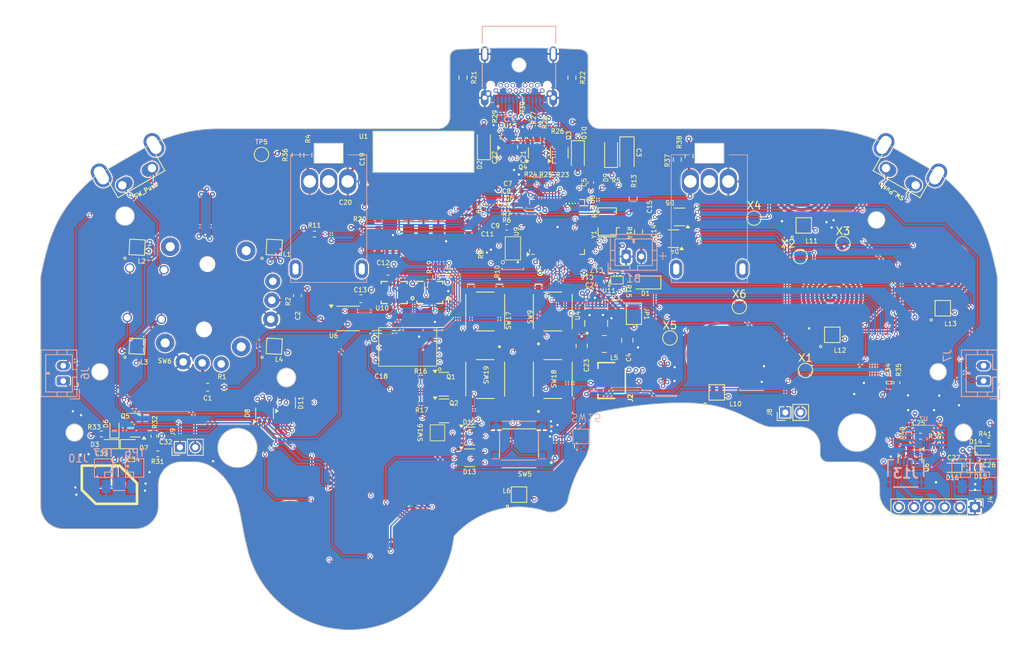
<source format=kicad_pcb>
(kicad_pcb (version 20240108) (generator "pcbnew") (generator_version "8.0")
  (layers (0 "F.Cu" signal) (1 "In1.Cu" signal) (2 "In2.Cu" signal) (31 "B.Cu" signal) (34 "B.Paste" user) (35 "F.Paste" user) (36 "B.SilkS" user "B.Silkscreen") (37 "F.SilkS" user "F.Silkscreen") (38 "B.Mask" user) (39 "F.Mask" user) (44 "Edge.Cuts" user))
  (net 0 "")
  (net 1 "GND")
  (net 2 "LX")
  (net 3 "LY")
  (net 4 "Net-(D4A-A)")
  (net 8 "RX")
  (net 17 "RY")
  (net 18 "+1V1")
  (net 19 "LRA_R")
  (net 21 "BATTERY_POS")
  (net 24 "BAT_LVL")
  (net 28 "VBUS_SYS")
  (net 30 "USB_EN")
  (net 33 "BTN_PWR")
  (net 34 "Net-(D1-A)")
  (net 35 "D+")
  (net 36 "D-")
  (net 37 "SL_RGB")
  (net 38 "Net-(L1-DOUT)")
  (net 39 "Net-(L2-DOUT)")
  (net 40 "Net-(L3-DOUT)")
  (net 41 "Net-(Q1-B)")
  (net 42 "ESP_RTS")
  (net 43 "ESP_EN")
  (net 44 "Net-(Q2-B)")
  (net 45 "ESP_DTR")
  (net 46 "ESP_IO0")
  (net 48 "N_LATCH_3.3")
  (net 49 "N_LATCH")
  (net 51 "N_CLOCK_3.3")
  (net 52 "N_DATA_3.3")
  (net 53 "N_DATA")
  (net 54 "N_CLOCK")
  (net 55 "RP_RUN")
  (net 56 "RP_USB+")
  (net 57 "Net-(U8-USB_DP)")
  (net 58 "RP_USB-")
  (net 59 "Net-(U8-USB_DM)")
  (net 60 "I2C_SCL")
  (net 61 "I2C_SDA")
  (net 62 "USB_BOOT")
  (net 63 "Net-(U9-{slash}CS)")
  (net 64 "RGB_OUT")
  (net 65 "Net-(R12-Pad1)")
  (net 66 "XTAL_OUT")
  (net 67 "ESP_IO15")
  (net 68 "ESP_CTS")
  (net 69 "ESP_IO13")
  (net 70 "SHARED_PU")
  (net 71 "USB_SEL")
  (net 72 "ESP_RX0")
  (net 73 "ESP_TX0")
  (net 74 "LADC_CS")
  (net 75 "SPI_TX")
  (net 76 "SPI_RX")
  (net 77 "SPI_CK")
  (net 78 "RADC_CS")
  (net 79 "XTAL_IN")
  (net 80 "/SWCLK")
  (net 81 "/SWD")
  (net 82 "IMU0_CS")
  (net 83 "ZL_ANALOG")
  (net 84 "ZR_ANALOG")
  (net 85 "SIO3")
  (net 86 "SCLK")
  (net 87 "SIO0")
  (net 88 "SIO2")
  (net 89 "SIO1")
  (net 94 "unconnected-(U11-{slash}INT-PadA1)")
  (net 95 "UART_USB+")
  (net 96 "UART_USB-")
  (net 97 "E")
  (net 98 "D")
  (net 99 "+5V_PRE")
  (net 100 "+3V3_PRE")
  (net 105 "IMU1_CS")
  (net 106 "C")
  (net 107 "VBUS")
  (net 108 "Net-(U4-L1)")
  (net 109 "Net-(U4-L2)")
  (net 110 "Net-(U4-EN)")
  (net 111 "CC1")
  (net 113 "CC2")
  (net 115 "Net-(D5B-A)")
  (net 116 "PLAYER_RGB")
  (net 117 "ABXY_RGB")
  (net 118 "Net-(L10-DOUT)")
  (net 119 "Net-(L11-DOUT)")
  (net 120 "Net-(L12-DOUT)")
  (net 121 "NC")
  (net 122 "A")
  (net 123 "B")
  (net 124 "+3V3")
  (net 125 "F")
  (net 126 "RS_B_OUT")
  (net 127 "Net-(D5C-A)")
  (net 128 "Net-(D8C-A)")
  (net 129 "Net-(D8B-A)")
  (net 130 "Net-(D8A-A)")
  (net 131 "RS_B_IN")
  (net 132 "Net-(D11A-A)")
  (net 133 "Net-(D11C-A)")
  (net 134 "Net-(D12C-A)")
  (net 135 "Net-(D12A-A)")
  (net 136 "Net-(D12B-A)")
  (net 137 "Net-(D13A-A)")
  (net 138 "Net-(D13B-A)")
  (net 139 "H")
  (net 140 "G")
  (net 141 "I")
  (net 142 "Net-(SW6-X_OUT)")
  (net 143 "Net-(SW6-Y_OUT)")
  (net 144 "LS_BTN_IN")
  (net 145 "LRA_L")
  (net 146 "LRA_L+")
  (net 147 "Net-(Q5-B)")
  (net 148 "LRA_R+")
  (net 149 "LRA_R-")
  (net 150 "LRA_L-")
  (net 151 "Net-(Q6-B)")
  (net 152 "X2")
  (net 153 "X3")
  (net 154 "X4")
  (net 155 "X5")
  (footprint "Resistor_SMD:R_0201_0603Metric" (layer "F.Cu") (at 219.0496 95.25 90)
    (property "Reference" "R30")
    (property "Value" "10k" (hide yes))
  )
  (footprint "Resistor_SMD:R_0402_1005Metric" (layer "F.Cu") (at 271.2212 134.8994 180)
    (property "Reference" "R39")
    (property "Value" "10k")
  )
  (footprint "Capacitor_SMD:C_0402_1005Metric" (layer "F.Cu") (at 230.4542 113.2078)
    (property "Reference" "C17")
    (property "Value" "10uF" (hide yes))
  )
  (footprint "Capacitor_SMD:C_0805_2012Metric" (layer "F.Cu") (at 232.7148 122.301 90)
    (property "Reference" "C4")
    (property "Value" "10uF")
  )
  (footprint "Resistor_SMD:R_0402_1005Metric" (layer "F.Cu") (at 268.1224 127.8636 90)
    (property "Reference" "R35")
    (property "Value" "0R")
  )
  (footprint "Resistor_SMD:R_0201_0603Metric" (layer "F.Cu") (at 178.1048 127.2032)
    (property "Reference" "R1")
    (property "Value" "1k" (hide yes))
  )
  (footprint "hhl:1TS026A-1000-0550" (layer "F.Cu") (at 207.7762 134.4486 90)
    (property "Reference" "SW16")
    (property "Value" "1TS026A-1000-0550" (hide yes))
  )
  (footprint "Capacitor_SMD:C_0201_0603Metric" (layer "F.Cu") (at 279.7302 137.922 180)
    (property "Reference" "C26")
    (property "Value" "1u")
  )
  (footprint "Resistor_SMD:R_0201_0603Metric" (layer "F.Cu") (at 213.3092 109.3724 90)
    (property "Reference" "R8")
    (property "Value" "1k" (hide yes))
  )
  (footprint "Resistor_SMD:R_0201_0603Metric" (layer "F.Cu") (at 230.5812 102.108 180)
    (property "Reference" "R5")
    (property "Value" "10k" (hide yes))
  )
  (footprint "Resistor_SMD:R_0603_1608Metric" (layer "F.Cu") (at 225.43 87.81 -90)
    (property "Reference" "R22")
    (property "Value" "5.1kohm")
  )
  (footprint "Capacitor_SMD:C_0201_0603Metric" (layer "F.Cu") (at 277.1648 137.922 180)
    (property "Reference" "C27")
    (property "Value" "1u")
  )
  (footprint "Resistor_SMD:R_0603_1608Metric" (layer "F.Cu") (at 240.8174 98.0948 90)
    (property "Reference" "R38")
    (property "Value" "75k" (hide yes))
  )
  (footprint "Capacitor_SMD:C_0201_0603Metric" (layer "F.Cu") (at 165.2524 137.0838)
    (property "Reference" "C33")
    (property "Value" "1u")
  )
  (footprint "Connector_PinHeader_2.00mm:PinHeader_1x02_P2.00mm_Vertical" (layer "F.Cu") (at 253.4572 131.7752 90)
    (property "Reference" "J8")
    (property "Value" "Conn_01x02")
  )
  (footprint "Inductor_SMD:L_1008_2520Metric" (layer "F.Cu") (at 229.6922 122.7836 180)
    (property "Reference" "L5")
    (property "Value" "1.3A 2.2uH ±20% 80mΩ" (hide yes))
  )
  (footprint "Resistor_SMD:R_0201_0603Metric" (layer "F.Cu") (at 218.1339 106.5669)
    (property "Reference" "R6")
    (property "Value" "27" (hide yes))
  )
  (footprint "hhl:ring_pad" (layer "F.Cu") (at 244.457313 124.14254 180)
    (property "Reference" "SW2" (hide yes))
    (property "Value" "SW_Push" (hide yes))
  )
  (footprint "Capacitor_SMD:C_0201_0603Metric" (layer "F.Cu") (at 234.7976 105.0798 90)
    (property "Reference" "C15")
    (property "Value" "100n" (hide yes))
  )
  (footprint "Diode_SMD:D_SOD-523" (layer "F.Cu") (at 167.386 135.9408)
    (property "Reference" "D7")
    (property "Value" "M7C")
  )
  (footprint "Resistor_SMD:R_0201_0603Metric" (layer "F.Cu") (at 228.4984 107.1372 -90)
    (property "Reference" "R12")
    (property "Value" "1k" (hide yes))
  )
  (footprint "hhl:LGA14" (layer "F.Cu") (at 202.0896 116.0272)
    (property "Reference" "U10")
    (property "Value" "ST_LSM6" (hide yes))
  )
  (footprint "Capacitor_SMD:C_0201_0603Metric" (layer "F.Cu") (at 215.2784 96.7378 -90)
    (property "Reference" "C22")
    (property "Value" "100n" (hide yes))
  )
  (footprint "Resistor_SMD:R_0402_1005Metric" (layer "F.Cu") (at 280.1874 135.509)
    (property "Reference" "R41")
    (property "Value" "0R")
  )
  (footprint "hhl:ring_pad" (layer "F.Cu") (at 259.633657 116.5844 180)
    (property "Reference" "SW1" (hide yes))
    (property "Value" "SW_Push" (hide yes))
  )
  (footprint "Capacitor_SMD:C_0603_1608Metric" (layer "F.Cu") (at 201.2696 113.2332)
    (property "Reference" "C12")
    (property "Value" "100nF" (hide yes))
  )
  (footprint "Package_DFN_QFN:Texas_UQFN-10_1.5x2mm_P0.5mm" (layer "F.Cu") (at 217.158 96.2806 90)
    (property "Reference" "U13")
    (property "Value" "PI3USB4000A" (hide yes))
  )
  (footprint "hhl:ring_dpad" (layer "F.Cu") (at 196.233657 154.3444 90)
    (property "Reference" "SW11" (hide yes))
    (property "Value" "SW_Push" (hide yes))
  )
  (footprint "Package_TO_SOT_SMD:SOT-23" (layer "F.Cu") (at 208.6125 128.0668)
    (property "Reference" "Q1")
    (property "Value" "MMBT3904" (hide yes))
  )
  (footprint "hhl:ring_pad" (layer "F.Cu") (at 274.146617 113.094002 180)
    (property "Reference" "SW3" (hide yes))
    (property "Value" "SW_Push" (hide yes))
  )
  (footprint "hhl:HHL_Logo" (layer "F.Cu") (at 164.01127 141.71014)
    (property "Reference" "REF**" (hide yes))
    (property "Value" "HHL_Logo" (hide yes))
  )
  (footprint "Capacitor_SMD:C_0201_0603Metric" (layer "F.Cu") (at 215.825 108.55 180)
    (property "Reference" "C11")
    (property "Value" "100n")
  )
  (footprint "Package_TO_SOT_SMD:SOT-23" (layer "F.Cu") (at 168.0741 133.4414 180)
    (property "Reference" "Q5")
    (property "Value" "MMBT2222A")
  )
  (footprint "Capacitor_Tantalum_SMD:CP_EIA-3216-18_Kemet-A" (layer "F.Cu") (at 232.664 97.8916 -90)
    (property "Reference" "C3")
    (property "Value" "47uF 6.3v" (hide yes))
  )
  (footprint "Resistor_SMD:R_0603_1608Metric" (layer "F.Cu") (at 211.14 87.79 -90)
    (property "Reference" "R21")
    (property "Value" "5.1kohm")
  )
  (footprint "Resistor_SMD:R_0201_0603Metric" (layer "F.Cu") (at 213.2584 103.8352 -90)
    (property "Reference" "R9")
    (property "Value" "1k" (hide yes))
  )
  (footprint "Resistor_SMD:R_0402_1005Metric" (layer "F.Cu") (at 267.1064 127.8636 -90)
    (property "Reference" "R34")
    (property "Value" "0R")
  )
  (footprint "Resistor_SMD:R_0201_0603Metric" (layer "F.Cu") (at 229.87487 116.613394 180)
    (property "Reference" "R3")
    (property "Value" "100")
  )
  (footprint "hhl:SK6805-EC-15" (layer "F.Cu") (at 168.333662 110.0844 -3)
    (property "Reference" "L2")
    (property "Value" "SK6805-EC-15" (hide yes))
  )
  (footprint "Resistor_SMD:R_0201_0603Metric" (layer "F.Cu") (at 205.8924 130.6068 180)
    (property "Reference" "R17")
    (property "Value" "10k" (hide yes))
  )
  (footprint "Resistor_SMD:R_0603_1608Metric" (layer "F.Cu") (at 239.268 98.552 -90)
    (property "Reference" "R37")
    (property "Value" "75k" (hide yes))
  )
  (footprint "Capacitor_SMD:C_0201_0603Metric" (layer "F.Cu") (at 170.8658 136.271)
    (property "Reference" "C32")
    (property "Value" "100nF")
  )
  (footprint "Resistor_SMD:R_0201_0603Metric" (layer "F.Cu") (at 205.8924 127.1524)
    (property "Reference" "R16")
    (property "Value" "10k" (hide yes))
  )
  (footprint "hhl:GL1807SYAE" (layer "F.Cu") (at 177.333662 116.5844 -3)
    (property "Reference" "SW6")
    (property "Value" "GL18_SW")
  )
  (footprint "hhl:ESSOP-10" (layer "F.Cu") (at 203.8672 123.1646 180)
    (property "Reference" "U12" (hide yes))
    (property "Value" "CH340K" (hide yes))
  )
  (footprint "Resistor_SMD:R_0201_0603Metric" (layer "F.Cu") (at 197.5612 107.442)
    (property "Reference" "R20")
    (property "Value" "10k" (hide yes))
  )
  (footprint "Capacitor_SMD:C_0402_1005Metric" (layer "F.Cu") (at 218.3384 102.6668 180)
    (property "Reference" "C8")
    (property "Value" "1u" (hide yes))
  )
  (footprint "Capacitor_SMD:C_0201_0603Metric" (layer "F.Cu") (at 219.0496 96.7232 -90)
    (property "Reference" "C21")
    (property "Value" "1u" (hide yes))
  )
  (footprint "hhl:SK6805-EC-15" (layer "F.Cu") (at 186.333662 110.0844 -3)
    (property "Reference" "L1")
    (property "Value" "SK6805-EC-15" (hide yes))
  )
  (footprint "hhl:ring_dpad" (layer "F.Cu") (at 204.083657 146.4944 180)
    (property "Reference" "SW13" (hide yes))
    (property "Value" "SW_Push" (hide yes))
  )
  (footprint "hhl:SK6805-EC-15" (layer "F.Cu") (at 259.633657 121.5844)
    (property "Reference" "L12")
    (property "Value" "SK6805-EC-15" (hide yes))
  )
  (footprint "Diode_SMD:D_SOD-523" (layer "F.Cu") (at 279.6286 136.779)
    (property "Reference" "D14")
    (property "Value" "M7C")
  )
  (footprint "Resistor_SMD:R_0201_0603Metric" (layer "F.Cu") (at 221.8436 99.7204 180)
    (property "Reference" "R25")
    (property "Value" "1k" (hide yes))
  )
  (footprint "hhl:DSBGA" (layer "F.Cu") (at 231.3432 114.4016 90)
    (property "Reference" "U11")
    (property "Value" "BQ25180" (hide yes))
  )
  (footprint "Capacitor_SMD:C_0402_1005Metric" (layer "F.Cu") (at 227.9142 101.5746 -90)
    (property "Reference" "C5")
    (property "Value" "100n" (hide yes))
  )
  (footprint "Resistor_SMD:R_0603_1608Metric" (layer "F.Cu") (at 189.2046 97.9678 90)
    (property "Reference" "R36")
    (property "Value" "75k")
  )
  (footprint "Capacitor_SMD:C_0805_2012Metric" (layer "F.Cu") (at 226.7204 123.0376 -90)
    (property "Reference" "C23")
    (property "Value" "10uF")
  )
  (footprint "Resistor_SMD:R_0402_1005Metric" (layer "F.Cu") (at 191.6176 108.3564)
    (property "Reference" "R11")
    (property "Value" "330" (hide yes))
  )
  (footprint "Resistor_SMD:R_0603_1608Metric" (layer "F.Cu") (at 190.754 97.9678 -90)
    (property "Reference" "R4")
    (property "Value" "75k")
  )
  (footprint "Resistor_SMD:R_0201_0603Metric" (layer "F.Cu") (at 208.3816 112.5728 -90)
    (property "Reference" "R18")
    (property "Value" "0" (hide yes))
  )
  (footprint "Resistor_SMD:R_0201_0603Metric" (layer "F.Cu") (at 215.2784 95.2646 -90)
    (property "Reference" "R29")
    (property "Value" "10k" (hide yes))
  )
  (footprint "hhl:Z_Switch_Edge_Omron" (layer "F.Cu") (at 168.332214 100.8094 30)
    (property "Reference" "SW7" (hide yes))
    (property "Value" "SW_Push")
  )
  (footprint "Resistor_SMD:R_0402_1005Metric" (layer "F.Cu") (at 163.6268 134.5946 180)
    (property "Reference" "R33")
    (property "Value" "0R")
  )
  (footprint "Diode_SMD:D_SOD-523" (layer "F.Cu") (at 165.354 133.8834 90)
    (property "Reference" "D6")
    (property "Value" "M7C")
  )
  (footprint "hhl:Z_Switch_Edge_Omron" (layer "F.Cu") (at 268.6351 100.8094 -30)
    (property "Reference" "SW8" (hide yes))
    (property "Value" "SW_Push")
  )
  (footprint "Diode_SMD:D_SOD-523" (layer "F.Cu") (at 275.4122 139.0396 180)
    (property "Reference" "D16")
    (property "Value" "M7C")
  )
  (footprint "hhl:TS-1187A-C-E-B" (layer "F.Cu") (at 214.046157 118.5164 -90)
    (property "Reference" "SW17")
    (property "Value" "SW_TS-1187A" (hide yes))
  )
  (footprint "Capacitor_SMD:C_0201_0603Metric" (layer "F.Cu") (at 218.4908 103.5812 180)
    (property "Reference" "C6")
    (property "Value" "100n" (hide yes))
  )
  (footprint "Resistor_SMD:R_0201_0603Metric" (layer "F.Cu") (at 207.518 112.588 90)
    (property "Reference" "R19")
    (property "Value" "0" (hide yes))
  )
  (footprint "Capacitor_SMD:C_0603_1608Metric" (layer "F.Cu") (at 197.7136 116.84)
    (property "Reference" "C13")
    (property "Value" "100nF" (hide yes))
  )
  (footprint "Package_TO_SOT_SMD:SOT-23" (layer "F.Cu") (at 269.8383 137.7673 -90)
    (property "Reference" "Q6")
    (property "Value" "MMBT2222A")
  )
  (footprint "Resistor_SMD:R_0201_0603Metric" (layer "F.Cu") (at 224.1296 99.7204)
    (property "Reference" "R23")
    (property "Value" "1k" (hide yes))
  )
  (footprint "Resistor_SMD:R_0201_0603Metric" (layer "F.Cu") (at 221.5388 95.3008 -90)
    (property "Reference" "R28")
    (property "Value" "1k" (hide yes))
  )
  (footprint "Resistor_SMD:R_0201_0603Metric" (layer "F.Cu") (at 215.5952 111.7346 90)
    (property "Reference" "R10")
    (property "Value" "1k" (hide yes))
  )
  (footprint "TestPoint:TestPoint_Pad_D1.5mm" (layer "F.Cu") (at 261.0358 109.601)
    (property "Reference" "X3")
    (property "Value" "ModConnect")
  )
  (footprint "Package_TO_SOT_SMD:SOT-363_SC-70-6" (layer "F.Cu") (at 211.9884 137.7309)
    (property "Reference" "D13")
    (property "Value" "BAS16VY,115" (hide yes))
  )
  (footprint "Package_DFN_QFN:QFN-56-1EP_7x7mm_P0.4mm_EP3.2x3.2mm" (layer "F.Cu") (at 223.4848 107.4081 90)
    (property "Reference" "U8")
    (property "Value" "RP2040" (hide yes))
  )
  (footprint "hhl:SK6805-EC-15" (layer "F.Cu") (at 274.146617 118.094002)
    (property "Reference" "L13")
    (property "Value" "SK6805-EC-15" (hide yes))
  )
  (footprint "TestPoint:TestPoint_Pad_D1.5mm" (layer "F.Cu") (at 255.4224 111.3028)
    (property "Reference" "X2")
    (property "Value" "ModConnect")
  )
  (footprint "Resistor_SMD:R_0201_0603Metric" (layer "F.Cu") (at 218.1339 105.8557)
    (property "Reference" "R7")
    (property "Value" "27" (hide yes))
  )
  (footprint "Resistor_SMD:R_0201_0603Metric" (layer "F.Cu") (at 223.3168 95.6564)
    (property "Reference" "R26")
    (property "Value" "1k" (hide yes))
  )
  (footprint "TestPoint:TestPoint_Pad_D1.5mm" (layer "F.Cu") (at 238.3028 121.9962)
    (property "Reference" "X5")
    (property "Value" "ModConnect")
  )
  (footprint "Resistor_SMD:R_0402_1005Metric" (layer "F.Cu") (at 269.6718 134.493 -90)
    (property "Reference" "R40")
    (property "Value" "100R")
  )
  (footprint "hhl:SK6805-EC-15" (layer "F.Cu") (at 186.333662 123.0844 -3)
    (property "Reference" "L4")
    (property "Value" "SK6805-EC-15" (hide yes))
  )
  (footprint "Connector_PinHeader_2.00mm:PinHeader_1x06_P2.00mm_Vertical" (layer "F.Cu") (at 278.3802 144.1958 -90)
    (property "Reference" "J4")
    (property "Value" "Conn_01x06_Pin" (hide yes))
  )
  (footprint "Diode_SMD:D_SOD-523" (layer "F.Cu") (at 164.6936 135.9408 180)
    (property "Reference" "D3")
    (property "Value" "M7C")
  )
  (footprint "Resistor_SMD:R_0603_1608Metric" (layer "F.Cu") (at 234.188 108.0516 -90)
    (property "Reference" "R14")
    (property "Value" "75k" (hide yes))
  )
  (footprint "Diode_SMD:D_SOD-323_HandSoldering" (layer "F.Cu") (at 213.868 96.5708 90)
    (property "Reference" "D2")
    (property "Value" "CUS08F30" (hide yes))
  )
  (footprint "Package_TO_SOT_SMD:SOT-363_SC-70-6" (layer "F.Cu") (at 185.0644 131.892 90)
    (property "Reference" "D8")
    (property "Value" "BAS16VY,115" (hide yes))
  )
  (footprint "Jumper:SolderJumper-2_P1.3mm_Open_Pad1.0x1.5mm" (layer "F.Cu") (at 233.5784 118.8212 -90)
    (property "Reference" "JP1")
    (property "Value" "SolderJumper_2_Open" (hide yes))
  )
  (footprint "hhl:ring_dpad" (layer "F.Cu") (at 188.383657 146.4944)
    (property "Reference" "SW12" (hide yes))
    (property "Value" "SW_Push" (hide yes))
  )
  (footprint "Capacitor_SMD:C_0402_1005Metric" (layer "F.Cu") (at 218.2596 104.4956)
    (property "Reference" "C10")
    (property "Value" "100n" (hide yes))
  )
  (footprint "Connector_PinHeader_2.00mm:PinHeader_1x02_P2.00mm_Vertical" (layer "F.Cu") (at 173.9552 136.3472 90)
    (property "Reference" "J9")
    (property "Value" "Conn_01x02" (hide yes))
  )
  (footprint "Package_SO:MSOP-8_3x3mm_P0.65mm" (layer "F.Cu") (at 196.0372 119.4308)
    (property "Reference" "U6")
    (property "Value" "MCP3002" (hide yes))
  )
  (footprint "Capacitor_SMD:C_0201_0603Metric" (layer "F.Cu") (at 228.9556 114.1984 180)
    (property "Reference" "C16")
    (property "Value" "1u" (hide yes))
  )
  (footprint "Capacitor_SMD:C_0201_0603Metric" (layer "F.Cu") (at 200.6854 126.1618 180)
    (property "Reference" "C18")
    (property "Value" "100n" (hide yes))
  )
  (footprint "Resistor_SMD:R_0201_0603Metric" (layer "F.Cu") (at 220.3704 99.7204 180)
    (property "Reference" "R24")
    (property "Value" "1k" (hide yes))
  )
  (footprint "Package_TO_SOT_SMD:SOT-363_SC-70-6" (layer "F.Cu") (at 239.5778 106.0958 180)
    (property "Reference" "D5")
    (property "Value" "BAS16VY,115" (hide yes))
  )
  (footprint "hhl:TS-1187A-C-E-B" (layer "F.Cu") (at 218.483657 136.4788 180)
    (property "Reference" "SW5")
    (property "Value" "SW_TS-1187A")
  )
  (footprint "Resistor_SMD:R_0201_0603Metric" (layer "F.Cu") (at 188.1124 115.7732 90)
    (property "Reference" "R2")
    (property "Value" "1k" (hide yes))
  )
  (footprint "Diode_SMD:D_SOD-523" (layer "F.Cu") (at 278.003 139.0396 180)
    (property "Reference" "D15")
    (property "Value" "M7C")
  )
  (footprint "Crystal:Resonator_SMD_Murata_CSTxExxV-3Pin_3.0x1.1mm" (layer "F.Cu") (at 230.0732 106.7054 90)
    (property "Reference" "Y1")
    (property "Value" "Crystal_GND3")
  )
  (footprint "Package_TO_SOT_SMD:SOT-363_SC-70-6" (layer "F.Cu") (at 211.9884 134.871)
    (property "Reference" "D12")
    (property "Value" "BAS16VY,115" (hide yes))
  )
  (footprint "Capacitor_SMD:C_0603_1608Metric_Pad1.08x0.95mm_HandSolder" (layer "F.Cu") (at 177.5968 128.4732)
    (property "Reference" "C1")
    (property "Value" ".047u" (hide yes))
  )
  (footprint "TestPoint:TestPoint_Pad_D1.5mm" (layer "F.Cu") (at 249.3518 106.2482)
    (property "Reference" "X4")
    (property "Value" "ModConnect")
  )
  (footprint "hhl:TS-1187A-C-E-B" (layer "F.Cu") (at 222.921157 127.3914 90)
    (property "Reference" "SW18")
    (property "Value" "SW_TS-1187A")
  )
  (footprint "Capacitor_SMD:C_0402_1005Metric" (layer "F.Cu") (at 218.5416 101.6508 180)
    (property "Reference" "C7")
    (property "Value" "100n" (hide yes))
  )
  (footprint "hhl:ring_pad" (layer "F.Cu") (at 255.891532 102.212626 180)
    (property "Reference" "SW4" (hide yes))
    (property "Value" "SW_Push" (hide yes))
  )
  (footprint "hhl:SK6805-EC-15" (layer "F.Cu") (at 244.457313 129.14254)
    (property "Reference" "L10")
    (property "Value" "SK6805-EC-15" (hide yes))
  )
  (footprint "Capacitor_SMD:C_0603_1608Metric" (layer "F.Cu") (at 198.0438 101.5746 90)
    (property "Reference" "C19")
    (property "Value" "10uF/10V (20%)" (hide yes))
  )
  (footprint "Resistor_SMD:R_0201_0603Metric" (layer "F.Cu") (at 219.8624 95.25 -90)
    (property "Reference" "R27")
    (property "Value" "1k" (hide yes))
  )
  (footprint "Capacitor_SMD:C_0201_0603Metric" (layer "F.Cu") (at 270.9926 133.9342)
    (property "Reference" "C25")
    (property "Value" "100nF" (hide yes))
  )
  (footprint "Capacitor_SMD:C_0201_0603Metric" (layer "F.Cu") (at 197.866 103.4796)
    (property "Reference" "C20")
    (property "Value" "100n" (hide yes))
  )
  (footprint "Diode_SMD:D_SOD-323_HandSoldering" (layer "F.Cu") (at 226.2124 98.0948 -90)
    (property "Reference" "D10")
    (property "Value" "CUS08F30" (hide yes))
  )
  (footprint "TestPoint:TestPoint_Pad_D1.5mm" (layer "F.Cu") (at 184.658 97.8916)
    (property "Reference" "TP5")
    (property "Value" "TestPoint")
  )
  (footprint "Capacitor_SMD:C_0603_1608Metric_Pad1.08x0.95mm_HandSolder" (layer "F.Cu") (at 189.3824 116.4336 90)
    (property "Reference" "C2")
    (property "Value" ".047u" (hide yes))
  )
  (footprint "Capacitor_SMD:C_0201_0603Metric" (layer "F.Cu") (at 166.878 137.0838)
    (property "Reference" "C34")
    (property "Value" "1u")
  )
  (footprint "hhl:TS-1187A-C-E-B" (layer "F.Cu") (at 214.046157 127.3914 -90)
    (property "Reference" "SW19")
    (property "Value" "SW_TS-1187A")
  )
  (footprint "Package_TO_SOT_SMD:SOT-363_SC-70-6" (layer "F.Cu") (at 187.96 130.5052 90)
    (property "Reference" "D11")
    (property "Value" "BAS16VY,115" (hide yes))
  )
  (footprint "hhl:ring_dpad" (layer "F.Cu") (at 196.233657 138.6444 -90)
    (property "Reference" "SW10" (hide yes))
    (property "Value" "SW_Push")
  )
  (footprint "Package_TO_SOT_SMD:SOT-23" (layer "F.Cu") (at 208.6356 131.572)
    (property "Reference" "Q2")
    (property "Value" "MMBT3904" (hide yes))
  )
  (footprint "hhl:MODULE_ESP32-PICO-MINI-02" (layer "F.Cu") (at 205.936 105.8548)
    (property "Reference" "U1")
    (property "Value" "ESP32-PICO-MINI-02" (hide yes))
  )
  (footprint "Capacitor_SMD:C_0201_0603Metric" (layer "F.Cu") (at 228.751576 115.848352)
    (property "Reference" "C24")
    (property "Value" "100n")
  )
  (footprint "Resistor_SMD:R_0603_1608Metric" (layer "F.Cu") (at 233.4768 103.7082 -90)
    (property "Reference" "R13")
    (property "Value" "75k" (hide yes))
  )
  (footprint "Capacitor_SMD:C_0201_0603Metric" (layer "F.Cu") (at 235.3564 108.458 -90)
    (property "Reference" "C14")
    (property "Value" "1u" (hide yes))
  )
  (footprint "hhl:SK6805-EC-15" (layer "F.Cu") (at 255.891532 107.212626)
    (property "Reference" "L11")
    (property "Value" "SK6805-EC-15" (hide yes))
  )
  (footprint "hhl:5034800640" (layer "F.Cu") (at 230.6574 127.5842 90)
    (property "Reference" "J2")
    (property "Value" "503480-0640" (hide yes))
  )
  (footprint "Capacitor_SMD:C_0402_1005Metric" (layer "F.Cu") (at 216.87 107.45)
    (property "Reference" "C9")
    (property "Value" "100n" (hide yes))
  )
  (footprint "Resistor_SMD:R_0201_0603Metric" (layer "F.Cu") (at 232.6132 114.2492 90)
    (property "Reference" "R15")
    (property "Value" "10k" (hide yes))
  )
  (footprint "Resistor_SMD:R_0402_1005Metric" (layer "F.Cu") (at 171.0436 137.2108 180)
    (property "Reference" "R31")
    (property "Value" "10k")
  )
  (footprint "hhl:LGA14" (layer "F.Cu") (at 206.7804 116.0138)
    (property "Reference" "U5")
    (property "Value" "ST_LSM6" (hide yes))
  )
  (footprint "hhl:VREG_V62_16624-01YE" (layer "F.Cu") (at 228.6254 118.9736 90)
    (property "Reference" "U4")
    (property "Value" "TPS630001RCR")
  )
  (footprint "Resistor_SMD:R_0402_1005Metric" (layer "F.Cu") (at 170.5356 134.8994 90)
    (property "Reference" "R32")
    (property "Value" "100R")
  )
  (footprint "TestPoint:TestPoint_Pad_D1.5mm" (layer "F.Cu") (at 256.1082 126.2634)
    (property "Reference" "X1")
    (property "Value" "ModConnect")
  )
  (footprint "Package_TO_SOT_SMD:SOT-363_SC-70-6" (layer "F.Cu") (at 220.8784 97.6884 90)
    (property "Reference" "Q4")
    (property "Value" "BSS138DW" (hide yes))
  )
  (footprint "hhl:TS-1187A-C-E-B" (layer "F.Cu") (at 222.921157 118.5164 90)
    (property "Reference" "SW9")
    (property "Value" "SW_TS-1187A")
  )
  (footprint "hhl:SK6805-EC-15" (layer "F.Cu") (at 168.333662 123.0844 -3)
    (property "Reference" "L3")
    (property "Value" "SK6805-EC-15" (hide yes))
  )
  (footprint "Diode_SMD:D_SOD-323_HandSoldering" (layer "F.Cu") (at 230.5812 97.5868 90)
    (property "Reference" "D9")
    (property "Value" "CUS08F30" (hide yes))
  )
  (footprint "Package_TO_SOT_SMD:SOT-363_SC-70-6" (layer "F.Cu") (at 223.774 97.6884 90)
    (property "Reference" "Q3")
    (property "Value" "BSS138DW" (hide yes))
  )
  (footprint "Package_TO_SOT_SMD:SOT-363_SC-70-6" (layer "F.Cu") (at 238.76 108.9556 180)
    (property "Reference" "D4")
    (property "Value" "BAS16VY,115" (hide yes))
  )
  (footprint "hhl:SK6805-EC-15" (layer "F.Cu") (at 218.483657 142.5636)
    (property "Reference" "L6")
    (property "Value" "SK6805-EC-15" (hide yes))
  )
  (footprint "Diode_SMD:D_SOD-323_HandSoldering" (layer "F.Cu") (at 235.1024 114.7064 180)
    (property "Reference" "D1")
    (property "Value" "CUS08F30" (hide yes))
  )
  (footprint "TestPoint:TestPoint_Pad_D1.5mm" (layer "F.Cu") (at 247.4214 117.8814)
    (property "Reference" "X6")
    (property "Value" "ModConnect")
  )
  (footprint "hhl:USON-8-EP(2x3)" (layer "F.Cu") (at 217.689993 110.224008 90)
    (property "Reference" "U9")
    (property "Value" "GD25Q80EEIGR" (hide yes))
  )
  (footprint "hhl:TS-1187A-C-E-B" (layer "B.Cu") (at 218.483657 135.4844 180)
    (property "Reference" "SW14" (hide yes))
    (property "Value" "SW_TS-1187A")
  )
  (footprint "TestPoint:TestPoint_Pad_2.0x2.0mm" (layer "B.Cu") (at 163.9316 139.0904 180)
    (property "Reference" "TP7")
    (property "Value" "TestPoint")
  )
  (footprint "hhl:JST_SM02B-SURS-TF_LF__SN_" (layer "B.Cu") (at 165.9636 139.5648 180)
    (property "Reference" "J10")
    (property "Value" "SM02B-SURS-TF_LF__SN_" (hide yes))
  )
  (footprint "TestPoint:TestPoint_Pad_2.0x2.0mm" (layer "B.Cu") (at 276.5552 139.0904 180)
    (property "Reference" "TP1" (hide yes))
    (property "Value" "TestPoint" (hide yes))
  )
  (footprint "hhl:1TS026A-1000-0550" (layer "B.Cu") (at 226.6252 134.9206)
    (property "Reference" "SW15")
    (property "Value" "1TS026A-1000-0550")
  )
  (footprint "TestPoint:TestPoint_Pad_2.0x2.0mm" (layer "B.Cu") (at 167.9956 139.065 180)
    (property "Reference" "TP6")
    (property "Value" "TestPoint")
  )
  (footprint "Connector_JST:JST_PH_B2B-PH-K_1x02_P2.00mm_Vertical" (layer "B.Cu") (at 279.5016 127.635 90)
    (property "Reference" "J7")
    (property "Value" "Trigger")
  )
  (footprint "hhl:5034800640" (layer "B.Cu") (at 269.2908 139.7762 180)
    (property "Reference" "J13")
    (property "Value" "503480-0640" (hide yes))
  )
  (footprint "hhl:GCC_Slider_MillMax" (layer "B.Cu") (at 243.483657 101.4344 180)
    (property "Reference" "RV2" (hide yes))
    (property "Value" "Slider_GCC-Gamecube_MB")
  )
  (footprint "TestPoint:TestPoint_Pad_2.0x2.0mm" (layer "B.Cu") (at 280.199742 139.096669 180)
    (property "Reference" "TP2" (hide yes))
    (property "Value" "TestPoint" (hide yes))
  )
  (footprint "hhl:JST_SM02B-SURS-TF_LF__SN_" (layer "B.Cu") (at 278.384 139.5648 180)
    (property "Reference" "J1")
    (property "Value" "SM02B-SURS-TF_LF__SN_" (hide yes))
  )
  (footprint "Connector_JST:JST_PH_B2B-PH-K_1x02_P2.00mm_Vertical" (layer "B.Cu") (at 232.547596 111.285471)
    (property "Reference" "B1")
    (property "Value" "Battery")
  )
  (footprint "Connector_JST:JST_PH_B2B-PH-K_1x02_P2.00mm_Vertical" (layer "B.Cu") (at 158.623 127.635 90)
    (property "Reference" "J6")
    (property "Value" "Trigger")
  )
  (footprint "hhl:CUI_UJ31-CH-G1-SMT-TR" (layer "B.Cu") (at 215.733635 90.7094)
    (property "Reference" "J5")
    (property "Value" "UJ31-CH-G1-SMT-TR" (hide yes))
    (fp_line (start -2.05 -0.055) (end -2.05 -0.805) (stroke (width 0.01)) (layer "Edge.Cuts"))
    (fp_line (start -1.75 -1.055) (end -1.3 -1.055) (stroke (width 0.01)) (layer "Edge.Cuts"))
    (fp_line (start -1.45 -0.555) (end -1.45 -0.055) (stroke (width 0.01)) (layer "Edge.Cuts"))
    (fp_line (start -1.3 -0.555) (end -1.45 -0.555) (stroke (width 0.01)) (layer "Edge.Cuts"))
    (fp_line (start 6.8 -1.055) (end 7.25 -1.055) (stroke (width 0.01)) (layer "Edge.Cuts"))
    (fp_line (start 6.95 -0.555) (end 6.8 -0.555) (stroke (width 0.01)) (layer "Edge.Cuts"))
    (fp_line (start 6.95 -0.055) (end 6.95 -0.555) (stroke (width 0.01)) (layer "Edge.Cuts"))
    (fp_line (start 7.55 -0.805) (end 7.55 -0.055) (stroke (width 0.01)) (layer "Edge.Cuts"))
    (fp_arc (start -2.05 -0.805) (mid -1.951777 -0.992132) (end -1.75 -1.055) (stroke (width 0.01)) (layer "Edge.Cuts"))
    (fp_arc (start -1.45 -0.055) (mid -1.75 0.245) (end -2.05 -0.055) (stroke (width 0.01)) (layer "Edge.Cuts"))
    (fp_arc (start -1.3 -1.055) (mid -1.05 -0.805) (end -1.3 -0.555) (stroke (width 0.01)) (layer "Edge.Cuts"))
    (fp_arc (start 6.8 -0.555) (mid 6.55 -0.805) (end 6.8 -1.055) (stroke (width 0.01)) (layer "Edge.Cuts"))
    (fp_arc (start 7.25 -1.055) (mid 7.451777 -0.992132) (end 7.55 -0.805) (stroke (width 0.01)) (layer "Edge.Cuts"))
    (fp_arc (start 7.55 -0.055) (mid 7.25 0.245) (end 6.95 -0.055) (stroke (width 0.01)) (layer "Edge.Cuts"))
  )
  (footprint "Package_SO:MSOP-8_3x3mm_P0.65mm" (layer "B.Cu") (at 271.6276 135.0772 180)
    (property "Reference" "U7")
    (property "Value" "MCP3002" (hide yes))
  )
  (footprint "hhl:GCC_Slider_MillMax" (layer "B.Cu") (at 193.483657 101.4344 180)
    (property "Reference" "RV1" (hide yes))
    (property "Value" "Slider_GCC-Gamecube_MB")
  )
  (gr_curve (pts (xy 210.98524 84.058545) (xy 210.766829 84.070956) (xy 210.550668 84.084038) (xy 210.336346 84.09788)) (stroke (width 0.1)) (layer "Edge.Cuts"))
  (gr_curve (pts (xy 228.450425 131.941646) (xy 228.287869 132.049934) (xy 228.148018 132.188938) (xy 228.038744 132.350833)) (stroke (width 0.1)) (layer "Edge.Cuts"))
  (gr_arc (start 281.321867 142.31648) (mid 280.443187 144.4378) (end 278.321867 145.31648) (stroke (width 0.1)) (layer "Edge.Cuts"))
  (gr_arc (start 268.84115 145.31648) (mid 266.719829 144.437801) (end 265.84115 142.31648) (stroke (width 0.1)) (layer "Edge.Cuts"))
  (gr_arc (start 224.868706 143.478091) (mid 223.783102 144.589427) (end 222.251397 144.849207) (stroke (width 0.1)) (layer "Edge.Cuts"))
  (gr_curve (pts (xy 209.475667 84.71615) (xy 209.525103 84.595685) (xy 209.597596 84.486027) (xy 209.689065 84.393349)) (stroke (width 0.1)) (layer "Edge.Cuts"))
  (gr_curve (pts (xy 209.985538 84.186097) (xy 210.096137 84.135611) (xy 210.215021 84.105716) (xy 210.336346 84.09788)) (stroke (width 0.1)) (layer "Edge.Cuts"))
  (gr_circle (center 218.483657 86.139125) (end 217.558657 86.139125) (stroke (width 0.1)) (fill none) (layer "Edge.Cuts"))
  (gr_curve (pts (xy 218.483657 83.889125) (xy 219.717579 83.889125) (xy 220.962698 83.896331) (xy 222.195368 83.920253)) (stroke (width 0.1)) (layer "Edge.Cuts"))
  (gr_line (start 227.566517 92.997189) (end 227.566517 85.095801) (stroke (width 0.1)) (layer "Edge.Cuts"))
  (gr_line (start 257.94167 94.497189) (end 229.066517 94.497189) (stroke (width 0.1)) (layer "Edge.Cuts"))
  (gr_curve (pts (xy 277.698333 104.472377) (xy 278.579232 105.662138) (xy 279.11995 106.707329) (xy 279.504817 107.586835)) (stroke (width 0.1)) (layer "Edge.Cuts"))
  (gr_curve (pts (xy 228.038744 132.350833) (xy 227.955551 132.474088) (xy 227.891147 132.609031) (xy 227.847648 132.751231)) (stroke (width 0.1)) (layer "Edge.Cuts"))
  (gr_curve (pts (xy 181.179744 142.700619) (xy 180.817555 141.913749) (xy 180.682721 141.658293) (xy 180.53702 141.408821)) (stroke (width 0.1)) (layer "Edge.Cuts"))
  (gr_curve (pts (xy 177.575211 138.627852) (xy 176.905597 138.385261) (xy 176.683248 138.328324) (xy 176.027148 138.270923)) (stroke (width 0.1)) (layer "Edge.Cuts"))
  (gr_curve (pts (xy 182.699386 149.27362) (xy 182.72687 149.408449) (xy 182.757148 149.546503) (xy 182.790585 149.687817)) (stroke (width 0.1)) (layer "Edge.Cuts"))
  (gr_line (start 158.645447 147.06648) (end 168.126164 147.06648) (stroke (width 0.1)) (layer "Edge.Cuts"))
  (gr_curve (pts (xy 226.904305 138.215947) (xy 226.941754 138.154398) (xy 226.979619 138.093104) (xy 227.017898 138.03207)) (stroke (width 0.1)) (layer "Edge.Cuts"))
  (gr_curve (pts (xy 218.746843 144.205999) (xy 218.660073 144.20398) (xy 218.573326 144.20296) (xy 218.48662 144.202937)) (stroke (width 0.1)) (layer "Edge.Cuts"))
  (gr_line (start 274.119567 100.731685) (end 267.916864 97.162383) (stroke (width 0.1)) (layer "Edge.Cuts"))
  (gr_line (start 207.900797 94.497189) (end 179.025644 94.497189) (stroke (width 0.1)) (layer "Edge.Cuts"))
  (gr_curve (pts (xy 183.592474 152.072652) (xy 183.753899 152.438227) (xy 183.93105 152.796559) (xy 184.123479 153.146811)) (stroke (width 0.1)) (layer "Edge.Cuts"))
  (gr_arc (start 209.400797 92.997189) (mid 208.961458 94.05785) (end 207.900797 94.497189) (stroke (width 0.1)) (layer "Edge.Cuts"))
  (gr_line (start 191.583657 99.0344) (end 191.583657 96.4344) (stroke (width 0.1)) (layer "Edge.Cuts"))
  (gr_line (start 251.641099 133.700615) (end 255.464183 133.700615) (stroke (width 0.1)) (layer "Edge.Cuts"))
  (gr_curve (pts (xy 214.350983 144.966617) (xy 213.046308 145.472242) (xy 211.84653 146.215857) (xy 210.812979 147.159782)) (stroke (width 0.1)) (layer "Edge.Cuts"))
  (gr_curve (pts (xy 182.19411 146.945036) (xy 182.039961 146.076155) (xy 181.988599 145.787386) (xy 181.935863 145.499471)) (stroke (width 0.1)) (layer "Edge.Cuts"))
  (gr_arc (start 257.94167 94.497189) (mid 263.104222 95.174972) (end 267.916864 97.162383) (stroke (width 0.1)) (layer "Edge.Cuts"))
  (gr_curve (pts (xy 218.48662 144.202937) (xy 217.072892 144.19661) (xy 215.67029 144.455321) (xy 214.350983 144.966617)) (stroke (width 0.1)) (layer "Edge.Cuts"))
  (gr_curve (pts (xy 237.399724 130.596286) (xy 239.856103 130.452836) (xy 242.3811 130.487536) (xy 244.585609 130.996282)) (stroke (width 0.1)) (layer "Edge.Cuts"))
  (gr_curve (pts (xy 195.095996 160.287545) (xy 196.868072 160.43652) (xy 198.651799 160.240972) (xy 200.349124 159.711751)) (stroke (width 0.1)) (layer "Edge.Cuts"))
  (gr_curve (pts (xy 210.812979 147.159782) (xy 210.612051 147.343286) (xy 210.418107 147.533721) (xy 210.231462 147.730657)) (stroke (width 0.1)) (layer "Edge.Cuts"))
  (gr_curve (pts (xy 227.782036 135.375479) (xy 227.782036 135.843037) (xy 227.716453 136.308292) (xy 227.587206 136.757631)) (stroke (width 0.1)) (layer "Edge.Cuts"))
  (gr_line (start 171.126164 144.06648) (end 171.126164 141.270923) (stroke (width 0.1)) (layer "Edge.Cuts"))
  (gr_curve (pts (xy 222.195368 83.920253) (xy 223.460546 83.944805) (xy 224.724913 83.987106) (xy 225.982074 84.058545)) (stroke (width 0.1)) (layer "Edge.Cuts"))
  (gr_curve (pts (xy 228.986631 131.71939) (xy 231.661586 131.182071) (xy 234.493589 130.766002) (xy 237.399724 130.596286)) (stroke (width 0.1)) (layer "Edge.Cuts"))
  (gr_arc (start 169.05045 97.162383) (mid 173.863092 95.17497) (end 179.025644 94.497189) (stroke (width 0.1)) (layer "Edge.Cuts"))
  (gr_arc (start 259.039183 138.270923) (mid 258.332077 137.978029) (end 258.039183 137.270923) (stroke (width 0.1)) (layer "Edge.Cuts"))
  (gr_circle (center 181.503131 136.425615) (end 178.928131 136.425615) (stroke (width 0.1)) (fill none) (layer "Edge.Cuts"))
  (gr_line (start 174.126164 138.270923) (end 176.027148 138.270923) (stroke (width 0.1)) (layer "Edge.Cuts"))
  (gr_curve (pts (xy 180.53702 141.408821) (xy 180.048417 140.697589) (xy 179.872384 140.471314) (xy 179.687188 140.254247)) (stroke (width 0.1)) (layer "Edge.Cuts"))
  (gr_curve (pts (xy 222.251397 144.849207) (xy 221.12603 144.451387) (xy 219.943303 144.233847) (xy 218.746843 144.205999)) (stroke (width 0.1)) (layer "Edge.Cuts"))
  (gr_curve (pts (xy 224.868706 143.478091) (xy 225.234749 141.623158) (xy 225.921444 139.831345) (xy 226.904305 138.215947)) (stroke (width 0.1)) (layer "Edge.Cuts"))
  (gr_arc (start 171.126164 141.270923) (mid 172.004836 139.14959) (end 174.126164 138.270923) (stroke (width 0.1)) (layer "Edge.Cuts"))
  (gr_curve (pts (xy 225.982074 84.058545) (xy 226.200485 84.070956) (xy 226.416646 84.084038) (xy 226.630968 84.09788)) (stroke (width 0.1)) (layer "Edge.Cuts"))
  (gr_line (start 155.645447 113.9708) (end 155.645447 144.06648) (stroke (width 0.1)) (layer "Edge.Cuts"))
  (gr_curve (pts (xy 248.977801 132.718489) (xy 250.092166 133.286956) (xy 250.976537 133.700615) (xy 251.641099 133.700615)) (stroke (width 0.1)) (layer "Edge.Cuts"))
  (gr_curve (pts (xy 155.645447 113.9708) (xy 156.236131 111.000497) (xy 156.854323 108.698265) (xy 157.898092 106.668915)) (stroke (width 0.1)) (layer "Edge.Cuts"))
  (gr_curve (pts (xy 209.900259 148.421163) (xy 209.918425 148.288315) (xy 209.936591 148.155467) (xy 209.954757 148.022619)) (stroke (width 0.1)) (layer "Edge.Cuts"))
  (gr_curve (pts (xy 228.986631 131.71939) (xy 228.795134 131.757856) (xy 228.612981 131.833358) (xy 228.450425 131.941646)) (stroke (width 0.1)) (layer "Edge.Cuts"))
  (gr_circle (center 163.433657 126.4344) (end 164.51966 126.4344) (stroke (width 0.1)) (fill none) (layer "Edge.Cuts"))
  (gr_curve (pts (xy 178.675042 139.303544) (xy 178.02049 138.864176) (xy 177.79859 138.737898) (xy 177.575211 138.627852)) (stroke (width 0.1)) (layer "Edge.Cuts"))
  (gr_curve (pts (xy 227.587206 136.757631) (xy 227.457958 137.20697) (xy 227.26632 137.635967) (xy 227.017898 138.03207)) (stroke (width 0.1)) (layer "Edge.Cuts"))
  (gr_curve (pts (xy 205.10027 157.115775) (xy 206.490202 155.950178) (xy 207.636444 154.521537) (xy 208.473166 152.912172)) (stroke (width 0.1)) (layer "Edge.Cuts"))
  (gr_curve (pts (xy 274.119567 100.731685) (xy 275.430062 101.83371) (xy 276.678153 103.094503) (xy 277.698333 104.472377)) (stroke (width 0.1)) (layer "Edge.Cuts"))
  (gr_curve (pts (xy 190.208787 158.941441) (xy 191.74073 159.688024) (xy 193.397298 160.144739) (xy 195.095996 160.287545)) (stroke (width 0.1)) (layer "Edge.Cuts"))
  (gr_circle (center 166.727061 105.977799) (end 165.502061 105.977799) (stroke (width 0.1)) (fill none) (layer "Edge.Cuts"))
  (gr_curve (pts (xy 182.483002 148.399454) (xy 182.302363 147.526301) (xy 182.246908 147.235523) (xy 182.19411 146.945036)) (stroke (width 0.1)) (layer "Edge.Cuts"))
  (gr_curve (pts (xy 244.585609 130.996282) (xy 246.299988 131.391919) (xy 247.780575 132.107753) (xy 248.977801 132.718489)) (stroke (width 0.1)) (layer "Edge.Cuts"))
  (gr_curve (pts (xy 182.790585 149.687817) (xy 182.983566 150.5034) (xy 183.251936 151.301445) (xy 183.592474 152.072652)) (stroke (width 0.1)) (layer "Edge.Cuts"))
  (gr_line (start 241.583657 99.0344) (end 241.583657 96.4344) (stroke (width 0.1)) (layer "Edge.Cuts"))
  (gr_curve (pts (xy 208.591238 152.679727) (xy 209.244499 151.362974) (xy 209.68295 149.950214) (xy 209.889966 148.494945)) (stroke (width 0.1)) (layer "Edge.Cuts"))
  (gr_line (start 258.039183 136.275615) (end 258.039183 137.270923) (stroke (width 0.1)) (layer "Edge.Cuts"))
  (gr_circle (center 276.865726 134.42726) (end 275.740726 134.42726) (stroke (width 0.1)) (fill none) (layer "Edge.Cuts"))
  (gr_line (start 265.84115 141.270923) (end 265.84115 142.31648) (stroke (width 0.1)) (layer "Edge.Cuts"))
  (gr_line (start 259.039183 138.270923) (end 262.84115 138.270923) (stroke (width 0.1)) (layer "Edge.Cuts"))
  (gr_line (start 268.84115 145.31648) (end 278.321867 145.31648) (stroke (width 0.1)) (layer "Edge.Cuts"))
  (gr_curve (pts (xy 184.123478 153.146811) (xy 184.712154 154.216168) (xy 185.442441 155.2103) (xy 186.302644 156.101791)) (stroke (width 0.1)) (layer "Edge.Cuts"))
  (gr_circle (center 160.101588 134.42726) (end 158.976588 134.42726) (stroke (width 0.1)) (fill none) (layer "Edge.Cuts"))
  (gr_curve (pts (xy 181.625738 144.076594) (xy 181.377092 143.244127) (xy 181.283132 142.970593) (xy 181.179744 142.700619)) (stroke (width 0.1)) (layer "Edge.Cuts"))
  (gr_circle (center 187.940264 127.191002) (end 186.715264 127.191002) (stroke (width 0.1)) (fill none) (layer "Edge.Cuts"))
  (gr_line (start 209.400797 85.095801) (end 209.400797 92.997189) (stroke (width 0.1)) (layer "Edge.Cuts"))
  (gr_curve (pts (xy 210.231462 147.730657) (xy 210.139227 147.827977) (xy 210.046992 147.925298) (xy 209.954757 148.022619)) (stroke (width 0.1)) (layer "Edge.Cuts"))
  (gr_curve (pts (xy 279.504817 107.586835) (xy 280.254389 109.299775) (xy 280.776596 111.228863) (xy 281.321867 113.9708)) (stroke (width 0.1)) (layer "Edge.Cuts"))
  (gr_line (start 245.383657 96.4344) (end 245.383657 99.0344) (stroke (width 0.1)) (layer "Edge.Cuts"))
  (gr_line (start 281.321867 142.31648) (end 281.321867 113.9708) (stroke (width 0.1)) (layer "Edge.Cuts"))
  (gr_arc (start 229.066517 94.497189) (mid 228.005857 94.057849) (end 227.566517 92.997189) (stroke (width 0.1)) (layer "Edge.Cuts"))
  (gr_arc (start 255.464183 133.700615) (mid 257.284983 134.454815) (end 258.039183 136.275615) (stroke (width 0.1)) (layer "Edge.Cuts"))
  (gr_curve (pts (xy 209.400797 85.095801) (xy 209.400797 84.965586) (xy 209.42623 84.836616) (xy 209.475667 84.71615)) (stroke (width 0.1)) (layer "Edge.Cuts"))
  (gr_curve (pts (xy 157.898092 106.668915) (xy 158.492429 105.513375) (xy 159.831153 103.268407) (xy 162.847747 100.731685)) (stroke (width 0.1)) (layer "Edge.Cuts"))
  (gr_line (start 169.05045 97.162383) (end 162.847747 100.731685) (stroke (width 0.1)) (layer "Edge.Cuts"))
  (gr_line (start 195.383657 96.4344) (end 195.383657 99.0344) (stroke (width 0.1)) (layer "Edge.Cuts"))
  (gr_curve (pts (xy 227.501093 84.740036) (xy 227.544346 84.853659) (xy 227.566517 84.974223) (xy 227.566517 85.095801)) (stroke (width 0.1)) (layer "Edge.Cuts"))
  (gr_arc (start 171.126164 144.06648) (mid 170.247492 146.187816) (end 168.126164 147.06648) (stroke (width 0.1)) (layer "Edge.Cuts"))
  (gr_line (start 195.383657 99.0344) (end 191.583657 99.0344) (stroke (width 0.1)) (layer "Edge.Cuts"))
  (gr_curve (pts (xy 182.699386 149.27362) (xy 182.622204 148.982147) (xy 182.550076 148.690759) (xy 182.483002 148.399454)) (stroke (width 0.1)) (layer "Edge.Cuts"))
  (gr_line (start 227.782036 135.375479) (end 227.782036 133.190014) (stroke (width 0.1)) (layer "Edge.Cuts"))
  (gr_line (start 241.583657 96.4344) (end 245.383657 96.4344) (stroke (width 0.1)) (layer "Edge.Cuts"))
  (gr_curve (pts (xy 227.31338 84.430823) (xy 227.394227 84.521624) (xy 227.45784 84.626413) (xy 227.501093 84.740036)) (stroke (width 0.1)) (layer "Edge.Cuts"))
  (gr_line (start 245.383657 99.0344) (end 241.583657 99.0344) (stroke (width 0.1)) (layer "Edge.Cuts"))
  (gr_curve (pts (xy 227.005004 84.197063) (xy 227.122033 84.25416) (xy 227.22679 84.33357) (xy 227.31338 84.430823)) (stroke (width 0.1)) (layer "Edge.Cuts"))
  (gr_arc (start 158.645447 147.06648) (mid 156.52414 146.187796) (end 155.645447 144.06648) (stroke (width 0.1)) (layer "Edge.Cuts"))
  (gr_curve (pts (xy 209.889966 148.494945) (xy 209.893464 148.470358) (xy 209.896895 148.445764) (xy 209.900259 148.421163)) (stroke (width 0.1)) (layer "Edge.Cuts"))
  (gr_curve (pts (xy 218.483657 83.889125) (xy 217.249735 83.889125) (xy 216.004616 83.896331) (xy 214.771946 83.920253)) (stroke (width 0.1)) (layer "Edge.Cuts"))
  (gr_circle (center 262.865726 134.42726) (end 260.390726 134.42726) (stroke (width 0.1)) (fill none) (layer "Edge.Cuts"))
  (gr_circle (center 265.433657 106.4944) (end 264.333657 106.4944) (stroke (width 0.1)) (fill none) (layer "Edge.Cuts"))
  (gr_curve (pts (xy 181.935863 145.499471) (xy 181.760241 144.642176) (xy 181.695894 144.358436) (xy 181.625738 144.076594)) (stroke (width 0.1)) (layer "Edge.Cuts"))
  (gr_curve (pts (xy 186.302644 156.101791) (xy 187.428768 157.268876) (xy 188.750521 158.230764) (xy 190.208787 158.941441)) (stroke (width 0.1)) (layer "Edge.Cuts"))
  (gr_curve (pts (xy 214.771946 83.920253) (xy 213.506768 83.944805) (xy 212.242401 83.987106) (xy 210.98524 84.058545)) (stroke (width 0.1)) (layer "Edge.Cuts"))
  (gr_curve (pts (xy 200.349124 159.711751) (xy 202.089097 159.169233) (xy 203.703972 158.286711) (xy 205.10027 157.115775)) (stroke (width 0.1)) (layer "Edge.Cuts"))
  (gr_curve (pts (xy 179.687188 140.254247) (xy 179.094008 139.657534) (xy 178.887271 139.474125) (xy 178.675042 139.303544)) (stroke (width 0.1)) (layer "Edge.Cuts"))
  (gr_line (start 191.583657 96.4344) (end 195.383657 96.4344) (stroke (width 0.1)) (layer "Edge.Cuts"))
  (gr_curve (pts (xy 208.473166 152.912172) (xy 208.51327 152.835036) (xy 208.552628 152.757551) (xy 208.591238 152.679727)) (stroke (width 0.1)) (layer "Edge.Cuts"))
  (gr_curve (pts (xy 209.689065 84.393349) (xy 209.774468 84.306818) (xy 209.874938 84.236584) (xy 209.985538 84.186097)) (stroke (width 0.1)) (layer "Edge.Cuts"))
  (gr_curve (pts (xy 226.630968 84.09788) (xy 226.760912 84.106272) (xy 226.887975 84.139965) (xy 227.005004 84.197063)) (stroke (width 0.1)) (layer "Edge.Cuts"))
  (gr_arc (start 262.84115 138.270923) (mid 264.962471 139.149602) (end 265.84115 141.270923) (stroke (width 0.1)) (layer "Edge.Cuts"))
  (gr_circle (center 273.533657 126.4344) (end 274.61966 126.4344) (stroke (width 0.1)) (fill none) (layer "Edge.Cuts"))
  (gr_curve (pts (xy 227.847648 132.751231) (xy 227.804149 132.89343) (xy 227.782036 133.041311) (xy 227.782036 133.190014)) (stroke (width 0.1)) (layer "Edge.Cuts"))
  (gr_text "+" (at 238.2266 111.8616 0) (layer "B.SilkS") (effects (font (size 1.25 1.25) (thickness 0.12) (bold yes)) (justify left bottom mirror)))
  (segment (start 205.371744 122.643944) (end 205.371744 121.819656) (width 0.15) (layer "F.Cu") (net 1))
  (segment (start 271.398882 134.020482) (end 271.3126 133.9342) (width 0.3) (layer "F.Cu") (net 1))
  (segment (start 273.4564 117.3734) (end 273.304 117.221) (width 0.2) (layer "F.Cu") (net 1))
  (segment (start 218.058 96.2806) (end 218.3022 96.2806) (width 0.2) (layer "F.Cu") (net 1))
  (segment (start 259.0038 120.7008) (end 258.5212 120.7008) (width 0.2) (layer "F.Cu") (net 1))
  (segment (start 217.8584 103.2688) (end 217.8584 102.6668) (width 0.15) (layer "F.Cu") (net 1))
  (segment (start 230.446757 118.727158) (end 228.871842 118.727158) (width 0.2) (layer "F.Cu") (net 1))
  (segment (start 217.7796 104.4956) (end 217.7796 103.9724) (width 0.15) (layer "F.Cu") (net 1))
  (segment (start 234.1016 123.251) (end 234.1118 123.2408) (width 0.2) (layer "F.Cu") (net 1))
  (segment (start 228.1254 117.5736) (end 228.1254 118.4736) (width 0.2) (layer "F.Cu") (net 1))
  (segment (start 243.655693 128.263493) (end 243.379418 128.263493) (width 0.2) (layer "F.Cu") (net 1))
  (segment (start 200.4946 113.2332) (end 200.5076 113.2332) (width 0.15) (layer "F.Cu") (net 1))
  (segment (start 203.986 103.9048) (end 203.536 103.4548) (width 0.15) (layer "F.Cu") (net 1))
  (segment (start 255.416532 106.737626) (end 255.416532 106.597932) (width 0.2) (layer "F.Cu") (net 1))
  (segment (start 232.6132 113.9292) (end 232.2156 113.9292) (width 0.2) (layer "F.Cu") (net 1))
  (segment (start 255.1493 106.3307) (end 254.820869 106.3307) (width 0.2) (layer "F.Cu") (net 1))
  (segment (start 218.44 96.4184) (end 218.44 96.8502) (width 0.2) (layer "F.Cu") (net 1))
  (segment (start 230.449821 119.223221) (end 230.632 119.4054) (width 0.2) (layer "F.Cu") (net 1))
  (segment (start 228.1254 117.044941) (end 228.449022 116.721319) (width 0.2) (layer "F.Cu") (net 1))
  (segment (start 222.5548 134.9248) (end 221.804657 134.9248) (width 0.2) (layer "F.Cu") (net 1))
  (segment (start 206.645 115.7638) (end 207.1784 115.7638) (width 0.15) (layer "F.Cu") (net 1))
  (segment (start 243.982313 128.590113) (end 243.655693 128.263493) (width 0.2) (layer "F.Cu") (net 1))
  (segment (start 208.1784 115.7638) (end 207.1784 115.7638) (width 0.15) (layer "F.Cu") (net 1))
  (segment (start 217.8584 102.6668) (end 217.8584 101.854) (width 0.15) (layer "F.Cu") (net 1))
  (segment (start 221.483657 134.6038) (end 222.3424 134.6038) (width 0.2) (layer "F.Cu") (net 1))
  (segment (start 200.5076 113.2332) (end 201.5896 114.3152) (width 0.15) (layer "F.Cu") (net 1))
  (segment (start 202.4674 115.7772) (end 202.0896 115.3994) (width 0.15) (layer "F.Cu") (net 1))
  (segment (start 218.1708 103.5812) (end 217.8584 103.2688) (width 0.15) (layer "F.Cu") (net 1))
  (segment (start 218.328641 112.035674) (end 218.392067 111.972248) (width 0.15) (layer "F.Cu") (net 1))
  (segment (start 219.0496 94.3596) (end 219.0496 94.93) (width 0.2) (layer "F.Cu") (net 1))
  (segment (start 222.3424 134.6038) (end 222.7072 134.239) (width 0.2) (layer "F.Cu") (net 1))
  (segment (start 217.8584 101.854) (end 218.0616 101.6508) (width 0.15) (layer "F.Cu") (net 1))
  (segment (start 255.416532 106.597932) (end 255.1493 106.3307) (width 0.2) (layer "F.Cu") (net 1))
  (segment (start 229.922996 119.223221) (end 230.449821 119.223221) (width 0.2) (layer "F.Cu") (net 1))
  (segment (start 218.633 97.0432) (end 219.0496 97.0432) (width 0.2) (layer "F.Cu") (net 1))
  (segment (start 271.7312 134.8994) (end 271.7312 134.688757) (width 0.3) (layer "F.Cu") (net 1))
  (segment (start 207.1784 115.7638) (end 206.7804 115.3658) (width 0.15) (layer "F.Cu") (net 1))
  (segment (start 273.671617 117.619002) (end 273.671617 117.588617) (width 0.2) (layer "F.Cu") (net 1))
  (segment (start 228.1254 117.5736) (end 228.1254 117.044941) (width 0.2) (layer "F.Cu") (net 1))
  (segment (start 215.2784 94.1884) (end 215.2784 94.9446) (width 0.15) (layer "F.Cu") (net 1))
  (segment (start 221.804657 134.9248) (end 221.483657 134.6038) (width 0.2) (layer "F.Cu") (net 1))
  (segment (start 206.7804 115.3658) (end 206.7804 114.8658) (width 0.15) (layer "F.Cu") (net 1))
  (segment (start 201.5896 114.3152) (end 201.5896 114.8792) (width 0.15) (layer "F.Cu") (net 1))
  (segment (start 218.3022 96.2806) (end 218.44 96.4184) (width 0.2) (layer "F.Cu") (net 1))
  (segment (start 259.158657 121.1094) (end 259.158657 120.855657) (width 0.2) (layer "F.Cu") (net 1))
  (segment (start 271.7312 134.688757) (end 271.398882 134.356439) (width 0.3) (layer "F.Cu") (net 1))
  (segment (start 259.158657 120.855657) (end 259.08 120.777) (width 0.2) (layer "F.Cu") (net 1))
  (segment (start 232.2156 113.9292) (end 231.9432 114.2016) (width 0.2) (layer "F.Cu") (net 1))
  (segment (start 228.1254 118.4736) (end 228.6254 118.9736) (width 0.2) (layer "F.Cu") (net 1))
  (segment (start 228.871842 118.727158) (end 228.6254 118.9736) (width 0.2) (layer "F.Cu") (net 1))
  (segment (start 195.983657 101.4344) (end 195.983657 100.510543) (width 0.3) (layer "F.Cu") (net 1))
  (segment (start 229.498541 118.9736) (end 228.6254 118.9736) (width 0.2) (layer "F.Cu") (net 1))
  (segment (start 223.5369 107.4081) (end 223.5454 107.4166) (width 0.15) (layer "F.Cu") (net 1))
  (segment (start 229.504526 118.967615) (end 229.498541 118.9736) (width 0.2) (layer "F.Cu") (net 1))
  (segment (start 228.976646 118.967615) (end 228.6254 119.318861) (width 0.2) (layer "F.Cu") (net 1))
  (segment (start 206.2804 115.3992) (end 206.645 115.7638) (width 0.15) (layer "F.Cu") (net 1))
  (segment (start 215.14 94.05) (end 215.2784 94.1884) (width 0.15) (layer "F.Cu") (net 1))
  (segment (start 217.7796 103.9724) (end 218.1708 103.5812) (width 0.15) (layer "F.Cu") (net 1))
  (segment (start 218.392067 111.471934) (end 218.439993 111.424008) (width 0.15) (layer "F.Cu") (net 1))
  (segment (start 271.398882 134.356439) (end 271.398882 134.020482) (width 0.3) (layer "F.Cu") (net 1))
  (segment (start 206.2804 114.8658) (end 206.2804 115.3992) (width 0.15) (layer "F.Cu") (net 1))
  (segment (start 243.982313 128.66754) (end 243.982313 128.590113) (width 0.2) (layer "F.Cu") (net 1))
  (segment (start 205.8924 123.1646) (end 205.371744 122.643944) (width 0.15) (layer "F.Cu") (net 1))
  (segment (start 202.0896 114.8792) (end 201.5896 114.8792) (width 0.15) (layer "F.Cu") (net 1))
  (segment (start 203.4876 115.7772) (end 202.4674 115.7772) (width 0.15) (layer "F.Cu") (net 1))
  (segment (start 230.650722 119.386678) (end 230.650722 118.931123) (width 0.2) (layer "F.Cu") (net 1))
  (segment (start 174.77121 125.62221) (end 174.5488 125.3998) (width 0.25) (layer "F.Cu") (net 1))
  (segment (start 195.983657 100.510543) (end 197.2056 99.2886) (width 0.3) (layer "F.Cu") (net 1))
  (segment (start 229.504526 118.967615) (end 228.976646 118.967615) (width 0.2) (layer "F.Cu") (net 1))
  (segment (start 259.08 120.777) (end 259.0038 120.7008) (width 0.2) (layer "F.Cu") (net 1))
  (segment (start 273.671617 117.588617) (end 273.4564 117.3734) (width 0.2) (layer "F.Cu") (net 1))
  (segment (start 230.632 119.4054) (end 230.650722 119.386678) (width 0.2) (layer "F.Cu") (net 1))
  (segment (start 208.0006 123.3424) (end 207.8228 123.1646) (width 0.15) (layer "F.Cu") (net 1))
  (segment (start 218.44 96.8502) (end 218.633 97.0432) (width 0.2) (layer "F.Cu") (net 1))
  (segment (start 273.304 117.221) (end 272.923 117.221) (width 0.2) (layer "F.Cu") (net 1))
  (segment (start 223.4848 107.4081) (end 223.5369 107.4081) (width 0.15) (layer "F.Cu") (net 1))
  (segment (start 202.0896 115.3994) (end 202.0896 114.8792) (width 0.15) (layer "F.Cu") (net 1))
  (segment (start 218.392067 111.972248) (end 218.392067 111.471934) (width 0.15) (layer "F.Cu") (net 1))
  (segment (start 218.96 94.27) (end 219.0496 94.3596) (width 0.2) (layer "F.Cu") (net 1))
  (segment (start 203.4876 116.2772) (end 203.4876 115.7772) (width 0.15) (layer "F.Cu") (net 1))
  (segment (start 208.1784 115.7638) (end 208.1784 116.2638) (width 0.15) (layer "F.Cu") (net 1))
  (segment (start 203.536 103.4548) (end 203.536 100.9548) (width 0.15) (layer "F.Cu") (net 1))
  (segment (start 207.8228 123.1646) (end 205.8924 123.1646) (width 0.15) (layer "F.Cu") (net 1))
  (segment (start 232.7148 123.251) (end 234.1016 123.251) (width 0.2) (layer "F.Cu") (net 1))
  (segment (start 230.650722 118.931123) (end 230.446757 118.727158) (width 0.2) (layer "F.Cu") (net 1))
  (segment (start 228.6254 119.318861) (end 228.6254 120.3736) (width 0.2) (layer "F.Cu") (net 1))
  (via (at 276.2758 130.8354) (size 0.6) (drill 0.3) (layers "F.Cu" "B.Cu") (net 1))
  (via (at 215.14 94.05) (size 0.6) (drill 0.3) (layers "F.Cu" "B.Cu") (net 1))
  (via (at 256.583498 120.74267) (size 0.5) (drill 0.3) (layers "F.Cu" "B.Cu") (net 1))
  (via (at 259.538908 107.5004) (size 0.5) (drill 0.3) (layers "F.Cu" "B.Cu") (net 1))
  (via (at 161.9504 137.2616) (size 0.6) (drill 0.3) (layers "F.Cu" "B.Cu") (net 1))
  (via (at 214.275 110.775) (size 0.5) (drill 0.3) (layers "F.Cu" "B.Cu") (net 1))
  (via (at 278.384 141.9352) (size 0.6) (drill 0.3) (layers "F.Cu" "B.Cu") (net 1))
  (via (at 218.4654 100.5332) (size 0.65) (drill 0.3) (layers "F.Cu" "B.Cu") (net 1))
  (via (at 258.8768 106.7816) (size 0.5) (drill 0.3) (layers "F.Cu" "B.Cu") (net 1))
  (via (at 218.96 94.27) (size 0.6) (drill 0.3) (layers "F.Cu" "B.Cu") (net 1))
  (via (at 160.909 137.3124) (size 0.6) (drill 0.3) (layers "F.Cu" "B.Cu") (net 1))
  (via (at 207.4418 119.888) (size 0.5) (drill 0.3) (layers "F.Cu" "B.Cu") (net 1))
  (via (at 223.5454 107.4166) (size 0.5) (drill 0.3) (layers "F.Cu" "B.Cu") (net 1))
  (via (at 205.371744 121.819656) (size 0.5) (drill 0.3) (layers "F.Cu" "B.Cu") (net 1))
  (via (at 214.8 110.4) (size 0.5) (drill 0.3) (layers "F.Cu" "B.Cu") (net 1))
  (via (at 250.3678 127.762) (size 0.65) (drill 0.3) (layers "F.Cu" "B.Cu") (net 1))
  (via (at 169.9514 139.6238) (size 0.6) (drill 0.3) (layers "F.Cu" "B.Cu") (net 1))
  (via (at 269.5702 129.54) (size 0.65) (drill 0.3) (layers "F.Cu" "B.Cu") (net 1))
  (via (at 273.2532 140.9446) (size 0.5) (drill 0.3) (layers "F.Cu" "B.Cu") (net 1))
  (via (at 229.504526 118.967615) (size 0.65) (drill 0.3) (layers "F.Cu" "B.Cu") (net 1))
  (via (at 208.915 109.2962) (size 0.5) (drill 0.3) (layers "F.Cu" "B.Cu") (net 1))
  (via (at 201.93 108.4834) (size 0.5) (drill 0.3) (layers "F.Cu" "B.Cu") (net 1))
  (via (at 278.4094 141.1986) (size 0.6) (drill 0.3) (layers "F.Cu" "B.Cu") (net 1))
  (via (at 223.5454 133.4262) (size 0.5) (drill 0.3) (layers "F.Cu" "B.Cu") (net 1))
  (via (at 267.3096 137.5664) (size 0.5) (drill 0.3) (layers "F.Cu" "B.Cu") (net 1))
  (via (at 160.3502 142.5702) (size 0.6) (drill 0.3) (layers "F.Cu" "B.Cu") (net 1))
  (via (at 262.509 129.3622) (size 0.65) (drill 0.3) (layers "F.Cu" "B.Cu") (net 1))
  (via (at 169.3672 142.0368) (size 0.6) (drill 0.3) (layers "F.Cu" "B.Cu") (net 1))
  (via (at 272.9992 131.4704) (size 0.65) (drill 0.3) (layers "F.Cu" "B.Cu") (net 1))
  (via (at 218.328641 112.035674) (size 0.5) (drill 0.3) (layers "F.Cu" "B.Cu") (net 1))
  (via (at 159.893 131.6228) (size 0.6) (drill 0.3) (layers "F.Cu" "B.Cu") (net 1))
  (via (at 234.1118 123.2408) (size 0.5) (drill 0.3) (layers "F.Cu" "B.Cu") (net 1))
  (via (at 259.797767 106.529682) (size 0.5) (drill 0.3) (layers "F.Cu" "B.Cu") (net 1))
  (via (at 228.449022 116.721319) (size 0.5) (drill 0.3) (layers "F.Cu" "B.Cu") (net 1))
  (via (at 271.2974 143.3576) (size 0.65) (drill 0.3) (layers "F.Cu" "B.Cu") (net 1))
  (via (at 178.308 138.176) (size 0.6) (drill 0.3) (layers "F.Cu" "B.Cu") (net 1))
  (via (at 222.5548 134.9248) (size 0.5) (drill 0.3) (layers "F.Cu" "B.Cu") (net 1))
  (via (at 209.1944 115.8494) (size 0.5) (drill 0.3) (layers "F.Cu" "B.Cu") (net 1))
  (via (at 273.685 129.5654) (size 0.65) (drill 0.3) (layers "F.Cu" "B.Cu") (net 1))
  (via (at 238.9124 127.635) (size 0.65) (drill 0.3) (layers "F.Cu" "B.Cu") (net 1))
  (via (at 208.0006 123.3424) (size 0.5) (drill 0.3) (layers "F.Cu" "B.Cu") (net 1))
  (via (at 227.748754 118.990566) (size 0.65) (drill 0.3) (layers "F.Cu" "B.Cu") (net 1))
  (via (at 217.8304 99.9236) (size 0.65) (drill 0.3) (layers "F.Cu" "B.Cu") (net 1))
  (via (at 238.9378 125.8316) (size 0.65) (drill 0.3) (layers "F.Cu" "B.Cu") (net 1))
  (via (at 230.632 119.4054) (size 0.5) (drill 0.3) (layers "F.Cu" "B.Cu") (net 1))
  (via (at 269.5956 131.4704) (size 0.65) (drill 0.3) (layers "F.Cu" "B.Cu") (net 1))
  (via (at 222.6818 132.9436) (size 0.5) (drill 0.3) (layers "F.Cu" "B.Cu") (net 1))
  (via (at 253.022161 106.65022) (size 0.5) (drill 0.3) (layers "F.Cu" "B.Cu") (net 1))
  (via (at 250.6726 125.7046) (size 0.65) (drill 0.3) (layers "F.Cu" "B.Cu") (net 1))
  (via (at 263.779 127.889) (size 0.65) (drill 0.3) (layers "F.Cu" "B.Cu") (net 1))
  (via (at 169.4434 141.1224) (size 0.6) (drill 0.3) (layers "F.Cu" "B.Cu") (net 1))
  (via (at 160.2232 141.6304) (size 0.6) (drill 0.3) (layers "F.Cu" "B.Cu") (net 1))
  (via (at 160.9598 132.1308) (size 0.6) (drill 0.3) (layers "F.Cu" "B.Cu") (net 1))
  (via (at 222.7072 134.239) (size 0.5) (drill 0.3) (layers "F.Cu" "B.Cu") (net 1))
  (segment (start 221.483657 133.6094) (end 223.3622 133.6094) (width 0.2) (layer "B.Cu") (net 1))
  (segment (start 223.3622 133.6094) (end 223.5454 133.4262) (width 0.2) (layer "B.Cu") (net 1))
  (segment (start 222.149457 132.9436) (end 221.483657 133.6094) (width 0.2) (layer "B.Cu") (net 1))
  (segment (start 221.233635 90.7094) (end 221.233635 91.263635) (width 0.2) (layer "B.Cu") (net 1))
  (segment (start 215.733635 91.486365) (end 215.63 91.59) (width 0.2) (layer "B.Cu") (net 1))
  (segment (start 222.6818 132.9436) (end 222.149457 132.9436) (width 0.2) (layer "B.Cu") (net 1))
  (segment (start 221.233635 91.263635) (end 221.47 91.5) (width 0.2) (layer "B.Cu") (net 1))
  (segment (start 215.733635 90.7094) (end 215.733635 91.486365) (width 0.2) (layer "B.Cu") (net 1))
  (segment (start 193.9247 119.1058) (end 194.9248 119.1058) (width 0.25) (layer "F.Cu") (net 2))
  (segment (start 178.4248 128.4387) (end 178.4593 128.4732) (width 0.25) (layer "F.Cu") (net 2))
  (segment (start 178.4248 127.2032) (end 178.4248 128.4387) (width 0.25) (layer "F.Cu") (net 2))
  (segment (start 179.7558 128.4478) (end 178.4847 128.4478) (width 0.25) (layer "F.Cu") (net 2))
  (segment (start 178.4847 128.4478) (end 178.4593 128.4732) (width 0.25) (layer "F.Cu") (net 2))
  (segment (start 194.9248 119.1058) (end 196.0118 120.1928) (width 0.25) (layer "F.Cu") (net 2))
  (via (at 196.0118 120.1928) (size 0.65) (drill 0.3) (layers "F.Cu" "B.Cu") (net 2))
  (via (at 179.7558 128.4478) (size 0.65) (drill 0.3) (layers "F.Cu" "B.Cu") (net 2))
  (segment (start 196.0118 120.1928) (end 194.9704 121.2342) (width 0.25) (layer "B.Cu") (net 2))
  (segment (start 185.6232 121.2342) (end 184.2516 122.6058) (width 0.25) (layer "B.Cu") (net 2))
  (segment (start 181.737 128.4478) (end 179.7558 128.4478) (width 0.25) (layer "B.Cu") (net 2))
  (segment (start 184.2516 125.9332) (end 181.737 128.4478) (width 0.25) (layer "B.Cu") (net 2))
  (segment (start 184.2516 122.6058) (end 184.2516 125.9332) (width 0.25) (layer "B.Cu") (net 2))
  (segment (start 194.9704 121.2342) (end 185.6232 121.2342) (width 0.25) (layer "B.Cu") (net 2))
  (segment (start 192.7554 119.7558) (end 193.9247 119.7558) (width 0.25) (layer "F.Cu") (net 3))
  (segment (start 189.3824 115.5711) (end 189.4597 115.4938) (width 0.25) (layer "F.Cu") (net 3))
  (segment (start 189.2645 115.4532) (end 189.3824 115.5711) (width 0.25) (layer "F.Cu") (net 3))
  (segment (start 189.4597 115.4938) (end 190.6778 115.4938) (width 0.25) (layer "F.Cu") (net 3))
  (segment (start 188.1124 115.4532) (end 189.2645 115.4532) (width 0.25) (layer "F.Cu") (net 3))
  (segment (start 192.4304 119.4308) (end 192.7554 119.7558) (width 0.25) (layer "F.Cu") (net 3))
  (via (at 190.6778 115.4938) (size 0.65) (drill 0.3) (layers "F.Cu" "B.Cu") (net 3))
  (via (at 192.4304 119.4308) (size 0.65) (drill 0.3) (layers "F.Cu" "B.Cu") (net 3))
  (segment (start 191.5414 119.4308) (end 192.4304 119.4308) (width 0.25) (layer "B.Cu") (net 3))
  (segment (start 191.135 119.0244) (end 191.5414 119.4308) (width 0.25) (layer "B.Cu") (net 3))
  (segment (start 190.6778 118.5672) (end 191.135 119.0244) (width 0.25) (layer "B.Cu") (net 3))
  (segment (start 190.6778 115.4938) (end 190.6778 118.5672) (width 0.25) (layer "B.Cu") (net 3))
  (segment (start 267.1318 121.6914) (end 267.1064 121.7168) (width 0.2) (layer "F.Cu") (net 4))
  (segment (start 268.2494 112.3442) (end 268.732 112.8268) (width 0.2) (layer "F.Cu") (net 4))
  (segment (start 268.732 112.8268) (end 268.732 118.491) (width 0.2) (layer "F.Cu") (net 4))
  (segment (start 253.8476 127.635) (end 253.4572 128.0254) (width 0.2) (layer "F.Cu") (net 4))
  (segment (start 268.732 118.491) (end 266.8778 120.3452) (width 0.2) (layer "F.Cu") (net 4))
  (segment (start 253.4572 128.0254) (end 253.4572 131.7752) (width 0.2) (layer "F.Cu") (net 4))
  (segment (start 241.8288 109.6056) (end 242.1128 109.3216) (width 0.2) (layer "F.Cu") (net 4))
  (segment (start 267.1064 127.3536) (end 266.825 127.3536) (width 0.2) (layer "F.Cu") (net 4))
  (segment (start 267.1064 121.7168) (end 267.1064 127.3536) (width 0.2) (layer "F.Cu") (net 4))
  (segment (start 266.825 127.3536) (end 266.1412 126.6698) (width 0.2) (layer "F.Cu") (net 4))
  (segment (start 239.71 109.6056) (end 241.8288 109.6056) (width 0.2) (layer "F.Cu") (net 4))
  (via (at 266.1412 126.6698) (size 0.5) (drill 0.3) (layers "F.Cu" "B.Cu") (net 4))
  (via (at 242.1128 109.3216) (size 0.5) (drill 0.3) (layers "F.Cu" "B.Cu") (net 4))
  (via (at 266.8778 120.3452) (size 0.5) (drill 0.3) (layers "F.Cu" "B.Cu") (net 4))
  (via (at 267.1318 121.6914) (size 0.5) (drill 0.3) (layers "F.Cu" "B.Cu") (net 4))
  (via (at 268.2494 112.3442) (size 0.5) (drill 0.3) (layers "F.Cu" "B.Cu") (net 4))
  (via (at 253.8476 127.635) (size 0.5) (drill 0.3) (layers "F.Cu" "B.Cu") (net 4))
  (segment (start 257.4798 111.4298) (end 267.335 111.4298) (width 0.2) (layer "B.Cu") (net 4))
  (segment (start 266.8778 121.4374) (end 267.1318 121.6914) (width 0.2) (layer "B.Cu") (net 4))
  (segment (start 242.1128 109.3216) (end 252.2474 109.3216) (width 0.2) (layer "B.Cu") (net 4))
  (segment (start 253.365 110.4392) (end 254.3556 111.4298) (width 0.2) (layer "B.Cu") (net 4))
  (segment (start 254.3556 111.4298) (end 257.4798 111.4298) (width 0.2) (layer "B.Cu") (net 4))
  (segment (start 254.8128 126.6698) (end 253.8476 127.635) (width 0.2) (layer "B.Cu") (net 4))
  (segment (start 266.8778 120.3452) (end 266.8778 121.4374) (width 0.2) (layer "B.Cu") (net 4))
  (segment (start 252.2474 109.3216) (end 253.365 110.4392) (width 0.2) (layer "B.Cu") (net 4))
  (segment (start 267.335 111.4298) (end 268.2494 112.3442) (width 0.2) (layer "B.Cu") (net 4))
  (segment (start 266.1412 126.6698) (end 254.8128 126.6698) (width 0.2) (layer "B.Cu") (net 4))
  (segment (start 270.3802 143.7104) (end 270.3802 144.1958) (width 0.15) (layer "B.Cu") (net 8))
  (segment (start 271.7292 135.5598) (end 271.7292 136.608736) (width 0.15) (layer "B.Cu") (net 8))
  (segment (start 270.740173 143.835827) (end 270.3802 144.1958) (width 0.15) (layer "B.Cu") (net 8))
  (segment (start 268.240173 139.074227) (end 268.240173 141.570373) (width 0.15) (layer "B.Cu") (net 8))
  (segment (start 271.7292 136.608736) (end 271.630336 136.7076) (width 0.15) (layer "B.Cu") (net 8))
  (segment (start 271.630336 136.7076) (end 269.4384 136.7076) (width 0.15) (layer "B.Cu") (net 8))
  (segment (start 269.4384 136.7076) (end 268.5408 137.6052) (width 0.15) (layer "B.Cu") (net 8))
  (segment (start 272.5368 134.7522) (end 271.7292 135.5598) (width 0.15) (layer "B.Cu") (net 8))
  (segment (start 268.5408 138.2762) (end 268.5408 138.7736) (width 0.15) (layer "B.Cu") (net 8))
  (segment (start 268.5408 138.7736) (end 268.240173 139.074227) (width 0.15) (layer "B.Cu") (net 8))
  (segment (start 268.240173 141.570373) (end 270.3802 143.7104) (width 0.15) (layer "B.Cu") (net 8))
  (segment (start 273.7401 134.7522) (end 272.5368 134.7522) (width 0.15) (layer "B.Cu") (net 8))
  (segment (start 268.5408 137.6052) (end 268.5408 138.2762) (width 0.15) (layer "B.Cu") (net 8))
  (segment (start 271.7546 137.0076) (end 272.034 136.7282) (width 0.15) (layer "B.Cu") (net 17))
  (segment (start 269.0408 138.2762) (end 269.0408 137.7402) (width 0.15) (layer "B.Cu") (net 17))
  (segment (start 272.344 135.4022) (end 273.7401 135.4022) (width 0.15) (layer "B.Cu") (net 17))
  (segment (start 269.0408 138.2762) (end 269.0408 138.7562) (width 0.15) (layer "B.Cu") (net 17))
  (segment (start 271.5006 142.4686) (end 272.3802 143.3482) (width 0.15) (layer "B.Cu") (net 17))
  (segment (start 269.7734 137.0076) (end 271.7546 137.0076) (width 0.15) (layer "B.Cu") (net 17))
  (segment (start 269.0408 138.7562) (end 268.740173 139.056827) (width 0.15) (layer "B.Cu") (net 17))
  (segment (start 272.3802 143.3482) (end 272.3802 144.1958) (width 0.15) (layer "B.Cu") (net 17))
  (segment (start 272.034 136.7282) (end 272.034 135.7122) (width 0.15) (layer "B.Cu") (net 17))
  (segment (start 269.0408 137.7402) (end 269.7734 137.0076) (width 0.15) (layer "B.Cu") (net 17))
  (segment (start 268.740173 139.056827) (end 268.740173 140.774973) (width 0.15) (layer "B.Cu") (net 17))
  (segment (start 268.740173 140.774973) (end 270.4338 142.4686) (width 0.15) (layer "B.Cu") (net 17))
  (segment (start 272.034 135.7122) (end 272.344 135.4022) (width 0.15) (layer "B.Cu") (net 17))
  (segment (start 270.4338 142.4686) (end 271.5006 142.4686) (width 0.15) (layer "B.Cu") (net 17))
  (segment (start 221.1324 106.553) (end 221.1324 107.4166) (width 0.15) (layer "F.Cu") (net 18))
  (segment (start 221.1324 106.553) (end 221.1324 105.8926) (width 0.15) (layer "F.Cu") (net 18))
  (segment (start 220.9409 107.6081) (end 220.0473 107.6081) (width 0.15) (layer "F.Cu") (net 18))
  (segment (start 221.1324 105.8926) (end 220.8479 105.6081) (width 0.15) (layer "F.Cu") (net 18))
  (segment (start 221.1324 107.4166) (end 220.9409 107.6081) (width 0.15) (layer "F.Cu") (net 18))
  (segment (start 227.9142 102.6414) (end 227.9142 102.0546) (width 0.2) (layer "F.Cu") (net 18))
  (segment (start 220.8479 105.6081) (end 220.0473 105.6081) (width 0.15) (layer "F.Cu") (net 18))
  (segment (start 225.8822 106.3244) (end 226.3659 106.8081) (width 0.15) (layer "F.Cu") (net 18))
  (segment (start 226.3659 106.8081) (end 226.9223 106.8081) (width 0.15) (layer "F.Cu") (net 18))
  (via (at 227.9142 102.6414) (size 0.5) (drill 0.3) (layers "F.Cu" "B.Cu") (net 18))
  (via (at 225.8822 106.3244) (size 0.5) (drill 0.3) (layers "F.Cu" "B.Cu") (net 18))
  (via (at 221.1324 106.553) (size 0.5) (drill 0.3) (layers "F.Cu" "B.Cu") (net 18))
  (segment (start 267.8938 132.6388) (end 266.2428 130.9878) (width 0.2) (layer "F.Cu") (net 19))
  (segment (start 269.238 133.983) (end 267.8938 132.6388) (width 0.2) (layer "F.Cu") (net 19))
  (segment (start 224.1296 114.173) (end 224.8848 113.4178) (width 0.15) (layer "F.Cu") (net 19))
  (segment (start 270.6238 133.983) (end 270.6726 133.9342) (width 0.2) (layer "F.Cu") (net 19))
  (segment (start 270.7112 134.8994) (end 270.7112 133.9728) (width 0.3) (layer "F.Cu") (net 19))
  (segment (start 266.2428 130.9878) (end 266.2428 129.4384) (width 0.2) (layer "F.Cu") (net 19))
  (segment (start 223.52 115.0366) (end 224.1296 114.427) (width 0.15) (layer "F.Cu") (net 19))
  (segment (start 269.6718 133.983) (end 270.6238 133.983) (width 0.2) (layer "F.Cu") (net 19))
  (segment (start 269.6718 133.983) (end 269.238 133.983) (width 0.2) (layer "F.Cu") (net 19))
  (segment (start 270.7112 133.9728) (end 270.6726 133.9342) (width 0.3) (layer "F.Cu") (net 19))
  (segment (start 224.8848 113.4178) (end 224.8848 110.8456) (width 0.15) (layer "F.Cu") (net 19))
  (segment (start 223.788683 118.0994) (end 223.52 117.830717) (width 0.15) (layer "F.Cu") (net 19))
  (segment (start 223.52 117.830717) (end 223.52 115.0366) (width 0.15) (layer "F.Cu") (net 19))
  (segment (start 224.1296 114.427) (end 224.1296 114.173) (width 0.15) (layer "F.Cu") (net 19))
  (via (at 266.2428 129.4384) (size 0.65) (drill 0.3) (layers "F.Cu" "B.Cu") (net 19))
  (via (at 223.788683 118.0994) (size 0.5) (drill 0.3) (layers "F.Cu" "B.Cu") (net 19))
  (segment (start 267.1318 128.5494) (end 266.2428 129.4384) (width 0.2) (layer "B.Cu") (net 19))
  (segment (start 223.788683 118.0994) (end 223.955883 117.9322) (width 0.2) (layer "B.Cu") (net 19))
  (segment (start 223.955883 117.9322) (end 235.204 117.9322) (width 0.2) (layer "B.Cu") (net 19))
  (segment (start 237.4138 120.142) (end 251.7648 120.142) (width 0.2) (layer "B.Cu") (net 19))
  (segment (start 266.319 125.6284) (end 267.1318 126.4412) (width 0.2) (layer "B.Cu") (net 19))
  (segment (start 235.204 117.9322) (end 237.4138 120.142) (width 0.2) (layer "B.Cu") (net 19))
  (segment (start 251.7648 120.142) (end 257.2512 125.6284) (width 0.2) (layer "B.Cu") (net 19))
  (segment (start 257.2512 125.6284) (end 266.319 125.6284) (width 0.2) (layer "B.Cu") (net 19))
  (segment (start 267.1318 126.4412) (end 267.1318 128.5494) (width 0.2) (layer "B.Cu") (net 19))
  (segment (start 234.547596 109.236196) (end 234.188 108.8766) (width 0.3) (layer "F.Cu") (net 21))
  (segment (start 234.061 113.0046) (end 234.547596 112.518004) (width 0.2) (layer "F.Cu") (net 21))
  (segment (start 234.547596 112.518004) (end 234.547596 111.285471) (width 0.2) (layer "F.Cu") (net 21))
  (segment (start 235.3564 108.778) (end 234.2866 108.778) (width 0.4) (layer "F.Cu") (net 21))
  (segment (start 232.283 113.0046) (end 234.061 113.0046) (width 0.2) (layer "F.Cu") (net 21))
  (segment (start 234.547596 111.285471) (end 234.547596 109.236196) (width 0.3) (layer "F.Cu") (net 21))
  (segment (start 234.2866 108.778) (end 234.188 108.8766) (width 0.4) (layer "F.Cu") (net 21))
  (segment (start 231.5432 114.2016) (end 231.5432 113.7444) (width 0.2) (layer "F.Cu") (net 21))
  (segment (start 231.5432 113.7444) (end 232.283 113.0046) (width 0.2) (layer "F.Cu") (net 21))
  (segment (start 201.6384 104.2548) (end 200.036 104.2548) (width 0.2) (layer "F.Cu") (net 24))
  (segment (start 232.912012 105.582285) (end 233.4768 105.017497) (width 0.4) (layer "F.Cu") (net 24))
  (segment (start 234.793538 105.42541) (end 234.56579 105.42541) (width 0.4) (layer "F.Cu") (net 24))
  (segment (start 234.6452 105.3998) (end 234.767928 105.3998) (width 0.4) (layer "F.Cu") (net 24))
  (segment (start 234.188 107.2266) (end 234.188 105.8032) (width 0.4) (layer "F.Cu") (net 24))
  (segment (start 234.56579 105.42541) (end 234.188 105.8032) (width 0.4) (layer "F.Cu") (net 24))
  (segment (start 234.767928 105.3998) (end 234.793538 105.42541) (width 0.4) (layer "F.Cu") (net 24))
  (segment (start 202.7428 105.3592) (end 201.6384 104.2548) (width 0.2) (layer "F.Cu") (net 24))
  (segment (start 233.4768 105.092) (end 234.188 105.8032) (width 0.4) (layer "F.Cu") (net 24))
  (segment (start 202.7428 108.0516) (end 202.7428 105.3592) (width 0.2) (layer "F.Cu") (net 24))
  (segment (start 233.4768 104.5332) (end 233.4768 105.092) (width 0.4) (layer "F.Cu") (net 24))
  (via (at 232.912012 105.582285) (size 0.65) (drill 0.3) (layers "F.Cu" "B.Cu") (net 24))
  (via (at 202.7428 108.0516) (size 0.5) (drill 0.3) (layers "F.Cu" "B.Cu") (net 24))
  (segment (start 220.6244 105.5116) (end 221.0816 105.9688) (width 0.2) (layer "B.Cu") (net 24))
  (segment (start 212.5472 108.0516) (end 215.0872 105.5116) (width 0.2) (layer "B.Cu") (net 24))
  (segment (start 215.0872 105.5116) (end 220.6244 105.5116) (width 0.2) (layer "B.Cu") (net 24))
  (segment (start 225.3488 105.6132) (end 232.881097 105.6132) (width 0.2) (layer "B.Cu") (net 24))
  (segment (start 224.9932 105.9688) (end 225.3488 105.6132) (width 0.2) (layer "B.Cu") (net 24))
  (segment (start 232.912012 105.582285) (end 232.779497 105.7148) (width 0.15) (layer "B.Cu") (net 24))
  (segment (start 232.881097 105.6132) (end 232.912012 105.582285) (width 0.2) (layer "B.Cu") (net 24))
  (segment (start 202.7428 108.0516) (end 212.5472 108.0516) (width 0.2) (layer "B.Cu") (net 24))
  (segment (start 221.0816 105.9688) (end 224.9932 105.9688) (width 0.2) (layer "B.Cu") (net 24))
  (segment (start 229.729565 120.517525) (end 232.392325 120.517525) (width 0.3) (layer "F.Cu") (net 28))
  (segment (start 230.9876 113.1544) (end 230.9342 113.2078) (width 0.4) (layer "F.Cu") (net 28))
  (segment (start 231.4956 109.8804) (end 230.9876 110.3884) (width 0.4) (layer "F.Cu") (net 28))
  (segment (start 231.1432 113.4168) (end 230.9342 113.2078) (width 0.2) (layer "F.Cu") (net 28))
  (segment (start 231.1432 114.2016) (end 231.1432 113.4168) (width 0.2) (layer "F.Cu") (net 28))
  (segment (start 231.902 120.0404) (end 231.902 118.5164) (width 0.3) (layer "F.Cu") (net 28))
  (segment (start 230.5812 98.8368) (end 230.5812 100.4824) (width 0.4) (layer "F.Cu") (net 28))
  (segment (start 230.5812 100.4824) (end 230.7082 100.6094) (width 0.4) (layer "F.Cu") (net 28))
  (segment (start 233.4636 120.4336) (end 233.5784 120.5484) (width 0.3) (layer "F.Cu") (net 28))
  (segment (start 231.902 118.5164) (end 230.19487 116.80927) (width 0.3) (layer "F.Cu") (net 28))
  (segment (start 232.2952 120.4336) (end 231.902 120.0404) (width 0.3) (layer "F.Cu") (net 28))
  (segment (start 232.7148 121.351) (end 232.7148 120.84) (width 0.3) (layer "F.Cu") (net 28))
  (segment (start 232.0544 109.8804) (end 231.4956 109.8804) (width 0.4) (layer "F.Cu") (net 28))
  (segment (start 229.678574 120.466534) (end 229.729565 120.517525) (width 0.3) (layer "F.Cu") (net 28))
  (segment (start 233.5784 119.4712) (end 233.5784 120.5484) (width 0.4) (layer "F.Cu") (net 28))
  (segment (start 232.7148 120.84) (end 232.3084 120.4336) (width 0.3) (layer "F.Cu") (net 28))
  (segment (start 230.9876 110.3884) (end 230.9876 113.1544) (width 0.4) (layer "F.Cu") (net 28))
  (segment (start 232.3084 120.4336) (end 233.4636 120.4336) (width 0.3) (layer "F.Cu") (net 28))
  (segment (start 230.19487 116.80927) (end 230.19487 116.613394) (width 0.3) (layer "F.Cu") (net 28))
  (segment (start 232.3084 120.4336) (end 232.2952 120.4336) (width 0.3) (layer "F.Cu") (net 28))
  (via (at 232.0544 109.8804) (size 0.65) (drill 0.3) (layers "F.Cu" "B.Cu") (net 28))
  (via (at 230.7082 100.6094) (size 0.65) (drill 0.3) (layers "F.Cu" "B.Cu") (net 28))
  (via (at 233.5784 120.5484) (size 0.65) (drill 0.3) (layers "F.Cu" "B.Cu") (net 28))
  (segment (start 219.0496 96.4032) (end 219.0496 95.57) (width 0.2) (layer "F.Cu") (net 30))
  (segment (start 219.0496 95.57) (end 217.9436 95.57) (width 0.2) (layer "F.Cu") (net 30))
  (segment (start 217.9436 95.57) (end 217.908 95.6056) (width 0.2) (layer "F.Cu") (net 30))
  (segment (start 223.399733 101.264779) (end 223.2848 101.379712) (width 0.15) (layer "F.Cu") (net 30))
  (segment (start 217.908 95.6056) (end 217.908 95.147) (width 0.15) (layer "F.Cu") (net 30))
  (segment (start 217.908 95.147) (end 218.2114 94.8436) (width 0.15) (layer "F.Cu") (net 30))
  (segment (start 223.2848 101.379712) (end 223.2848 103.9706) (width 0.15) (layer "F.Cu") (net 30))
  (via (at 223.399733 101.264779) (size 0.5) (drill 0.3) (layers "F.Cu" "B.Cu") (net 30))
  (via (at 218.2114 94.8436) (size 0.5) (drill 0.3) (layers "F.Cu" "B.Cu") (net 30))
  (segment (start 223.399733 101.264779) (end 223.399733 100.666933) (width 0.15) (layer "B.Cu") (net 30))
  (segment (start 223.399733 100.666933) (end 223.0826 100.3498) (width 0.15) (layer "B.Cu") (net 30))
  (segment (start 218.4456 95.8906) (end 218.2114 95.6564) (width 0.15) (layer "B.Cu") (net 30))
  (segment (start 221.646 95.8906) (end 218.4456 95.8906) (width 0.15) (layer "B.Cu") (net 30))
  (segment (start 223.0826 97.3272) (end 221.646 95.8906) (width 0.15) (layer "B.Cu") (net 30))
  (segment (start 223.0826 100.3498) (end 223.0826 97.3272) (width 0.15) (layer "B.Cu") (net 30))
  (segment (start 218.2114 95.6564) (end 218.2114 94.8436) (width 0.15) (layer "B.Cu") (net 30))
  (segment (start 226.7204 131.699) (end 228.0158 130.4036) (width 0.2) (layer "F.Cu") (net 33))
  (segment (start 236.3216 128.1176) (end 236.3216 117.602) (width 0.2) (layer "F.Cu") (net 33))
  (segment (start 223.1644 114.935) (end 223.7994 114.3) (width 0.15) (layer "F.Cu") (net 33))
  (segment (start 236.3216 114.7372) (end 236.3524 114.7064) (width 0.2) (layer "F.Cu") (net 33))
  (segment (start 215.483657 138.3538) (end 221.483657 138.3538) (width 0.2) (layer "F.Cu") (net 33))
  (segment (start 224.423318 135.037482) (end 226.7204 132.7404) (width 0.2) (layer "F.Cu") (net 33))
  (segment (start 235.7882 128.651) (end 236.3216 128.1176) (width 0.2) (layer "F.Cu") (net 33))
  (segment (start 223.7994 112.9284) (end 223.2848 112.4138) (width 0.15) (layer "F.Cu") (net 33))
  (segment (start 229.0826 130.4036) (end 230.8352 128.651) (width 0.2) (layer "F.Cu") (net 33))
  (segment (start 223.1644 116.6114) (end 223.1644 114.935) (width 0.15) (layer "F.Cu") (net 33))
  (segment (start 221.483657 138.3538) (end 222.631 138.3538) (width 0.2) (layer "F.Cu") (net 33))
  (segment (start 236.7026 117.983) (end 236.3216 117.602) (width 0.15) (layer "F.Cu") (net 33))
  (segment (start 223.2848 112.4138) (end 223.2848 110.8456) (width 0.15) (layer "F.Cu") (net 33))
  (segment (start 236.9312 117.983) (end 236.7026 117.983) (width 0.15) (layer "F.Cu") (net 33))
  (segment (start 222.7834 116.9924) (end 223.1644 116.6114) (width 0.15) (layer "F.Cu") (net 33))
  (segment (start 230.8352 128.651) (end 235.7882 128.651) (width 0.2) (layer "F.Cu") (net 33))
  (segment (start 236.3216 117.602) (end 236.3216 114.7372) (width 0.2) (layer "F.Cu") (net 33))
  (segment (start 222.631 138.3538) (end 223.2152 137.7696) (width 0.2) (layer "F.Cu") (net 33))
  (segment (start 223.343093 135.037482) (end 224.423318 135.037482) (width 0.2) (layer "F.Cu") (net 33))
  (segment (start 223.7994 114.3) (end 223.7994 112.9284) (width 0.15) (layer "F.Cu") (net 33))
  (segment (start 228.0158 130.4036) (end 229.0826 130.4036) (width 0.2) (layer "F.Cu") (net 33))
  (segment (start 226.7204 132.7404) (end 226.7204 131.699) (width 0.2) (layer "F.Cu") (net 33))
  (via (at 223.2152 137.7696) (size 0.6) (drill 0.3) (layers "F.Cu" "B.Cu") (net 33))
  (via (at 223.343093 135.037482) (size 0.6) (drill 0.3) (layers "F.Cu" "B.Cu") (net 33))
  (via (at 236.9312 117.983) (size 0.5) (drill 0.3) (layers "F.Cu" "B.Cu") (net 33))
  (via (at 222.7834 116.9924) (size 0.5) (drill 0.3) (layers "F.Cu" "B.Cu") (net 33))
  (segment (start 236.4982 117.55) (end 236.9312 117.983) (width 0.15) (layer "B.Cu") (net 33))
  (segment (start 223.2152 135.165375) (end 223.2152 137.7696) (width 0.2) (layer "B.Cu") (net 33))
  (segment (start 223.341 117.55) (end 236.4982 117.55) (width 0.15) (layer "B.Cu") (net 33))
  (segment (start 222.7834 116.9924) (end 223.341 117.55) (width 0.15) (layer "B.Cu") (net 33))
  (segment (start 223.343093 135.037482) (end 223.2152 135.165375) (width 0.2) (layer "B.Cu") (net 33))
  (segment (start 233.7152 114.5692) (end 233.8524 114.7064) (width 0.2) (layer "F.Cu") (net 34))
  (segment (start 232.5808 114.6016) (end 232.6132 114.5692) (width 0.2) (layer "F.Cu") (net 34))
  (segment (start 231.9432 114.6016) (end 232.5808 114.6016) (width 0.2) (layer "F.Cu") (net 34))
  (segment (start 232.6132 114.5692) (end 233.7152 114.5692) (width 0.2) (layer "F.Cu") (net 34))
  (segment (start 216.908 94.502) (end 216.908 95.6056) (width 0.2) (layer "F.Cu") (net 35))
  (segment (start 218.02 93.39) (end 216.908 94.502) (width 0.2) (layer "F.Cu") (net 35))
  (segment (start 218.02 92.96) (end 218.02 93.39) (width 0.2) (layer "F.Cu") (net 35))
  (via (at 218.02 92.96) (size 0.6) (drill 0.3) (layers "F.Cu" "B.Cu") (net 35))
  (segment (start 218.02 92.96) (end 218.233635 92.746365) (width 0.2) (layer "B.Cu") (net 35))
  (segment (start 218.233635 90.7094) (end 218.233635 90.132218) (width 0.2) (layer "B.Cu") (net 35))
  (segment (start 218.233635 90.132218) (end 218.861453 89.5044) (width 0.2) (layer "B.Cu") (net 35))
  (segment (start 218.861453 89.5044) (end 218.883635 89.5044) (width 0.2) (layer "B.Cu") (net 35))
  (segment (start 218.233635 92.746365) (end 218.233635 90.7094) (width 0.2) (layer "B.Cu") (net 35))
  (segment (start 218.083635 89.763635) (end 218.083635 89.5044) (width 0.2) (layer "F.Cu") (net 36))
  (segment (start 218.813581 93.236419) (end 217.408 94.642) (width 0.2) (layer "F.Cu") (net 36))
  (segment (start 218.813581 92.957751) (end 218.813581 93.236419) (width 0.2) (layer "F.Cu") (net 36))
  (segment (start 218.813581 92.957751) (end 218.813581 90.493581) (width 0.2) (layer "F.Cu") (net 36))
  (segment (start 217.408 94.642) (end 217.408 95.6056) (width 0.2) (layer "F.Cu") (net 36))
  (segment (start 218.813581 90.493581) (end 218.083635 89.763635) (width 0.2) (layer "F.Cu") (net 36))
  (via (at 218.813581 92.957751) (size 0.6) (drill 0.3) (layers "F.Cu" "B.Cu") (net 36))
  (segment (start 218.813581 92.957751) (end 218.733635 92.877805) (width 0.2) (layer "B.Cu") (net 36))
  (segment (start 218.733635 92.877805) (end 218.733635 90.7094) (width 0.2) (layer "B.Cu") (net 36))
  (segment (start 190.2948 107.5436) (end 191.1076 108.3564) (width 0.25) (layer "F.Cu") (net 37))
  (segment (start 190.1952 107.5436) (end 190.2948 107.5436) (width 0.25) (layer "F.Cu") (net 37))
  (segment (start 185.834453 111.904347) (end 185.801 111.9378) (width 0.25) (layer "F.Cu") (net 37))
  (segment (start 185.834453 110.533889) (end 185.834453 111.904347) (width 0.25) (layer "F.Cu") (net 37))
  (via (at 185.801 111.9378) (size 0.65) (drill 0.3) (layers "F.Cu" "B.Cu") (net 37))
  (via (at 190.1952 107.5436) (size 0.65) (drill 0.3) (layers "F.Cu" "B.Cu") (net 37))
  (segment (start 185.801 111.9378) (end 190.1952 107.5436) (width 0.25) (layer "B.Cu") (net 37))
  (segment (start 167.834453 111.268653) (end 167.834453 110.533889) (width 0.25) (layer "F.Cu") (net 38))
  (segment (start 170.3578 111.5822) (end 168.148 111.5822) (width 0.25) (layer "F.Cu") (net 38))
  (segment (start 186.832871 108.346871) (end 185.801 107.315) (width 0.25) (layer "F.Cu") (net 38))
  (segment (start 170.815 111.125) (end 170.3578 111.5822) (width 0.25) (layer "F.Cu") (net 38))
  (segment (start 186.832871 109.634911) (end 186.832871 108.346871) (width 0.25) (layer "F.Cu") (net 38))
  (segment (start 168.148 111.5822) (end 167.834453 111.268653) (width 0.25) (layer "F.Cu") (net 38))
  (segment (start 170.815 108.839) (end 170.815 111.125) (width 0.25) (layer "F.Cu") (net 38))
  (segment (start 172.339 107.315) (end 170.815 108.839) (width 0.25) (layer "F.Cu") (net 38))
  (segment (start 185.801 107.315) (end 172.339 107.315) (width 0.25) (layer "F.Cu") (net 38))
  (segment (start 166.3446 123.698) (end 167.670342 123.698) (width 0.25) (layer "F.Cu") (net 39))
  (segment (start 169.790489 109.634911) (end 168.832871 109.634911) (width 0.25) (layer "F.Cu") (net 39))
  (segment (start 170.0022 109.4232) (end 169.790489 109.634911) (width 0.25) (layer "F.Cu") (net 39))
  (segment (start 167.670342 123.698) (end 167.834453 123.533889) (width 0.25) (layer "F.Cu") (net 39))
  (via (at 166.3446 123.698) (size 0.65) (drill 0.3) (layers "F.Cu" "B.Cu") (net 39))
  (via (at 170.0022 109.4232) (size 0.65) (drill 0.3) (layers "F.Cu" "B.Cu") (net 39))
  (segment (start 166.3446 123.2662) (end 166.3446 123.698) (width 0.25) (layer "B.Cu") (net 39))
  (segment (start 170.0022 109.4232) (end 170.5102 109.9312) (width 0.25) (layer "B.Cu") (net 39))
  (segment (start 170.5102 111.379) (end 169.291 112.5982) (width 0.25) (layer "B.Cu") (net 39))
  (segment (start 169.291 120.3198) (end 166.3446 123.2662) (width 0.25) (layer "B.Cu") (net 39))
  (segment (start 170.5102 109.9312) (end 170.5102 111.379) (width 0.25) (layer "B.Cu") (net 39))
  (segment (start 169.291 112.5982) (end 169.291 120.3198) (width 0.25) (layer "B.Cu") (net 39))
  (segment (start 175.7426 122.936) (end 173.5582 120.7516) (width 0.25) (layer "F.Cu") (net 40))
  (segment (start 184.15 123.1392) (end 184.15 122.1232) (width 0.25) (layer "F.Cu") (net 40))
  (segment (start 168.832871 121.870129) (end 168.832871 122.634911) (width 0.25) (layer "F.Cu") (net 40))
  (segment (start 184.15 122.1232) (end 183.0578 121.031) (width 0.25) (layer "F.Cu") (net 40))
  (segment (start 185.834453 123.533889) (end 184.544689 123.533889) (width 0.25) (layer "F.Cu") (net 40))
  (segment (start 173.5582 120.7516) (end 169.9514 120.7516) (width 0.25) (layer "F.Cu") (net 40))
  (segment (start 180.9496 121.031) (end 179.0446 122.936) (width 0.25) (layer "F.Cu") (net 40))
  (segment (start 184.544689 123.533889) (end 184.15 123.1392) (width 0.25) (layer "F.Cu") (net 40))
  (segment (start 183.0578 121.031) (end 180.9496 121.031) (width 0.25) (layer "F.Cu") (net 40))
  (segment (start 179.0446 122.936) (end 175.7426 122.936) (width 0.25) (layer "F.Cu") (net 40))
  (segment (start 169.9514 120.7516) (end 168.832871 121.870129) (width 0.25) (layer "F.Cu") (net 40))
  (segment (start 206.248 127.1168) (end 206.2124 127.1524) (width 0.2) (layer "F.Cu") (net 41))
  (segment (start 207.675 127.1168) (end 206.248 127.1168) (width 0.2) (layer "F.Cu") (net 41))
  (segment (start 208.0514 113.8428) (end 209.1944 113.8428) (width 0.15) (layer "F.Cu") (net 42))
  (segment (start 207.518 112.908) (end 207.518 113.3094) (width 0.15) (layer "F.Cu") (net 42))
  (segment (start 205.5724 129.6112) (end 204.978 129.0168) (width 0.2) (layer "F.Cu") (net 42))
  (segment (start 208.5594 120.4722) (end 203.5302 120.4722) (width 0.15) (layer "F.Cu") (net 42))
  (segment (start 209.7024 119.3292) (end 208.5594 120.4722) (width 0.15) (layer "F.Cu") (net 42))
  (segment (start 198.6026 122.6058) (end 198.6026 122.0216) (width 0.2) (layer "F.Cu") (net 42))
  (segment (start 209.1944 113.8428) (end 209.7024 114.3508) (width 0.15) (layer "F.Cu") (net 42))
  (segment (start 203.5302 120.4722) (end 202.8378 121.1646) (width 0.15) (layer "F.Cu") (net 42))
  (segment (start 201.8386 129.0168) (end 204.978 129.0168) (width 0.2) (layer "F.Cu") (net 42))
  (segment (start 205.5724 130.6068) (end 205.5724 129.6112) (width 0.2) (layer "F.Cu") (net 42))
  (segment (start 199.4596 121.1646) (end 201.1172 121.1646) (width 0.2) (layer "F.Cu") (net 42))
  (segment (start 209.7024 114.3508) (end 209.7024 119.3292) (width 0.15) (layer "F.Cu") (net 42))
  (segment (start 202.8378 121.1646) (end 201.1172 121.1646) (width 0.15) (layer "F.Cu") (net 42))
  (segment (start 207.518 113.3094) (end 208.0514 113.8428) (width 0.15) (layer "F.Cu") (net 42))
  (segment (start 201.549 128.7272) (end 201.8386 129.0168) (width 0.2) (layer "F.Cu") (net 42))
  (segment (start 198.6026 122.0216) (end 199.4596 121.1646) (width 0.2) (layer "F.Cu") (net 42))
  (segment (start 204.978 129.0168) (end 207.675 129.0168) (width 0.2) (layer "F.Cu") (net 42))
  (via (at 201.549 128.7272) (size 0.5) (drill 0.3) (layers "F.Cu" "B.Cu") (net 42))
  (via (at 198.6026 122.6058) (size 0.5) (drill 0.3) (layers "F.Cu" "B.Cu") (net 42))
  (segment (start 201.549 128.7272) (end 198.7296 125.9078) (width 0.2) (layer "B.Cu") (net 42))
  (segment (start 198.7296 122.7328) (end 198.6026 122.6058) (width 0.2) (layer "B.Cu") (net 42))
  (segment (start 198.7296 125.9078) (end 198.7296 122.7328) (width 0.2) (layer "B.Cu") (net 42))
  (segment (start 210.312 119.8626) (end 210.312 113.8936) (width 0.15) (layer "F.Cu") (net 43))
  (segment (start 222.4848 102.292) (end 222.4848 103.9706) (width 0.15) (layer "F.Cu") (net 43))
  (segment (start 208.7626 121.412) (end 210.312 119.8626) (width 0.15) (layer "F.Cu") (net 43))
  (segment (start 200.036 107.4548) (end 197.894 107.4548) (width 0.2) (layer "F.Cu") (net 43))
  (segment (start 197.8812 110.3986) (end 197.8812 107.442) (width 0.15) (layer "F.Cu") (net 43))
  (segment (start 197.894 107.4548) (end 197.8812 107.442) (width 0.2) (layer "F.Cu") (net 43))
  (segment (start 197.866 107.4268) (end 197.8812 107.442) (width 0.15) (layer "F.Cu") (net 43))
  (segment (start 209.55 126.8476) (end 208.7626 126.0602) (width 0.15) (layer "F.Cu") (net 43))
  (segment (start 222.1484 101.9556) (end 222.4848 102.292) (width 0.15) (layer "F.Cu") (net 43))
  (segment (start 209.296 112.8776) (end 209.296 112.141) (width 0.15) (layer "F.Cu") (net 43))
  (segment (start 210.312 113.8936) (end 209.296 112.8776) (width 0.15) (layer "F.Cu") (net 43))
  (segment (start 208.7626 126.0602) (end 208.7626 121.412) (width 0.15) (layer "F.Cu") (net 43))
  (segment (start 197.866 106.7308) (end 197.866 107.4268) (width 0.15) (layer "F.Cu") (net 43))
  (segment (start 209.55 128.0668) (end 209.55 126.8476) (width 0.15) (layer "F.Cu") (net 43))
  (segment (start 197.7644 110.5154) (end 197.8812 110.3986) (width 0.15) (layer "F.Cu") (net 43))
  (via (at 209.296 112.141) (size 0.5) (drill 0.3) (layers "F.Cu" "B.Cu") (net 43))
  (via (at 197.866 106.7308) (size 0.5) (drill 0.3) (layers "F.Cu" "B.Cu") (net 43))
  (via (at 197.7644 110.5154) (size 0.5) (drill 0.3) (layers "F.Cu" "B.Cu") (net 43))
  (via (at 222.1484 101.9556) (size 0.5) (drill 0.3) (layers "F.Cu" "B.Cu") (net 43))
  (segment (start 217.17 103.1494) (end 219.3544 100.965) (width 0.15) (layer "B.Cu") (net 43))
  (segment (start 202.565 110.6932) (end 200.66 110.6932) (width 0.15) (layer "B.Cu") (net 43))
  (segment (start 197.9422 110.6932) (end 197.7644 110.5154) (width 0.15) (layer "B.Cu") (net 43))
  (segment (start 200.66 110.6932) (end 197.9422 110.6932) (width 0.15) (layer "B.Cu") (net 43))
  (segment (start 219.3544 100.965) (end 221.1578 100.965) (width 0.15) (layer "B.Cu") (net 43))
  (segment (start 203.0222 111.1504) (end 202.565 110.6932) (width 0.15) (layer "B.Cu") (net 43))
  (segment (start 210.4136 106.7308) (end 213.995 103.1494) (width 0.15) (layer "B.Cu") (net 43))
  (segment (start 221.1578 100.965) (end 222.1484 101.9556) (width 0.15) (layer "B.Cu") (net 43))
  (segment (start 204.0128 112.141) (end 203.0222 111.1504) (width 0.15) (layer "B.Cu") (net 43))
  (segment (start 197.866 106.7308) (end 210.4136 106.7308) (width 0.15) (layer "B.Cu") (net 43))
  (segment (start 209.296 112.141) (end 204.0128 112.141) (width 0.15) (layer "B.Cu") (net 43))
  (segment (start 213.995 103.1494) (end 217.17 103.1494) (width 0.15) (layer "B.Cu") (net 43))
  (segment (start 207.6829 130.6068) (end 207.6981 130.622) (width 0.2) (layer "F.Cu") (net 44))
  (segment (start 206.2124 130.6068) (end 207.6829 130.6068) (width 0.2) (layer "F.Cu") (net 44))
  (segment (start 205.5724 127.1524) (end 205.5724 128.2344) (width 0.2) (layer "F.Cu") (net 45))
  (segment (start 208.0006 122.3518) (end 207.863298 122.214498) (width 0.2) (layer "F.Cu") (net 45))
  (segment (start 207.863298 122.214498) (end 206.667098 122.214498) (width 0.2) (layer "F.Cu") (net 45))
  (segment (start 205.5724 128.2344) (end 205.5622 128.2446) (width 0.2) (layer "F.Cu") (net 45))
  (segment (start 206.667098 122.214498) (end 206.6172 122.1646) (width 0.2) (layer "F.Cu") (net 45))
  (segment (start 207.6879 132.5118) (end 207.6981 132.522) (width 0.2) (layer "F.Cu") (net 45))
  (segment (start 205.7908 132.5118) (end 207.6879 132.5118) (width 0.2) (layer "F.Cu") (net 45))
  (via (at 208.0006 122.3518) (size 0.5) (drill 0.3) (layers "F.Cu" "B.Cu") (net 45))
  (via (at 205.7908 132.5118) (size 0.5) (drill 0.3) (layers "F.Cu" "B.Cu") (net 45))
  (via (at 205.5622 128.2446) (size 0.5) (drill 0.3) (layers "F.Cu" "B.Cu") (net 45))
  (segment (start 205.5622 123.6218) (end 205.5622 128.2446) (width 0.2) (layer "B.Cu") (net 45))
  (segment (start 205.5622 128.2446) (end 205.5622 132.2832) (width 0.2) (layer "B.Cu") (net 45))
  (segment (start 207.8736 122.2248) (end 206.9592 122.2248) (width 0.2) (layer "B.Cu") (net 45))
  (segment (start 205.5622 132.2832) (end 205.7908 132.5118) (width 0.2) (layer "B.Cu") (net 45))
  (segment (start 206.9592 122.2248) (end 205.5622 123.6218) (width 0.2) (layer "B.Cu") (net 45))
  (segment (start 208.0006 122.3518) (end 207.8736 122.2248) (width 0.2) (layer "B.Cu") (net 45))
  (segment (start 209.936 113.0858) (end 210.6168 113.7666) (width 0.15) (layer "F.Cu") (net 46))
  (segment (start 209.5731 131.572) (end 209.5731 133.0475) (width 0.15) (layer "F.Cu") (net 46))
  (segment (start 209.1012 133.5194) (end 209.1012 134.0486) (width 0.15) (layer "F.Cu") (net 46))
  (segment (start 210.6168 113.7666) (end 210.6168 131.0894) (width 0.15) (layer "F.Cu") (net 46))
  (segment (start 210.6168 131.0894) (end 210.1342 131.572) (width 0.15) (layer "F.Cu") (net 46))
  (segment (start 209.1012 134.0486) (end 209.1012 134.8486) (width 0.15) (layer "F.Cu") (net 46))
  (segment (start 209.936 110.7548) (end 209.936 113.0858) (width 0.15) (layer "F.Cu") (net 46))
  (segment (start 210.1342 131.572) (end 209.5731 131.572) (width 0.15) (layer "F.Cu") (net 46))
  (segment (start 209.5731 133.0475) (end 209.1012 133.5194) (width 0.15) (layer "F.Cu") (net 46))
  (segment (start 224.424 99.6948) (end 224.4496 99.7204) (width 0.2) (layer "F.Cu") (net 48))
  (segment (start 224.424 98.6384) (end 224.424 99.6948) (width 0.2) (layer "F.Cu") (net 48))
  (segment (start 225.6848 101.3264) (end 225.6848 103.9706) (width 0.15) (layer "F.Cu") (net 48))
  (segment (start 224.4496 99.7204) (end 224.4496 100.0912) (width 0.15) (layer "F.Cu") (net 48))
  (segment (start 224.4496 100.0912) (end 225.6848 101.3264) (width 0.15) (layer "F.Cu") (net 48))
  (segment (start 224.2312 95.6564) (end 224.424 95.8492) (width 0.3) (layer "F.Cu") (net 49))
  (segment (start 221.566599 92.57) (end 222.73 92.57) (width 0.2) (layer "F.Cu") (net 49))
  (segment (start 224.424 95.8492) (end 224.424 96.7384) (width 0.3) (layer "F.Cu") (net 49))
  (segment (start 223.6368 95.6564) (end 224.2312 95.6564) (width 0.3) (layer "F.Cu") (net 49))
  (segment (start 222.73 92.57) (end 223.6368 93.4768) (width 0.2) (layer "F.Cu") (net 49))
  (segment (start 223.6368 93.4768) (end 223.6368 95.6564) (width 0.2) (layer "F.Cu") (net 49))
  (segment (start 221.334118 92.802481) (end 221.566599 92.57) (width 0.2) (layer "F.Cu") (net 49))
  (via (at 221.334118 92.802481) (size 0.6) (drill 0.3) (layers "F.Cu" "B.Cu") (net 49))
  (segment (start 220.233635 92.183635) (end 220.233635 90.7094) (width 0.2) (layer "B.Cu") (net 49))
  (segment (start 220.852481 92.802481) (end 220.233635 92.183635) (width 0.2) (layer "B.Cu") (net 49))
  (segment (start 221.334118 92.802481) (end 220.852481 92.802481) (width 0.2) (layer "B.Cu") (net 49))
  (segment (start 220.0504 99.7204) (end 220.0504 100.3148) (width 0.15) (layer "F.Cu") (net 51))
  (segment (start 224.8848 103.9706) (end 224.8848 101.4662) (width 0.15) (layer "F.Cu") (net 51))
  (segment (start 220.0504 100.3148) (end 220.472 100.7364) (width 0.15) (layer "F.Cu") (net 51))
  (segment (start 220.0504 99.1768) (end 220.0504 99.7204) (width 0.2) (layer "F.Cu") (net 51))
  (segment (start 224.8848 101.4662) (end 224.155 100.7364) (width 0.15) (layer "F.Cu") (net 51))
  (segment (start 220.2284 98.6384) (end 220.2284 98.9988) (width 0.2) (layer "F.Cu") (net 51))
  (segment (start 220.472 100.7364) (end 224.155 100.7364) (width 0.15) (layer "F.Cu") (net 51))
  (segment (start 220.2284 98.9988) (end 220.0504 99.1768) (width 0.2) (layer "F.Cu") (net 51))
  (segment (start 221.5236 98.6432) (end 221.5284 98.6384) (width 0.2) (layer "F.Cu") (net 52))
  (segment (start 224.299974 100.3864) (end 225.2848 101.371226) (width 0.15) (layer "F.Cu") (net 52))
  (segment (start 225.2848 101.371226) (end 225.2848 103.9706) (width 0.15) (layer "F.Cu") (net 52))
  (segment (start 221.5236 100.0862) (end 221.8238 100.3864) (width 0.15) (layer "F.Cu") (net 52))
  (segment (start 221.8238 100.3864) (end 224.299974 100.3864) (width 0.15) (layer "F.Cu") (net 52))
  (segment (start 221.5236 99.7204) (end 221.5236 98.6432) (width 0.2) (layer "F.Cu") (net 52))
  (segment (start 221.5236 99.7204) (end 221.5236 100.0862) (width 0.15) (layer "F.Cu") (net 52))
  (segment (start 221.5284 95.6312) (end 221.5388 95.6208) (width 0.3) (layer "F.Cu") (net 53))
  (segment (start 222.19 93.421657) (end 222.19 95.36) (width 0.2) (layer "F.Cu") (net 53))
  (segment (start 221.9292 95.6208) (end 221.5388 95.6208) (width 0.2) (layer "F.Cu") (net 53))
  (segment (start 221.5284 96.7384) (end 221.5284 95.6312) (width 0.3) (layer "F.Cu") (net 53))
  (segment (start 222.395124 93.216533) (end 222.19 93.421657) (width 0.2) (layer "F.Cu") (net 53))
  (segment (start 222.19 95.36) (end 221.9292 95.6208) (width 0.2) (layer "F.Cu") (net 53))
  (via (at 222.395124 93.216533) (size 0.6) (drill 0.3) (layers "F.Cu" "B.Cu") (net 53))
  (segment (start 222.395124 93.075124) (end 220.733635 91.413635) (width 0.2) (layer "B.Cu") (net 53))
  (segment (start 220.733635 91.413635) (end 220.733635 90.7094) (width 0.2) (layer "B.Cu") (net 53))
  (segment (start 222.395124 93.216533) (end 222.395124 93.075124) (width 0.2) (layer "B.Cu") (net 53))
  (segment (start 220.44 93.73) (end 220.44 95.34) (width 0.2) (layer "F.Cu") (net 54))
  (segment (start 219.69 92.98) (end 220.44 93.73) (width 0.2) (layer "F.Cu") (net 54))
  (segment (start 219.66 92.98) (end 219.69 92.98) (width 0.2) (layer "F.Cu") (net 54))
  (segment (start 220.2284 95.936) (end 219.8624 95.57) (width 0.3) (layer "F.Cu") (net 54))
  (segment (start 220.2284 96.7384) (end 220.2284 95.936) (width 0.3) (layer "F.Cu") (net 54))
  (segment (start 220.44 95.34) (end 220.21 95.57) (width 0.2) (layer "F.Cu") (net 54))
  (segment (start 220.21 95.57) (end 219.8624 95.57) (width 0.2) (layer "F.Cu") (net 54))
  (via (at 219.66 92.98) (size 0.6) (drill 0.3) (layers "F.Cu" "B.Cu") (net 54))
  (segment (start 217.23 94.13) (end 216.733635 93.633635) (width 0.2) (layer "B.Cu") (net 54))
  (segment (start 218.68 93.61) (end 218.16 94.13) (width 0.2) (layer "B.Cu") (net 54))
  (segment (start 216.733635 93.633635) (end 216.733635 90.7094) (width 0.2) (layer "B.Cu") (net 54))
  (segment (start 219.66 92.98) (end 219.66 93.31) (width 0.2) (layer "B.Cu") (net 54))
  (segment (start 218.16 94.13) (end 217.23 94.13) (width 0.2) (layer "B.Cu") (net 54))
  (segment (start 219.66 93.31) (end 219.36 93.61) (width 0.2) (layer "B.Cu") (net 54))
  (segment (start 219.36 93.61) (end 218.68 93.61) (width 0.2) (layer "B.Cu") (net 54))
  (segment (start 225.5266 131.572) (end 224.9424 132.1562) (width 0.15) (layer "F.Cu") (net 55))
  (segment (start 228.4527 105.6081) (end 226.9223 105.6081) (width 0.15) (layer "F.Cu") (net 55))
  (segment (start 229.5652 102.108) (end 230.2612 102.108) (width 0.15) (layer "F.Cu") (net 55))
  (segment (start 228.854 105.2068) (end 228.4527 105.6081) (width 0.15) (layer "F.Cu") (net 55))
  (segment (start 229.4128 102.2604) (end 228.854 102.8192) (width 0.15) (layer "F.Cu") (net 55))
  (segment (start 225.5266 118.95558) (end 225.5266 131.572) (width 0.15) (layer "F.Cu") (net 55))
  (segment (start 225.323794 118.752774) (end 225.5266 118.95558) (width 0.15) (layer "F.Cu") (net 55))
  (segment (start 219.6846 132.1562) (end 218.64695 133.19385) (width 0.15) (layer "F.Cu") (net 55))
  (segment (start 218.64695 133.19385) (end 218.372572 133.19385) (width 0.15) (layer "F.Cu") (net 55))
  (segment (start 228.854 102.8192) (end 228.854 105.2068) (width 0.15) (layer "F.Cu") (net 55))
  (segment (start 229.4128 102.2604) (end 229.5652 102.108) (width 0.15) (layer "F.Cu") (net 55))
  (segment (start 224.9424 132.1562) (end 219.6846 132.1562) (width 0.15) (layer "F.Cu") (net 55))
  (via (at 225.323794 118.752774) (size 0.6) (drill 0.3) (layers "F.Cu" "B.Cu") (net 55))
  (via (at 229.4128 102.2604) (size 0.6) (drill 0.3) (layers "F.Cu" "B.Cu") (net 55))
  (via (at 218.372572 133.19385) (size 0.5) (drill 0.3) (layers "F.Cu" "B.Cu") (net 55))
  (segment (start 218.5886 137.3594) (end 217.551 136.3218) (width 0.2) (layer "B.Cu") (net 55))
  (segment (start 221.483657 137.3594) (end 218.5886 137.3594) (width 0.2) (layer "B.Cu") (net 55))
  (segment (start 215.483657 137.3594) (end 216.5134 137.3594) (width 0.2) (layer "B.Cu") (net 55))
  (segment (start 216.5134 137.3594) (end 217.551 136.3218) (width 0.2) (layer "B.Cu") (net 55))
  (segment (start 217.551 134.015422) (end 218.372572 133.19385) (width 0.15) (layer "B.Cu") (net 55))
  (segment (start 217.551 136.3218) (end 217.551 134.015422) (width 0.2) (layer "B.Cu") (net 55))
  (segment (start 216.408 96.9556) (end 216.408 105.7148) (width 0.2) (layer "F.Cu") (net 56))
  (segment (start 217.2601 106.5669) (end 217.8139 106.5669) (width 0.2) (layer "F.Cu") (net 56))
  (segment (start 216.408 105.7148) (end 217.2601 106.5669) (width 0.2) (layer "F.Cu") (net 56))
  (segment (start 219.2199 106.4081) (end 220.0473 106.4081) (width 0.2) (layer "F.Cu") (net 57))
  (segment (start 219.0611 106.5669) (end 219.2199 106.4081) (width 0.2) (layer "F.Cu") (net 57))
  (segment (start 218.4539 106.5669) (end 219.0611 106.5669) (width 0.2) (layer "F.Cu") (net 57))
  (segment (start 216.908 105.6052) (end 216.908 96.9556) (width 0.2) (layer "F.Cu") (net 58))
  (segment (start 217.8139 105.8557) (end 217.1585 105.8557) (width 0.2) (layer "F.Cu") (net 58))
  (segment (start 217.1585 105.8557) (end 216.908 105.6052) (width 0.2) (layer "F.Cu") (net 58))
  (segment (start 219.0381 105.8557) (end 218.4539 105.8557) (width 0.2) (layer "F.Cu") (net 59))
  (segment (start 219.1905 106.0081) (end 219.0381 105.8557) (width 0.2) (layer "F.Cu") (net 59))
  (segment (start 220.0473 106.0081) (end 219.1905 106.0081) (width 0.2) (layer "F.Cu") (net 59))
  (segment (start 213.3068 109.0548) (end 213.3092 109.0524) (width 0.2) (layer "F.Cu") (net 60))
  (segment (start 223.6848 102.6036) (end 223.6848 103.9706) (width 0.15) (layer "F.Cu") (net 60))
  (segment (start 231.701147 115.982447) (end 231.1432 115.4245) (width 0.15) (layer "F.Cu") (net 60))
  (segment (start 215.814621 104.075862) (end 215.299138 104.075862) (width 0.2) (layer "F.Cu") (net 60))
  (segment (start 211.836 109.0548) (end 213.3068 109.0548) (width 0.2) (layer "F.Cu") (net 60))
  (segment (start 213.375 108.9866) (end 213.3092 109.0524) (width 0.2) (layer "F.Cu") (net 60))
  (segment (start 214.375 106.025) (end 213.375 107.025) (width 0.2) (layer "F.Cu") (net 60))
  (segment (start 214.375 105) (end 214.375 106.025) (width 0.2) (layer "F.Cu") (net 60))
  (segment (start 231.1432 115.4245) (end 231.1432 114.6016) (width 0.15) (layer "F.Cu") (net 60))
  (segment (start 223.8756 102.4128) (end 223.6848 102.6036) (width 0.15) (layer "F.Cu") (net 60))
  (segment (start 215.299138 104.075862) (end 214.375 105) (width 0.2) (layer "F.Cu") (net 60))
  (segment (start 213.375 107.025) (end 213.375 108.9866) (width 0.2) (layer "F.Cu") (net 60))
  (via (at 223.8756 102.4128) (size 0.5) (drill 0.3) (layers "F.Cu" "B.Cu") (net 60))
  (via (at 215.814621 104.075862) (size 0.5) (drill 0.3) (layers "F.Cu" "B.Cu") (net 60))
  (via (at 231.701147 115.982447) (size 0.5) (drill 0.3) (layers "F.Cu" "B.Cu") (net 60))
  (segment (start 219.0242 102.3366) (end 220.472 102.3366) (width 0.15) (layer "B.Cu") (net 60))
  (segment (start 215.814621 104.075862) (end 217.284938 104.075862) (width 0.15) (layer "B.Cu") (net 60))
  (segment (start 221.1832 103.0478) (end 223.2406 103.0478) (width 0.15) (layer "B.Cu") (net 60))
  (segment (start 220.472 102.3366) (end 221.1832 103.0478) (width 0.15) (layer "B.Cu") (net 60))
  (segment (start 223.2406 103.0478) (end 223.8756 102.4128) (width 0.15) (layer "B.Cu") (net 60))
  (segment (start 217.284938 104.075862) (end 219.0242 102.3366) (width 0.15) (layer "B.Cu") (net 60))
  (segment (start 211.836 103.4548) (end 213.198 103.4548) (width 0.15) (layer "F.Cu") (net 61))
  (segment (start 213.952178 104.428552) (end 213.952178 103.639978) (width 0.15) (layer "F.Cu") (net 61))
  (segment (start 224.3582 102.9462) (end 224.0848 103.2196) (width 0.15) (layer "F.Cu") (net 61))
  (segment (start 231.5432 114.821235) (end 231.5432 114.6016) (width 0.15) (layer "F.Cu") (net 61))
  (segment (start 213.952178 103.639978) (end 213.8274 103.5152) (width 0.15) (layer "F.Cu") (net 61))
  (segment (start 232.284636 115.562671) (end 231.5432 114.821235) (width 0.15) (layer "F.Cu") (net 61))
  (segment (start 213.198 103.4548) (end 213.2584 103.5152) (width 0.15) (layer "F.Cu") (net 61))
  (segment (start 213.8274 103.5152) (end 213.2584 103.5152) (width 0.15) (layer "F.Cu") (net 61))
  (segment (start 224.0848 103.2196) (end 224.0848 103.9706) (width 0.15) (layer "F.Cu") (net 61))
  (via (at 232.284636 115.562671) (size 0.5) (drill 0.3) (layers "F.Cu" "B.Cu") (net 61))
  (via (at 213.952178 104.428552) (size 0.5) (drill 0.3) (layers "F.Cu" "B.Cu") (net 61))
  (via (at 224.3582 102.9462) (size 0.5) (drill 0.3) (layers "F.Cu" "B.Cu") (net 61))
  (segment (start 221.107 103.4288) (end 223.8756 103.4288) (width 0.15) (layer "B.Cu") (net 61))
  (segment (start 213.952178 104.428552) (end 214.185076 104.66145) (width 0.15) (layer "B.Cu") (net 61))
  (segment (start 214.185076 104.66145) (end 217.20735 104.66145) (width 0.15) (layer "B.Cu") (net 61))
  (segment (start 217.20735 104.66145) (end 219.2274 102.6414) (width 0.15) (layer "B.Cu") (net 61))
  (segment (start 223.8756 103.4288) (end 224.3582 102.9462) (width 0.15) (layer "B.Cu") (net 61))
  (segment (start 220.3196 102.6414) (end 221.107 103.4288) (width 0.15) (layer "B.Cu") (net 61))
  (segment (start 219.2274 102.6414) (end 220.3196 102.6414) (width 0.15) (layer "B.Cu") (net 61))
  (segment (start 217.6526 135.636) (end 224.654 135.636) (width 0.15) (layer "F.Cu") (net 62))
  (segment (start 216.3572 131.445) (end 217.0176 132.1054) (width 0.15) (layer "F.Cu") (net 62))
  (segment (start 218.8972 112.8776) (end 219.5068 112.268) (width 0.15) (layer "F.Cu") (net 62))
  (segment (start 215.5952 112.0546) (end 216.4182 112.8776) (width 0.15) (layer "F.Cu") (net 62))
  (segment (start 224.654 135.636) (end 225.04 135.25) (width 0.15) (layer "F.Cu") (net 62))
  (segment (start 219.5823 110.0081) (end 220.0473 110.0081) (width 0.15) (layer "F.Cu") (net 62))
  (segment (start 211.1248 121.4628) (end 210.947 121.6406) (width 0.15) (layer "F.Cu") (net 62))
  (segment (start 219.5068 110.0836) (end 219.5823 110.0081) (width 0.15) (layer "F.Cu") (net 62))
  (segment (start 210.947 130.8354) (end 211.5566 131.445) (width 0.15) (layer "F.Cu") (net 62))
  (segment (start 214.9196 112.0546) (end 215.5952 112.0546) (width 0.15) (layer "F.Cu") (net 62))
  (segment (start 217.0176 132.1054) (end 217.0176 135.001) (width 0.15) (layer "F.Cu") (net 62))
  (segment (start 219.5068 112.268) (end 219.5068 110.0836) (width 0.15) (layer "F.Cu") (net 62))
  (segment (start 216.4182 112.8776) (end 218.8972 112.8776) (width 0.15) (layer "F.Cu") (net 62))
  (segment (start 217.0176 135.001) (end 217.6526 135.636) (width 0.15) (layer "F.Cu") (net 62))
  (segment (start 211.1248 120.7262) (end 211.1248 121.4628) (width 0.15) (layer "F.Cu") (net 62))
  (segment (start 214.8078 112.1664) (end 214.9196 112.0546) (width 0.15) (layer "F.Cu") (net 62))
  (segment (start 211.5566 131.445) (end 216.3572 131.445) (width 0.15) (layer "F.Cu") (net 62))
  (segment (start 210.947 121.6406) (end 210.947 130.8354) (width 0.15) (layer "F.Cu") (net 62))
  (via (at 214.8078 112.1664) (size 0.5) (drill 0.3) (layers "F.Cu" "B.Cu") (net 62))
  (via (at 211.1248 120.7262) (size 0.5) (drill 0.3) (layers "F.Cu" "B.Cu") (net 62))
  (via (at 225.04 135.25) (size 0.6) (drill 0.3) (layers "F.Cu" "B.Cu") (net 62))
  (segment (start 226.2252 133.5956) (end 227.0252 133.5956) (width 0.15) (layer "B.Cu") (net 62))
  (segment (start 225.04 134.3192) (end 225.7636 133.5956) (width 0.15) (layer "B.Cu") (net 62))
  (segment (start 225.7636 133.5956) (end 226.2252 133.5956) (width 0.15) (layer "B.Cu") (net 62))
  (segment (start 225.04 135.25) (end 225.04 134.3192) (width 0.15) (layer "B.Cu") (net 62))
  (segment (start 215.604608 111.424008) (end 216.939993 111.424008) (width 0.15) (layer "F.Cu") (net 63))
  (segment (start 215.5952 111.4146) (end 215.604608 111.424008) (width 0.15) (layer "F.Cu") (net 63))
  (segment (start 220.803144 101.833002) (end 222.0848 103.114658) (width 0.15) (layer "F.Cu") (net 64))
  (segment (start 222.0848 103.114658) (end 222.0848 103.9706) (width 0.15) (layer "F.Cu") (net 64))
  (segment (start 193.04 108.3564) (end 192.1276 108.3564) (width 0.15) (layer "F.Cu") (net 64))
  (via (at 220.803144 101.833002) (size 0.5) (drill 0.3) (layers "F.Cu" "B.Cu") (net 64))
  (via (at 193.04 108.3564) (size 0.5) (drill 0.3) (layers "F.Cu" "B.Cu") (net 64))
  (segment (start 197.0786 108.3564) (end 193.04 108.3564) (width 0.15) (layer "B.Cu") (net 64))
  (segment (start 217.297 103.5304) (end 214.122 103.5304) (width 0.15) (layer "B.Cu") (net 64))
  (segment (start 220.570142 101.6) (end 219.2274 101.6) (width 0.15) (layer "B.Cu") (net 64))
  (segment (start 214.122 103.5304) (end 210.566 107.0864) (width 0.15) (layer "B.Cu") (net 64))
  (segment (start 220.803144 101.833002) (end 220.570142 101.6) (width 0.15) (layer "B.Cu") (net 64))
  (segment (start 210.566 107.0864) (end 198.3486 107.0864) (width 0.15) (layer "B.Cu") (net 64))
  (segment (start 219.2274 101.6) (end 217.297 103.5304) (width 0.15) (layer "B.Cu") (net 64))
  (segment (start 198.3486 107.0864) (end 197.0786 108.3564) (width 0.15) (layer "B.Cu") (net 64))
  (segment (start 228.4984 106.8172) (end 228.4984 106.172) (width 0.15) (layer "F.Cu") (net 65))
  (segment (start 229.165 105.5054) (end 230.0732 105.5054) (width 0.15) (layer "F.Cu") (net 65))
  (segment (start 228.4984 106.172) (end 229.165 105.5054) (width 0.15) (layer "F.Cu") (net 65))
  (segment (start 226.9223 107.6081) (end 228.3475 107.6081) (width 0.15) (layer "F.Cu") (net 66))
  (segment (start 228.3475 107.6081) (end 228.4984 107.4572) (width 0.15) (layer "F.Cu") (net 66))
  (segment (start 208.336 110.7548) (end 208.336 112.2072) (width 0.2) (layer "F.Cu") (net 67))
  (segment (start 208.336 112.2072) (end 208.3816 112.2528) (width 0.2) (layer "F.Cu") (net 67))
  (segment (start 209.3722 113.4872) (end 210.0072 114.1222) (width 0.15) (layer "F.Cu") (net 68))
  (segment (start 208.4512 121.1646) (end 206.6172 121.1646) (width 0.15) (layer "F.Cu") (net 68))
  (segment (start 208.3816 112.8928) (end 208.3816 113.1824) (width 0.15) (layer "F.Cu") (net 68))
  (segment (start 210.0072 119.6086) (end 208.4512 121.1646) (width 0.15) (layer "F.Cu") (net 68))
  (segment (start 208.6864 113.4872) (end 209.3722 113.4872) (width 0.15) (layer "F.Cu") (net 68))
  (segment (start 208.3816 113.1824) (end 208.6864 113.4872) (width 0.15) (layer "F.Cu") (net 68))
  (segment (start 210.0072 114.1222) (end 210.0072 119.6086) (width 0.15) (layer "F.Cu") (net 68))
  (segment (start 207.536 112.25) (end 207.518 112.268) (width 0.2) (layer "F.Cu") (net 69))
  (segment (start 207.536 110.7548) (end 207.536 112.25) (width 0.2) (layer "F.Cu") (net 69))
  (segment (start 226.2124 95.504) (end 226.2124 96.8448) (width 0.2) (layer "F.Cu") (net 70))
  (segment (start 219.86 94.23) (end 219.8624 94.2324) (width 0.2) (layer "F.Cu") (net 70))
  (segment (start 221.5388 94.1832) (end 221.2848 93.9292) (width 0.2) (layer "F.Cu") (net 70))
  (segment (start 219.8624 94.2324) (end 219.8624 94.93) (width 0.2) (layer "F.Cu") (net 70))
  (segment (start 221.5388 94.9808) (end 221.5388 94.1832) (width 0.2) (layer "F.Cu") (net 70))
  (segment (start 222.9612 95.6208) (end 222.9968 95.6564) (width 0.2) (layer "F.Cu") (net 70))
  (segment (start 222.9612 93.9292) (end 222.9612 95.6208) (width 0.2) (layer "F.Cu") (net 70))
  (via (at 226.2124 95.504) (size 0.5) (drill 0.3) (layers "F.Cu" "B.Cu") (net 70))
  (via (at 222.9612 93.9292) (size 0.5) (drill 0.3) (layers "F.Cu" "B.Cu") (net 70))
  (via (at 221.2848 93.9292) (size 0.5) (drill 0.3) (layers "F.Cu" "B.Cu") (net 70))
  (via (at 219.86 94.23) (size 0.5) (drill 0.3) (layers "F.Cu" "B.Cu") (net 70))
  (segment (start 225.552 95.504) (end 226.2124 95.504) (width 0.2) (layer "B.Cu") (net 70))
  (segment (start 224.8408 94.7928) (end 225.552 95.504) (width 0.2) (layer "B.Cu") (net 70))
  (segment (start 223.9772 93.9292) (end 224.8408 94.7928) (width 0.2) (layer "B.Cu") (net 70))
  (segment (start 221.2848 93.9292) (end 222.9612 93.9292) (width 0.2) (layer "B.Cu") (net 70))
  (segment (start 219.86 94.23) (end 220.1608 93.9292) (width 0.2) (layer "B.Cu") (net 70))
  (segment (start 220.1608 93.9292) (end 221.2848 93.9292) (width 0.2) (layer "B.Cu") (net 70))
  (segment (start 222.9612 93.9292) (end 223.9772 93.9292) (width 0.2) (layer "B.Cu") (net 70))
  (segment (start 216.387 95.5846) (end 216.408 95.6056) (width 0.2) (layer "F.Cu") (net 71))
  (segment (start 215.2784 95.5846) (end 216.387 95.5846) (width 0.2) (layer "F.Cu") (net 71))
  (segment (start 216.408 95.0976) (end 216.408 95.6056) (width 0.15) (layer "F.Cu") (net 71))
  (segment (start 222.758 101.6) (end 222.8848 101.7268) (width 0.15) (layer "F.Cu") (net 71))
  (segment (start 216.0524 94.742) (end 216.408 95.0976) (width 0.15) (layer "F.Cu") (net 71))
  (segment (start 222.8848 101.7268) (end 222.8848 103.9706) (width 0.15) (layer "F.Cu") (net 71))
  (via (at 222.758 101.6) (size 0.5) (drill 0.3) (layers "F.Cu" "B.Cu") (net 71))
  (via (at 216.0524 94.742) (size 0.5) (drill 0.3) (layers "F.Cu" "B.Cu") (net 71))
  (segment (start 222.7326 97.4852) (end 221.488 96.2406) (width 0.15) (layer "B.Cu") (net 71))
  (segment (start 222.7326 101.5746) (end 222.7326 97.4852) (width 0.15) (layer "B.Cu") (net 71))
  (segment (start 216.0524 95.377) (end 216.0524 94.742) (width 0.15) (layer "B.Cu") (net 71))
  (segment (start 216.916 96.2406) (end 216.0524 95.377) (width 0.15) (layer "B.Cu") (net 71))
  (segment (start 222.758 101.6) (end 222.7326 101.5746) (width 0.15) (layer "B.Cu") (net 71))
  (segment (start 221.488 96.2406) (end 216.916 96.2406) (width 0.15) (layer "B.Cu") (net 71))
  (segment (start 209.4992 105.5116) (end 209.8424 105.8548) (width 0.2) (layer "F.Cu") (net 72))
  (segment (start 209.8424 105.8548) (end 211.836 105.8548) (width 0.2) (layer "F.Cu") (net 72))
  (segment (start 200.124189 123.260685) (end 201.628911 123.260685) (width 0.2) (layer "F.Cu") (net 72))
  (segment (start 201.628911 123.260685) (end 201.675098 123.214498) (width 0.2) (layer "F.Cu") (net 72))
  (via (at 209.4992 105.5116) (size 0.5) (drill 0.3) (layers "F.Cu" "B.Cu") (net 72))
  (via (at 200.124189 123.260685) (size 0.5) (drill 0.3) (layers "F.Cu" "B.Cu") (net 72))
  (segment (start 199.342763 124.279937) (end 199.408202 124.214498) (width 0.2) (layer "F.Cu") (net 73))
  (segment (start 201.067302 124.214498) (end 201.1172 124.1646) (width 0.2) (layer "F.Cu") (net 73))
  (segment (start 199.408202 124.214498) (end 201.067302 124.214498) (width 0.2) (layer "F.Cu") (net 73))
  (segment (start 211.836 105.0548) (end 210.2354 105.0548) (width 0.2) (layer "F.Cu") (net 73))
  (segment (start 210.2354 105.0548) (end 210.185 105.1052) (width 0.2) (layer "F.Cu") (net 73))
  (via (at 210.185 105.1052) (size 0.5) (drill 0.3) (layers "F.Cu" "B.Cu") (net 73))
  (via (at 199.342763 124.279937) (size 0.5) (drill 0.3) (layers "F.Cu" "B.Cu") (net 73))
  (segment (start 193.9345 118.4656) (end 193.9247 118.4558) (width 0.15) (layer "F.Cu") (net 74))
  (segment (start 221.6848 113.0364) (end 221.2594 113.4618) (width 0.15) (layer "F.Cu") (net 74))
  (segment (start 221.6848 110.8456) (end 221.6848 113.0364) (width 0.15) (layer "F.Cu") (net 74))
  (segment (start 195.6308 118.4656) (end 193.9345 118.4656) (width 0.15) (layer "F.Cu") (net 74))
  (via (at 221.2594 113.4618) (size 0.5) (drill 0.3) (layers "F.Cu" "B.Cu") (net 74))
  (via (at 195.6308 118.4656) (size 0.5) (drill 0.3) (layers "F.Cu" "B.Cu") (net 74))
  (segment (start 221.2594 113.4618) (end 203.9112 113.4618) (width 0.15) (layer "B.Cu") (net 74))
  (segment (start 202.3618 117.221) (end 201.422 118.1608) (width 0.15) (layer "B.Cu") (net 74))
  (segment (start 202.7174 114.6556) (end 202.3618 115.0112) (width 0.15) (layer "B.Cu") (net 74))
  (segment (start 202.3618 115.0112) (end 202.3618 116.4844) (width 0.15) (layer "B.Cu") (net 74))
  (segment (start 202.3618 116.4844) (end 202.3618 117.221) (width 0.15) (layer "B.Cu") (net 74))
  (segment (start 201.1172 118.4656) (end 195.6308 118.4656) (width 0.15) (layer "B.Cu") (net 74))
  (segment (start 203.9112 113.4618) (end 202.7174 114.6556) (width 0.15) (layer "B.Cu") (net 74))
  (segment (start 201.422 118.1608) (end 201.1172 118.4656) (width 0.15) (layer "B.Cu") (net 74))
  (segment (start 201.3614 120.4058) (end 198.1497 120.4058) (width 0.15) (layer "F.Cu") (net 75))
  (segment (start 202.5896 118.16) (end 202.5896 117.1752) (width 0.15) (layer "F.Cu") (net 75))
  (segment (start 202.8444 118.4148) (end 202.5896 118.16) (width 0.15) (layer "F.Cu") (net 75))
  (segment (start 224.4344 111.8616) (end 224.0848 111.512) (width 0.15) (layer "F.Cu") (net 75))
  (segment (start 207.2804 118.2026) (end 207.4926 118.4148) (width 0.15) (layer "F.Cu") (net 75))
  (segment (start 224.4344 113.1062) (end 224.4344 111.8616) (width 0.15) (layer "F.Cu") (net 75))
  (segment (start 201.4728 120.2944) (end 201.3614 120.4058) (width 0.15) (layer "F.Cu") (net 75))
  (segment (start 265.049 122.4026) (end 265.049 130.81) (width 0.15) (layer "F.Cu") (net 75))
  (segment (start 265.049 130.81) (end 267.4874 133.2484) (width 0.15) (layer "F.Cu") (net 75))
  (segment (start 224.0848 111.512) (end 224.0848 110.8456) (width 0.15) (layer "F.Cu") (net 75))
  (segment (start 267.4874 133.2484) (end 267.4874 135.9408) (width 0.15) (layer "F.Cu") (net 75))
  (segment (start 265.6078 121.8438) (end 265.049 122.4026) (width 0.15) (layer "F.Cu") (net 75))
  (segment (start 267.4874 135.9408) (end 267.3604 136.0678) (width 0.15) (layer "F.Cu") (net 75))
  (segment (start 207.2804 117.1618) (end 207.2804 118.2026) (width 0.15) (layer "F.Cu") (net 75))
  (segment (start 224.282 113.2586) (end 224.4344 113.1062) (width 0.15) (layer "F.Cu") (net 75))
  (via (at 202.8444 118.4148) (size 0.5) (drill 0.3) (layers "F.Cu" "B.Cu") (net 75))
  (via (at 207.4926 118.4148) (size 0.5) (drill 0.3) (layers "F.Cu" "B.Cu") (net 75))
  (via (at 265.6078 121.8438) (size 0.5) (drill 0.3) (layers "F.Cu" "B.Cu") (net 75))
  (via (at 201.4728 120.2944) (size 0.5) (drill 0.3) (layers "F.Cu" "B.Cu") (net 75))
  (via (at 224.282 113.2586) (size 0.5) (drill 0.3) (layers "F.Cu" "B.Cu") (net 75))
  (via (at 267.3604 136.0678) (size 0.5) (drill 0.3) (layers "F.Cu" "B.Cu") (net 75))
  (segment (start 220.307225 114.7826) (end 219.977025 114.4524) (width 0.15) (layer "B.Cu") (net 75))
  (segment (start 221.8182 114.7826) (end 220.307225 114.7826) (width 0.15) (layer "B.Cu") (net 75))
  (segment (start 202.8444 119.4816) (end 202.8444 118.4148) (width 0.15) (layer "B.Cu") (net 75))
  (segment (start 265.6078 121.8438) (end 265.6078 118.3894) (width 0.15) (layer "B.Cu") (net 75))
  (segment (start 264.0838 116.8654) (end 229.8192 116.8654) (width 0.15) (layer "B.Cu") (net 75))
  (segment (start 224.682213 114.319213) (end 224.282 113.919) (width 0.15) (layer "B.Cu") (net 75))
  (segment (start 201.4728 120.2944) (end 202.0316 120.2944) (width 0.15) (layer "B.Cu") (net 75))
  (segment (start 210.2612 114.9604) (end 210.2612 116.5098) (width 0.15) (layer "B.Cu") (net 75))
  (segment (start 210.2612 116.5098) (end 208.3562 118.4148) (width 0.15) (layer "B.Cu") (net 75))
  (segment (start 202.0316 120.2944) (end 202.8444 119.4816) (width 0.15) (layer "B.Cu") (net 75))
  (segment (start 269.4995 136.0678) (end 269.5151 136.0522) (width 0.15) (layer "B.Cu") (net 75))
  (segment (start 224.282 113.2586) (end 223.3422 113.2586) (width 0.15) (layer "B.Cu") (net 75))
  (segment (start 210.7692 114.4524) (end 210.2612 114.9604) (width 0.15) (layer "B.Cu") (net 75))
  (segment (start 227.273013 114.319213) (end 224.682213 114.319213) (width 0.15) (layer "B.Cu") (net 75))
  (segment (start 224.282 113.919) (end 224.282 113.2586) (width 0.15) (layer "B.Cu") (net 75))
  (segment (start 267.3604 136.0678) (end 269.4995 136.0678) (width 0.15) (layer "B.Cu") (net 75))
  (segment (start 208.3562 118.4148) (end 207.4926 118.4148) (width 0.15) (layer "B.Cu") (net 75))
  (segment (start 265.6078 118.3894) (end 264.0838 116.8654) (width 0.15) (layer "B.Cu") (net 75))
  (segment (start 207.4926 118.4148) (end 202.8444 118.4148) (width 0.15) (layer "B.Cu") (net 75))
  (segment (start 223.3422 113.2586) (end 221.8182 114.7826) (width 0.15) (layer "B.Cu") (net 75))
  (segment (start 219.977025 114.4524) (end 210.7692 114.4524) (width 0.15) (layer "B.Cu") (net 75))
  (segment (start 229.8192 116.8654) (end 227.273013 114.319213) (width 0.15) (layer "B.Cu") (net 75))
  (segment (start 222.8848 112.598) (end 222.8848 110.8456) (width 0.15) (layer "F.Cu") (net 76))
  (segment (start 204.6478 117.1448) (end 204.2802 116.7772) (width 0.15) (layer "F.Cu") (net 76))
  (segment (start 223.314292 113.027492) (end 222.8848 112.598) (width 0.15) (layer "F.Cu") (net 76))
  (segment (start 208.9404 116.7638) (end 208.1784 116.7638) (width 0.15) (layer "F.Cu") (net 76))
  (segment (start 209.0674 118.7196) (end 209.0674 116.8908) (width 0.15) (layer "F.Cu") (net 76))
  (segment (start 198.1497 119.7558) (end 203.7386 119.7558) (width 0.15) (layer "F.Cu") (net 76))
  (segment (start 264.8712 121.8692) (end 264.6934 122.047) (width 0.15) (layer "F.Cu") (net 76))
  (segment (start 208.9658 119.3546) (end 204.1398 119.3546) (width 0.15) (layer "F.Cu") (net 76))
  (segment (start 203.7386 119.7558) (end 204.6478 118.8466) (width 0.15) (layer "F.Cu") (net 76))
  (segment (start 266.9794 133.223) (end 266.9794 135.4074) (width 0.15) (layer "F.Cu") (net 76))
  (segment (start 264.6934 122.047) (end 264.6934 130.937) (width 0.15) (layer "F.Cu") (net 76))
  (segment (start 209.0674 116.8908) (end 208.9404 116.7638) (width 0.15) (layer "F.Cu") (net 76))
  (segment (start 204.6478 118.8466) (end 204.6478 117.1448) (width 0.15) (layer "F.Cu") (net 76))
  (segment (start 209.0674 118.7196) (end 209.0674 119.253) (width 0.15) (layer "F.Cu") (net 76))
  (segment (start 209.0674 119.253) (end 208.9658 119.3546) (width 0.15) (layer "F.Cu") (net 76))
  (segment (start 264.6934 130.937) (end 266.9794 133.223) (width 0.15) (layer "F.Cu") (net 76))
  (segment (start 204.2802 116.7772) (end 203.4876 116.7772) (width 0.15) (layer "F.Cu") (net 76))
  (segment (start 204.1398 119.3546) (end 203.7386 119.7558) (width 0.15) (layer "F.Cu") (net 76))
  (segment (start 223.314292 114.001645) (end 223.314292 113.027492) (width 0.15) (layer "F.Cu") (net 76))
  (via (at 266.9794 135.4074) (size 0.5) (drill 0.3) (layers "F.Cu" "B.Cu") (net 76))
  (via (at 209.0674 118.7196) (size 0.5) (drill 0.3) (layers "F.Cu" "B.Cu") (net 76))
  (via (at 223.314292 114.001645) (size 0.5) (drill 0.3) (layers "F.Cu" "B.Cu") (net 76))
  (via (at 264.8712 121.8692) (size 0.5) (drill 0.3) (layers "F.Cu" "B.Cu") (net 76))
  (segment (start 266.9794 135.4074) (end 269.5099 135.4074) (width 0.15) (layer "B.Cu") (net 76))
  (segment (start 209.0674 118.7196) (end 210.6168 117.1702) (width 0.15) (layer "B.Cu") (net 76))
  (segment (start 210.629174 115.0874) (end 220.091 115.0874) (width 0.15) (layer "B.Cu") (net 76))
  (segment (start 229.7684 117.2464) (end 263.9822 117.2464) (width 0.15) (layer "B.Cu") (net 76))
  (segment (start 210.6168 115.099774) (end 210.629174 115.0874) (width 0.15) (layer "B.Cu") (net 76))
  (segment (start 269.5099 135.4074) (end 269.5151 135.4022) (width 0.15) (layer "B.Cu") (net 76))
  (segment (start 223.314292 114.001645) (end 223.942847 114.6302) (width 0.15) (layer "B.Cu") (net 76))
  (segment (start 263.9822 117.2464) (end 264.8712 118.1354) (width 0.15) (layer "B.Cu") (net 76))
  (segment (start 220.3394 115.3358) (end 221.980137 115.3358) (width 0.15) (layer "B.Cu") (net 76))
  (segment (start 221.980137 115.3358) (end 223.314292 114.001645) (width 0.15) (layer "B.Cu") (net 76))
  (segment (start 223.942847 114.6302) (end 227.1522 114.6302) (width 0.15) (layer "B.Cu") (net 76))
  (segment (start 220.091 115.0874) (end 220.3394 115.3358) (width 0.15) (layer "B.Cu") (net 76))
  (segment (start 210.6168 117.1702) (end 210.6168 115.099774) (width 0.15) (layer "B.Cu") (net 76))
  (segment (start 227.1522 114.6302) (end 229.7684 117.2464) (width 0.15) (layer "B.Cu") (net 76))
  (segment (start 264.8712 118.1354) (end 264.8712 121.8692) (width 0.15) (layer "B.Cu") (net 76))
  (segment (start 267.8176 133.096) (end 267.8176 134.366) (width 0.15) (layer "F.Cu") (net 77))
  (segment (start 206.5528 117.856) (end 206.7804 117.6284) (width 0.15) (layer "F.Cu") (net 77))
  (segment (start 267.8176 134.366) (end 268.224 134.7724) (width 0.15) (layer "F.Cu") (net 77))
  (segment (start 198.1497 119.1058) (end 201.366 119.1058) (width 0.15) (layer "F.Cu") (net 77))
  (segment (start 206.7804 117.6284) (end 206.7804 117.1618) (width 0.15) (layer "F.Cu") (net 77))
  (segment (start 201.366 119.1058) (end 202.0896 118.3822) (width 0.15) (layer "F.Cu") (net 77))
  (segment (start 223.6848 112.0518) (end 223.6848 110.8456) (width 0.15) (layer "F.Cu") (net 77))
  (segment (start 265.43 130.7084) (end 267.8176 133.096) (width 0.15) (layer "F.Cu") (net 77))
  (segment (start 202.0896 118.3822) (end 202.0896 117.1752) (width 0.15) (layer "F.Cu") (net 77))
  (segment (start 265.43 122.7074) (end 265.43 130.7084) (width 0.15) (layer "F.Cu") (net 77))
  (segment (start 223.8248 112.1918) (end 223.6848 112.0518) (width 0.15) (layer "F.Cu") (net 77))
  (segment (start 266.2682 121.8692) (end 265.43 122.7074) (width 0.15) (layer "F.Cu") (net 77))
  (segment (start 205.5114 117.856) (end 206.5528 117.856) (width 0.15) (layer "F.Cu") (net 77))
  (via (at 223.8248 112.1918) (size 0.5) (drill 0.3) (layers "F.Cu" "B.Cu") (net 77))
  (via (at 205.5114 117.856) (size 0.5) (drill 0.3) (layers "F.Cu" "B.Cu") (net 77))
  (via (at 266.2682 121.8692) (size 0.5) (drill 0.3) (layers "F.Cu" "B.Cu") (net 77))
  (via (at 268.224 134.7724) (size 0.5) (drill 0.3) (layers "F.Cu" "B.Cu") (net 77))
  (via (at 201.366 119.1058) (size 0.5) (drill 0.3) (layers "F.Cu" "B.Cu") (net 77))
  (segment (start 209.9056 114.808) (end 210.5914 114.1222) (width 0.15) (layer "B.Cu") (net 77))
  (segment (start 225.7044 113.9952) (end 223.901 112.1918) (width 0.15) (layer "B.Cu") (net 77))
  (segment (start 205.5114 117.856) (end 208.2546 117.856) (width 0.15) (layer "B.Cu") (net 77))
  (segment (start 223.901 112.1918) (end 223.8248 112.1918) (width 0.15) (layer "B.Cu") (net 77))
  (segment (start 220.3704 114.1222) (end 220.7006 114.4524) (width 0.15) (layer "B.Cu") (net 77))
  (segment (start 266.2682 118.5672) (end 264.2108 116.5098) (width 0.15) (layer "B.Cu") (net 77))
  (segment (start 264.2108 116.5098) (end 229.9208 116.5098) (width 0.15) (layer "B.Cu") (net 77))
  (segment (start 220.7006 114.4524) (end 221.6912 114.4524) (width 0.15) (layer "B.Cu") (net 77))
  (segment (start 201.366 119.1058) (end 201.366 118.8518) (width 0.15) (layer "B.Cu") (net 77))
  (segment (start 269.5151 134.7522) (end 268.2442 134.7522) (width 0.15) (layer "B.Cu") (net 77))
  (segment (start 266.2682 121.8692) (end 266.2682 118.5672) (width 0.15) (layer "B.Cu") (net 77))
  (segment (start 208.2546 117.856) (end 209.9056 116.205) (width 0.15) (layer "B.Cu") (net 77))
  (segment (start 209.9056 116.205) (end 209.9056 114.808) (width 0.15) (layer "B.Cu") (net 77))
  (segment (start 201.366 118.8518) (end 202.4888 117.729) (width 0.15) (layer "B.Cu") (net 77))
  (segment (start 202.4888 117.729) (end 205.3844 117.729) (width 0.15) (layer "B.Cu") (net 77))
  (segment (start 205.3844 117.729) (end 205.5114 117.856) (width 0.15) (layer "B.Cu") (net 77))
  (segment (start 223.8248 112.3188) (end 223.8248 112.1918) (width 0.15) (layer "B.Cu") (net 77))
  (segment (start 229.9208 116.5098) (end 227.4062 113.9952) (width 0.15) (layer "B.Cu") (net 77))
  (segment (start 210.5914 114.1222) (end 220.3704 114.1222) (width 0.15) (layer "B.Cu") (net 77))
  (segment (start 221.6912 114.4524) (end 223.8248 112.3188) (width 0.15) (layer "B.Cu") (net 77))
  (segment (start 268.2442 134.7522) (end 268.224 134.7724) (width 0.15) (layer "B.Cu") (net 77))
  (segment (start 227.4062 113.9952) (end 225.7044 113.9952) (width 0.15) (layer "B.Cu") (net 77))
  (segment (start 272.2372 132.6896) (end 273.7358 132.6896) (width 0.15) (layer "F.Cu") (net 78))
  (segment (start 270.4846 119.253) (end 270.4846 130.937) (width 0.15) (layer "F.Cu") (net 78))
  (segment (start 227.004875 113.428678) (end 226.306278 113.428678) (width 0.15) (layer "F.Cu") (net 78))
  (segment (start 225.2848 112.4072) (end 225.2848 110.8456) (width 0.15) (layer "F.Cu") (net 78))
  (segment (start 226.306278 113.428678) (end 225.2848 112.4072) (width 0.15) (layer "F.Cu") (net 78))
  (segment (start 270.4846 130.937) (end 272.2372 132.6896) (width 0.15) (layer "F.Cu") (net 78))
  (via (at 227.004875 113.428678) (size 0.65) (drill 0.3) (layers "F.Cu" "B.Cu") (net 78))
  (via (at 270.4846 119.253) (size 0.65) (drill 0.3) (layers "F.Cu" "B.Cu") (net 78))
  (via (at 273.7358 132.6896) (size 0.65) (drill 0.3) (layers "F.Cu" "B.Cu") (net 78))
  (segment (start 237.1344 113.665) (end 238.5822 115.1128) (width 0.15) (layer "B.Cu") (net 78))
  (segment (start 227.004875 113.428678) (end 229.354278 113.428678) (width 0.15) (layer "B.Cu") (net 78))
  (segment (start 229.354278 113.428678) (end 229.5906 113.665) (width 0.15) (layer "B.Cu") (net 78))
  (segment (start 273.7358 132.6896) (end 273.7358 134.0979) (width 0.15) (layer "B.Cu") (net 78))
  (segment (start 273.7358 134.0979) (end 273.7401 134.1022) (width 0.15) (layer "B.Cu") (net 78))
  (segment (start 270.4846 118.9228) (end 270.4846 119.253) (width 0.15) (layer "B.Cu") (net 78))
  (segment (start 229.5906 113.665) (end 237.1344 113.665) (width 0.15) (layer "B.Cu") (net 78))
  (segment (start 238.5822 115.1128) (end 266.6746 115.1128) (width 0.15) (layer "B.Cu") (net 78))
  (segment (start 266.6746 115.1128) (end 270.4846 118.9228) (width 0.15) (layer "B.Cu") (net 78))
  (segment (start 226.9223 108.0081) (end 229.9705 108.0081) (width 0.15) (layer "F.Cu") (net 79))
  (segment (start 229.9705 108.0081) (end 230.0732 107.9054) (width 0.15) (layer "F.Cu") (net 79))
  (segment (start 201.5998 117.165) (end 201.5896 117.1752) (width 0.15) (layer "F.Cu") (net 82))
  (segment (start 221.2848 112.4204) (end 220.98 112.7252) (width 0.15) (layer "F.Cu") (net 82))
  (segment (start 201.5998 116.1288) (end 201.5998 117.165) (width 0.15) (layer "F.Cu") (net 82))
  (segment (start 221.2848 110.8456) (end 221.2848 112.4204) (width 0.15) (layer "F.Cu") (net 82))
  (via (at 201.5998 116.1288) (size 0.5) (drill 0.3) (layers "F.Cu" "B.Cu") (net 82))
  (via (at 220.98 112.7252) (size 0.5) (drill 0.3) (layers "F.Cu" "B.Cu") (net 82))
  (segment (start 220.98 112.7252) (end 220.6244 113.0808) (width 0.15) (layer "B.Cu") (net 82))
  (segment (start 220.6244 113.0808) (end 203.7334 113.0808) (width 0.15) (layer "B.Cu") (net 82))
  (segment (start 203.7334 113.0808) (end 201.5998 115.2144) (width 0.15) (layer "B.Cu") (net 82))
  (segment (start 201.5998 115.2144) (end 201.5998 116.1288) (width 0.15) (layer "B.Cu") (net 82))
  (segment (start 190.754 98.7928) (end 190.754 101.204743) (width 0.3) (layer "F.Cu") (net 83))
  (segment (start 190.754 101.204743) (end 190.983657 101.4344) (width 0.3) (layer "F.Cu") (net 83))
  (segment (start 193.8274 106.3244) (end 190.983657 103.480657) (width 0.15) (layer "F.Cu") (net 83))
  (segment (start 190.983657 103.480657) (end 190.983657 101.4344) (width 0.15) (layer "F.Cu") (net 83))
  (segment (start 190.754 98.7928) (end 189.2046 98.7928) (width 0.3) (layer "F.Cu") (net 83))
  (segment (start 221.2848 104.8258) (end 221.0816 105.029) (width 0.15) (layer "F.Cu") (net 83))
  (segment (start 193.8274 109.22) (end 193.8274 106.3244) (width 0.15) (layer "F.Cu") (net 83))
  (segment (start 221.2848 103.9706) (end 221.2848 104.8258) (width 0.15) (layer "F.Cu") (net 83))
  (via (at 221.0816 105.029) (size 0.65) (drill 0.3) (layers "F.Cu" "B.Cu") (net 83))
  (via (at 193.8274 109.22) (size 0.65) (drill 0.3) (layers "F.Cu" "B.Cu") (net 83))
  (segment (start 212.1662 106.0196) (end 210.7438 107.442) (width 0.15) (layer "B.Cu") (net 83))
  (segment (start 196.723 109.22) (end 193.8274 109.22) (width 0.15) (layer "B.Cu") (net 83))
  (segment (start 210.7438 107.442) (end 209.7532 107.442) (width 0.15) (layer "B.Cu") (net 83))
  (segment (start 197.6882 108.2548) (end 196.723 109.22) (width 0.15) (layer "B.Cu") (net 83))
  (segment (start 221.0816 105.029) (end 213.1568 105.029) (width 0.15) (layer "B.Cu") (net 83))
  (segment (start 213.1568 105.029) (end 212.1662 106.0196) (width 0.15) (layer "B.Cu") (net 83))
  (segment (start 198.501 107.442) (end 197.6882 108.2548) (width 0.15) (layer "B.Cu") (net 83))
  (segment (start 209.7532 107.442) (end 198.501 107.442) (width 0.15) (layer "B.Cu") (net 83))
  (segment (start 240.9444 101.473657) (end 240.9444 103.378) (width 0.3) (layer "F.Cu") (net 84))
  (segment (start 240.8174 98.9198) (end 240.8174 101.268143) (width 0.3) (layer "F.Cu") (net 84))
  (segment (start 221.871218 105.252081) (end 221.6848 105.065663) (width 0.15) (layer "F.Cu") (net 84))
  (segment (start 221.6848 105.065663) (end 221.6848 103.9706) (width 0.15) (layer "F.Cu") (net 84))
  (segment (start 240.8174 98.9198) (end 240.5756 99.1616) (width 0.3) (layer "F.Cu") (net 84))
  (segment (start 240.5756 99.1616) (end 239.4834 99.1616) (width 0.3) (layer "F.Cu") (net 84))
  (segment (start 240.983657 101.4344) (end 240.9444 101.473657) (width 0.3) (layer "F.Cu") (net 84))
  (segment (start 239.4834 99.1616) (end 239.268 99.377) (width 0.3) (layer "F.Cu") (net 84))
  (segment (start 240.983657 101.4344) (end 240.970457 101.4476) (width 0.3) (layer "F.Cu") (net 84))
  (segment (start 240.8174 101.268143) (end 240.983657 101.4344) (width 0.3) (layer "F.Cu") (net 84))
  (via (at 221.871218 105.252081) (size 0.65) (drill 0.3) (layers "F.Cu" "B.Cu") (net 84))
  (via (at 240.9444 103.378) (size 0.65) (drill 0.3) (layers "F.Cu" "B.Cu") (net 84))
  (segment (start 235.5596 103.8352) (end 235.8644 103.5304) (width 0.15) (layer "B.Cu") (net 84))
  (segment (start 235.8644 103.5304) (end 240.792 103.5304) (width 0.15) (layer "B.Cu") (net 84))
  (segment (start 228.6 103.8352) (end 235.5596 103.8352) (width 0.15) (layer "B.Cu") (net 84))
  (segment (start 221.871218 105.252081) (end 222.206937 105.5878) (width 0.15) (layer "B.Cu") (net 84))
  (segment (start 222.206937 105.5878) (end 223.6216 105.5878) (width 0.15) (layer "B.Cu") (net 84))
  (segment (start 224.7392 104.4702) (end 227.965 104.4702) (width 0.15) (layer "B.Cu") (net 84))
  (segment (start 223.6216 105.5878) (end 224.7392 104.4702) (width 0.15) (layer "B.Cu") (net 84))
  (segment (start 240.792 103.5304) (end 240.9444 103.378) (width 0.15) (layer "B.Cu") (net 84))
  (segment (start 227.965 104.4702) (end 228.6 103.8352) (width 0.15) (layer "B.Cu") (net 84))
  (segment (start 217.439993 108.442007) (end 217.857 108.025) (width 0.15) (layer "F.Cu") (net 85))
  (segment (start 217.439993 109.024008) (end 217.439993 108.442007) (width 0.15) (layer "F.Cu") (net 85))
  (segment (start 220.0304 108.025) (end 220.0473 108.0081) (width 0.15) (layer "F.Cu") (net 85))
  (segment (start 217.857 108.025) (end 220.0304 108.025) (width 0.15) (layer "F.Cu") (net 85))
  (segment (start 217.939993 108.602407) (end 217.939993 109.024008) (width 0.15) (layer "F.Cu") (net 86))
  (segment (start 218.1343 108.4081) (end 217.939993 108.602407) (width 0.15) (layer "F.Cu") (net 86))
  (segment (start 220.0473 108.4081) (end 218.1343 108.4081) (width 0.15) (layer "F.Cu") (net 86))
  (segment (start 218.439993 109.024008) (end 218.737592 109.024008) (width 0.15) (layer "F.Cu") (net 87))
  (segment (start 218.737592 109.024008) (end 218.9535 108.8081) (width 0.15) (layer "F.Cu") (net 87))
  (segment (start 218.9535 108.8081) (end 220.0473 108.8081) (width 0.15) (layer "F.Cu") (net 87))
  (segment (start 217.939993 110.888407) (end 218.1352 110.6932) (width 0.15) (layer "F.Cu") (net 88))
  (segment (start 218.7956 109.5756) (end 219.1631 109.2081) (width 0.15) (layer "F.Cu") (net 88))
  (segment (start 219.1631 109.2081) (end 220.0473 109.2081) (width 0.15) (layer "F.Cu") (net 88))
  (segment (start 218.7956 110.4392) (end 218.7956 109.5756) (width 0.15) (layer "F.Cu") (net 88))
  (segment (start 218.5416 110.6932) (end 218.7956 110.4392) (width 0.15) (layer "F.Cu") (net 88))
  (segment (start 217.939993 111.424008) (end 217.939993 110.888407) (width 0.15) (layer "F.Cu") (net 88))
  (segment (start 218.1352 110.6932) (end 218.5416 110.6932) (width 0.15) (layer "F.Cu") (net 88))
  (segment (start 220.0473 109.6081) (end 219.3219 109.6081) (width 0.15) (layer "F.Cu") (net 89))
  (segment (start 217.8304 112.522) (end 217.439993 112.131593) (width 0.15) (layer "F.Cu") (net 89))
  (segment (start 219.3219 109.6081) (end 219.1456 109.7844) (width 0.15) (layer "F.Cu") (net 89))
  (segment (start 217.439993 112.131593) (end 217.439993 111.424008) (width 0.15) (layer "F.Cu") (net 89))
  (segment (start 219.1456 109.7844) (end 219.1456 112.1212) (width 0.15) (layer "F.Cu") (net 89))
  (segment (start 219.1456 112.1212) (end 218.7448 112.522) (width 0.15) (layer "F.Cu") (net 89))
  (segment (start 218.7448 112.522) (end 217.8304 112.522) (width 0.15) (layer "F.Cu") (net 89))
  (segment (start 230.7432 115.475177) (end 230.7653 115.497277) (width 0.15) (layer "F.Cu") (net 94))
  (segment (start 230.7432 114.6016) (end 230.7432 115.475177) (width 0.15) (layer "F.Cu") (net 94))
  (segment (start 217.408 96.9556) (end 217.408 98.3836) (width 0.15) (layer "F.Cu") (net 95))
  (segment (start 208.0768 125.1646) (end 206.6172 125.1646) (width 0.15) (layer "F.Cu") (net 95))
  (segment (start 217.408 98.3836) (end 217.4748 98.4504) (width 0.15) (layer "F.Cu") (net 95))
  (via (at 217.4748 98.4504) (size 0.5) (drill 0.3) (layers "F.Cu" "B.Cu") (net 95))
  (via (at 208.0768 125.1646) (size 0.5) (drill 0.3) (layers "F.Cu" "B.Cu") (net 95))
  (segment (start 217.908 96.9556) (end 217.908 98.1216) (width 0.15) (layer "F.Cu") (net 96))
  (segment (start 217.908 98.1216) (end 218.186 98.3996) (width 0.15) (layer "F.Cu") (net 96))
  (segment (start 208.026 124.1646) (end 206.6172 124.1646) (width 0.15) (layer "F.Cu") (net 96))
  (via (at 208.026 124.1646) (size 0.5) (drill 0.3) (layers "F.Cu" "B.Cu") (net 96))
  (via (at 218.186 98.3996) (size 0.5) (drill 0.3) (layers "F.Cu" "B.Cu") (net 96))
  (segment (start 236.347 106.0958) (end 236.3216 106.1212) (width 0.15) (layer "F.Cu") (net 97))
  (segment (start 187.96 130.384545) (end 187.86761 130.476935) (width 0.15) (layer "F.Cu") (net 97))
  (segment (start 228.967623 109.2081) (end 229.055724 109.296201) (width 0.15) (layer "F.Cu") (net 97))
  (segment (start 226.9223 109.2081) (end 228.967623 109.2081) (width 0.15) (layer "F.Cu") (net 97))
  (segment (start 238.6278 106.0958) (end 236.347 106.0958) (width 0.15) (layer "F.Cu") (net 97))
  (segment (start 212.2303 137.7309) (end 212.1154 137.8458) (width 0.2) (layer "F.Cu") (net 97))
  (segment (start 212.9384 137.7309) (end 212.2303 137.7309) (width 0.2) (layer "F.Cu") (net 97))
  (segment (start 187.96 129.5552) (end 187.96 130.384545) (width 0.15) (layer "F.Cu") (net 97))
  (via (at 187.86761 130.476935) (size 0.6) (drill 0.3) (layers "F.Cu" "B.Cu") (net 97))
  (via (at 212.1154 137.8458) (size 0.5) (drill 0.3) (layers "F.Cu" "B.Cu") (net 97))
  (via (at 236.3216 106.1212) (size 0.5) (drill 0.3) (layers "F.Cu" "B.Cu") (net 97))
  (via (at 229.055724 109.296201) (size 0.5) (drill 0.3) (layers "F.Cu" "B.Cu") (net 97))
  (segment (start 229.3565 108.8081) (end 229.7176 109.1692) (width 0.15) (layer "F.Cu") (net 98))
  (segment (start 226.9223 108.8081) (end 229.3565 108.8081) (width 0.15) (layer "F.Cu") (net 98))
  (segment (start 238.6278 106.7458) (end 235.9002 106.7458) (width 0.15) (layer "F.Cu") (net 98))
  (segment (start 187.0456 130.4544) (end 187.31 130.19) (width 0.2) (layer "F.Cu") (net 98))
  (segment (start 235.9002 106.7458) (end 235.8136 106.8324) (width 0.15) (layer "F.Cu") (net 98))
  (segment (start 212.9384 137.0809) (end 213.8201 137.0809) (width 0.2) (layer "F.Cu") (net 98))
  (segment (start 187.31 130.19) (end 187.31 129.5552) (width 0.2) (layer "F.Cu") (net 98))
  (segment (start 213.8201 137.0809) (end 214.0458 136.8552) (width 0.2) (layer "F.Cu") (net 98))
  (via (at 229.7176 109.1692) (size 0.5) (drill 0.3) (layers "F.Cu" "B.Cu") (net 98))
  (via (at 235.8136 106.8324) (size 0.5) (drill 0.3) (layers "F.Cu" "B.Cu") (net 98))
  (via (at 187.0456 130.4544) (size 0.6) (drill 0.3) (layers "F.Cu" "B.Cu") (net 98))
  (via (at 214.0458 136.8552) (size 0.5) (drill 0.3) (layers "F.Cu" "B.Cu") (net 98))
  (segment (start 213.868 93.6752) (end 213.868 95.3208) (width 0.5) (layer "F.Cu") (net 99))
  (via (at 213.868 93.6752) (size 0.65) (drill 0.3) (layers "F.Cu" "B.Cu") (net 99))
  (segment (start 217.233635 89.5544) (end 217.283635 89.5044) (width 0.2) (layer "B.Cu") (net 99))
  (segment (start 219.733635 89.5544) (end 219.683635 89.5044) (width 0.2) (layer "B.Cu") (net 99))
  (segment (start 217.233635 90.7094) (end 217.233635 89.5544) (width 0.2) (layer "B.Cu") (net 99))
  (segment (start 219.733635 90.7094) (end 219.733635 89.5544) (width 0.2) (layer "B.Cu") (net 99))
  (segment (start 228.7768 96.3368) (end 230.5812 96.3368) (width 0.3) (layer "F.Cu") (net 100))
  (segment (start 232.4592 96.3368) (end 232.664 96.5416) (width 0.5) (layer "F.Cu") (net 100))
  (segment (start 226.05 93.61) (end 228.7768 96.3368) (width 0.3) (layer "F.Cu") (net 100))
  (segment (start 230.5812 96.3368) (end 232.4592 96.3368) (width 0.5) (layer "F.Cu") (net 100))
  (segment (start 225.5 93.61) (end 226.05 93.61) (width 0.3) (layer "F.Cu") (net 100))
  (via (at 216.165246 94.049711) (size 0.6) (drill 0.3) (layers "F.Cu" "B.Cu") (net 100))
  (via (at 225.5 93.61) (size 0.65) (drill 0.3) (layers "F.Cu" "B.Cu") (net 100))
  (segment (start 215.88 92.73) (end 216.233635 92.376365) (width 0.2) (layer "B.Cu") (net 100))
  (segment (start 215.88 93.764465) (end 215.88 92.73) (width 0.2) (layer "B.Cu") (net 100))
  (segment (start 216.165246 94.049711) (end 215.88 93.764465) (width 0.2) (layer "B.Cu") (net 100))
  (segment (start 216.233635 92.376365) (end 216.233635 90.7094) (width 0.2) (layer "B.Cu") (net 100))
  (segment (start 222.130112 113.32168) (end 222.0848 113.276368) (width 0.15) (layer "F.Cu") (net 105))
  (segment (start 222.0848 113.276368) (end 222.0848 110.8456) (width 0.15) (layer "F.Cu") (net 105))
  (segment (start 206.2804 116.3828) (end 206.2804 117.1618) (width 0.15) (layer "F.Cu") (net 105))
  (via (at 222.130112 113.32168) (size 0.5) (drill 0.3) (layers "F.Cu" "B.Cu") (net 105))
  (via (at 206.2804 116.3828) (size 0.5) (drill 0.3) (layers "F.Cu" "B.Cu") (net 105))
  (segment (start 206.2804 114.7248) (end 206.2804 116.3828) (width 0.15) (layer "B.Cu") (net 105))
  (segment (start 220.5482 113.8174) (end 207.1878 113.8174) (width 0.15) (layer "B.Cu") (net 105))
  (segment (start 222.130112 113.530888) (end 221.5134 114.1476) (width 0.15) (layer "B.Cu") (net 105))
  (segment (start 220.8784 114.1476) (end 220.5482 113.8174) (width 0.15) (layer "B.Cu") (net 105))
  (segment (start 221.5134 114.1476) (end 220.8784 114.1476) (width 0.15) (layer "B.Cu") (net 105))
  (segment (start 207.1878 113.8174) (end 206.2804 114.7248) (width 0.15) (layer "B.Cu") (net 105))
  (segment (start 222.130112 113.32168) (end 222.130112 113.530888) (width 0.15) (layer "B.Cu") (net 105))
  (segment (start 237.81 108.3056) (end 237.159394 108.3056) (width 0.15) (layer "F.Cu") (net 106))
  (segment (start 185.674 129.8956) (end 185.7144 129.936) (width 0.2) (layer "F.Cu") (net 106))
  (segment (start 226.9223 105.2081) (end 227.958821 105.2081) (width 0.15) (layer "F.Cu") (net 106))
  (segment (start 212.9384 135.521) (end 212.1288 135.521) (width 0.2) (layer "F.Cu") (net 106))
  (segment (start 237.159394 108.3056) (end 236.920856 108.544138) (width 0.15) (layer "F.Cu") (net 106))
  (segment (start 227.958821 105.2081) (end 228.200164 104.966757) (width 0.15) (layer "F.Cu") (net 106))
  (segment (start 212.1288 135.521) (end 212.0392 135.6106) (width 0.2) (layer "F.Cu") (net 106))
  (segment (start 185.7144 129.936) (end 185.7144 130.942) (width 0.2) (layer "F.Cu") (net 106))
  (via (at 228.200164 104.966757) (size 0.5) (drill 0.3) (layers "F.Cu" "B.Cu") (net 106))
  (via (at 212.0392 135.6106) (size 0.5) (drill 0.3) (layers "F.Cu" "B.Cu") (net 106))
  (via (at 185.674 129.8956) (size 0.6) (drill 0.3) (layers "F.Cu" "B.Cu") (net 106))
  (via (at 236.920856 108.544138) (size 0.5) (drill 0.3) (layers "F.Cu" "B.Cu") (net 106))
  (segment (start 232.6744 118.1712) (end 233.5784 118.1712) (width 0.4) (layer "F.Cu") (net 107))
  (segment (start 230.282309 114.2016) (end 230.00409 114.479819) (width 0.2) (layer "F.Cu") (net 107))
  (segment (start 213.868 100.599156) (end 213.868 97.8208) (width 0.5) (layer "F.Cu") (net 107))
  (segment (start 229.2756 114.1984) (end 229.722671 114.1984) (width 0.25) (layer "F.Cu") (net 107))
  (segment (start 215.783138 102.514294) (end 213.868 100.599156) (width 0.5) (layer "F.Cu") (net 107))
  (segment (start 230.00409 115.50089) (end 232.6744 118.1712) (width 0.4) (layer "F.Cu") (net 107))
  (segment (start 230.7432 114.2016) (end 230.282309 114.2016) (width 0.2) (layer "F.Cu") (net 107))
  (segment (start 230.00409 114.479819) (end 230.00409 115.50089) (width 0.4) (layer "F.Cu") (net 107))
  (segment (start 229.722671 114.1984) (end 230.00409 114.479819) (width 0.25) (layer "F.Cu") (net 107))
  (via (at 230.00409 114.479819) (size 0.65) (drill 0.3) (layers "F.Cu" "B.Cu") (net 107))
  (via (at 215.783138 102.514294) (size 0.65) (drill 0.3) (layers "F.Cu" "B.Cu") (net 107))
  (segment (start 230.7672 121.5472) (end 230.7672 122.7836) (width 0.2) (layer "F.Cu") (net 108))
  (segment (start 230.4288 121.2088) (end 230.7672 121.5472) (width 0.2) (layer "F.Cu") (net 108))
  (segment (start 229.1254 120.3736) (end 229.1254 120.7436) (width 0.2) (layer "F.Cu") (net 108))
  (segment (start 229.1254 120.7436) (end 229.5906 121.2088) (width 0.2) (layer "F.Cu") (net 108))
  (segment (start 229.5906 121.2088) (end 230.4288 121.2088) (width 0.2) (layer "F.Cu") (net 108))
  (segment (start 228.6172 121.5562) (end 228.6172 122.7836) (width 0.2) (layer "F.Cu") (net 109))
  (segment (start 228.1254 121.0644) (end 228.6172 121.5562) (width 0.2) (layer "F.Cu") (net 109))
  (segment (start 228.1254 120.3736) (end 228.1254 121.0644) (width 0.2) (layer "F.Cu") (net 109))
  (segment (start 229.6254 117.5736) (end 229.1254 117.5736) (width 0.15) (layer "F.Cu") (net 110))
  (segment (start 229.6254 117.5736) (end 229.6254 116.683924) (width 0.15) (layer "F.Cu") (net 110))
  (segment (start 229.1254 117.5736) (end 228.6254 117.5736) (width 0.15) (layer "F.Cu") (net 110))
  (segment (start 229.6254 116.683924) (end 229.55487 116.613394) (width 0.15) (layer "F.Cu") (net 110))
  (segment (start 229.55487 116.331646) (end 229.55487 116.613394) (width 0.15) (layer "F.Cu") (net 110))
  (segment (start 229.071576 115.848352) (end 229.55487 116.331646) (width 0.15) (layer "F.Cu") (net 110))
  (segment (start 211.14 90.87) (end 211.14 88.615) (width 0.2) (layer "F.Cu") (net 111))
  (segment (start 217.35 92.53) (end 212.8 92.53) (width 0.2) (layer "F.Cu") (net 111))
  (segment (start 212.8 92.53) (end 211.14 90.87) (width 0.2) (layer "F.Cu") (net 111))
  (via (at 217.35 92.53) (size 0.65) (drill 0.3) (layers "F.Cu" "B.Cu") (net 111))
  (segment (start 217.733635 92.146365) (end 217.35 92.53) (width 0.2) (layer "B.Cu") (net 111))
  (segment (start 217.733635 90.7094) (end 217.733635 92.146365) (width 0.2) (layer "B.Cu") (net 111))
  (segment (start 219.283635 88.8044) (end 219.283635 87.976365) (width 0.2) (layer "F.Cu") (net 113))
  (segment (start 220.06 87.2) (end 223.04 87.2) (width 0.2) (layer "F.Cu") (net 113))
  (segment (start 219.283635 87.976365) (end 220.06 87.2) (width 0.2) (layer "F.Cu") (net 113))
  (segment (start 224.475 88.635) (end 225.43 88.635) (width 0.2) (layer "F.Cu") (net 113))
  (segment (start 223.04 87.2) (end 224.475 88.635) (width 0.2) (layer "F.Cu") (net 113))
  (segment (start 270.328 101.9344) (end 270.583657 101.9344) (width 0.2) (layer "F.Cu") (net 115))
  (segment (start 263.6012 104.8004) (end 264.4648 103.9368) (width 0.2) (layer "F.Cu") (net 115))
  (segment (start 240.5278 106.0958) (end 241.2238 106.0958) (width 0.2) (layer "F.Cu") (net 115))
  (segment (start 264.4648 103.9368) (end 269.4178 103.9368) (width 0.2) (layer "F.Cu") (net 115))
  (segment (start 269.4178 103.9368) (end 269.5194 103.8352) (width 0.2) (layer "F.Cu") (net 115))
  (segment (start 263.6012 105.2322) (end 263.6012 104.8004) (width 0.2) (layer "F.Cu") (net 115))
  (segment (start 270.583657 101.9344) (end 269.5194 102.998657) (width 0.2) (layer "F.Cu") (net 115))
  (segment (start 269.5194 102.998657) (end 269.5194 103.8352) (width 0.2) (layer "F.Cu") (net 115))
  (segment (start 241.2238 106.0958) (end 241.8842 105.4354) (width 0.2) (layer "F.Cu") (net 115))
  (via (at 269.5194 103.8352) (size 0.5) (drill 0.3) (layers "F.Cu" "B.Cu") (net 115))
  (via (at 241.8842 105.4354) (size 0.5) (drill 0.3) (layers "F.Cu" "B.Cu") (net 115))
  (via (at 263.6012 105.2322) (size 0.5) (drill 0.3) (layers "F.Cu" "B.Cu") (net 115))
  (segment (start 269.5194 102.998657) (end 270.583657 101.9344) (width 0.2) (layer "B.Cu") (net 115))
  (segment (start 241.8842 105.4354) (end 242.2144 105.1052) (width 0.2) (layer "B.Cu") (net 115))
  (segment (start 263.4742 105.1052) (end 263.6012 105.2322) (width 0.2) (layer "B.Cu") (net 115))
  (segment (start 269.5194 103.8352) (end 269.5194 102.998657) (width 0.2) (layer "B.Cu") (net 115))
  (segment (start 243.0018 105.1052) (end 263.4742 105.1052) (width 0.2) (layer "B.Cu") (net 115))
  (segment (start 242.2144 105.1052) (end 243.0018 105.1052) (width 0.2) (layer "B.Cu") (net 115))
  (segment (start 200.533 129.1844) (end 200.533 130.3528) (width 0.3) (layer "F.Cu") (net 116))
  (segment (start 186.832871 122.634911) (end 193.983511 122.634911) (width 0.3) (layer "F.Cu") (net 116))
  (segment (start 208.5594 140.2334) (end 211.3646 143.0386) (width 0.3) (layer "F.Cu") (net 116))
  (segment (start 200.533 130.3528) (end 208.5594 138.3792) (width 0.3) (layer "F.Cu") (net 116))
  (segment (start 211.3646 143.0386) (end 218.008657 143.0386) (width 0.3) (layer "F.Cu") (net 116))
  (segment (start 193.983511 122.634911) (end 200.533 129.1844) (width 0.3) (layer "F.Cu") (net 116))
  (segment (start 208.5594 138.3792) (end 208.5594 140.2334) (width 0.3) (layer "F.Cu") (net 116))
  (segment (start 227.076 132.9436) (end 227.076 131.9276) (width 0.2) (layer "F.Cu") (net 117))
  (segment (start 227.076 131.9276) (end 228.219 130.7846) (width 0.2) (layer "F.Cu") (net 117))
  (segment (start 220.5726 142.0886) (end 225.933 136.7282) (width 0.2) (layer "F.Cu") (net 117))
  (segment (start 236.3724 129.7686) (end 243.831253 129.7686) (width 0.2) (layer "F.Cu") (net 117))
  (segment (start 229.235 130.7846) (end 231.013 129.0066) (width 0.2) (layer "F.Cu") (net 117))
  (segment (start 235.6104 129.0066) (end 236.3724 129.7686) (width 0.2) (layer "F.Cu") (net 117))
  (segment (start 243.831253 129.7686) (end 243.982313 129.61754) (width 0.2) (layer "F.Cu") (net 117))
  (segment (start 225.933 136.7282) (end 225.933 134.0866) (width 0.2) (layer "F.Cu") (net 117))
  (segment (start 225.933 134.0866) (end 227.076 132.9436) (width 0.2) (layer "F.Cu") (net 117))
  (segment (start 231.013 129.0066) (end 235.6104 129.0066) (width 0.2) (layer "F.Cu") (net 117))
  (segment (start 228.219 130.7846) (end 229.235 130.7846) (width 0.2) (layer "F.Cu") (net 117))
  (segment (start 218.958657 142.0886) (end 220.5726 142.0886) (width 0.2) (layer "F.Cu") (net 117))
  (segment (start 250.50366 128.66754) (end 253.492 125.6792) (width 0.2) (layer "F.Cu") (net 118))
  (segment (start 244.932313 128.66754) (end 250.50366 128.66754) (width 0.2) (layer "F.Cu") (net 118))
  (segment (start 253.492 108.585) (end 254.389374 107.687626) (width 0.2) (layer "F.Cu") (net 118))
  (segment (start 253.492 125.6792) (end 253.492 108.585) (width 0.2) (layer "F.Cu") (net 118))
  (segment (start 254.389374 107.687626) (end 255.416532 107.687626) (width 0.2) (layer "F.Cu") (net 118))
  (segment (start 256.366532 106.737626) (end 257.562826 106.737626) (width 0.2) (layer "F.Cu") (net 119))
  (segment (start 255.4094 122.0594) (end 259.158657 122.0594) (width 0.2) (layer "F.Cu") (net 119))
  (segment (start 257.562826 106.737626) (end 258.2926 107.4674) (width 0.2) (layer "F.Cu") (net 119))
  (segment (start 253.8984 109.474) (end 253.8984 120.5484) (width 0.2) (layer "F.Cu") (net 119))
  (segment (start 257.3782 109.0422) (end 254.3302 109.0422) (width 0.2) (layer "F.Cu") (net 119))
  (segment (start 253.8984 120.5484) (end 255.4094 122.0594) (width 0.2) (layer "F.Cu") (net 119))
  (segment (start 254.3302 109.0422) (end 253.8984 109.474) (width 0.2) (layer "F.Cu") (net 119))
  (segment (start 258.2926 108.1278) (end 257.3782 109.0422) (width 0.2) (layer "F.Cu") (net 119))
  (segment (start 258.2926 107.4674) (end 258.2926 108.1278) (width 0.2) (layer "F.Cu") (net 119))
  (segment (start 260.108657 121.1094) (end 267.2566 121.1094) (width 0.2) (layer "F.Cu") (net 120))
  (segment (start 269.796998 118.569002) (end 273.671617 118.569002) (width 0.2) (layer "F.Cu") (net 120))
  (segment (start 267.2566 121.1094) (end 269.796998 118.569002) (width 0.2) (layer "F.Cu") (net 120))
  (segment (start 212.1842 134.221) (end 212.0138 134.3914) (width 0.2) (layer "F.Cu") (net 122))
  (segment (start 237.81 109.6056) (end 236.867843 109.6056) (width 0.15) (layer "F.Cu") (net 122))
  (segment (start 226.0848 103.9706) (end 226.0848 102.642) (width 0.15) (layer "F.Cu") (net 122))
  (segment (start 184.4144 130.2616) (end 184.4144 130.942) (width 0.2) (layer "F.Cu") (net 122))
  (segment (start 212.9384 134.221) (end 212.1842 134.221) (width 0.2) (layer "F.Cu") (net 122))
  (segment (start 226.0848 102.642) (end 226.4156 102.3112) (width 0.15) (layer "F.Cu") (net 122))
  (segment (start 184.15 129.9972) (end 184.4144 130.2616) (width 0.2) (layer "F.Cu") (net 122))
  (segment (start 236.867843 109.6056) (end 236.853904 109.619539) (width 0.15) (layer "F.Cu") (net 122))
  (via (at 226.4156 102.3112) (size 0.5) (drill 0.3) (layers "F.Cu" "B.Cu") (net 122))
  (via (at 236.853904 109.619539) (size 0.5) (drill 0.3) (layers "F.Cu" "B.Cu") (net 122))
  (via (at 212.0138 134.3914) (size 0.5) (drill 0.3) (layers "F.Cu" "B.Cu") (net 122))
  (via (at 184.15 129.9972) (size 0.6) (drill 0.3) (layers "F.Cu" "B.Cu") (net 122))
  (segment (start 185.0644 129.8448) (end 185.0644 130.942) (width 0.2) (layer "F.Cu") (net 123))
  (segment (start 214.0966 134.8994) (end 214.0682 134.871) (width 0.2) (layer "F.Cu") (net 123))
  (segment (start 226.9223 104.8081) (end 227.5255 104.8081) (width 0.15) (layer "F.Cu") (net 123))
  (segment (start 184.8104 129.5908) (end 185.0644 129.8448) (width 0.2) (layer "F.Cu") (net 123))
  (segment (start 237.713672 109.051928) (end 236.474058 109.051928) (width 0.15) (layer "F.Cu") (net 123))
  (segment (start 214.0682 134.871) (end 212.9384 134.871) (width 0.2) (layer "F.Cu") (net 123))
  (segment (start 227.5255 104.8081) (end 227.7364 104.5972) (width 0.15) (layer "F.Cu") (net 123))
  (segment (start 237.81 108.9556) (end 237.713672 109.051928) (width 0.15) (layer "F.Cu") (net 123))
  (segment (start 227.7364 104.5972) (end 227.7364 103.886) (width 0.15) (layer "F.Cu") (net 123))
  (via (at 184.8104 129.5908) (size 0.6) (drill 0.3) (layers "F.Cu" "B.Cu") (net 123))
  (via (at 236.474058 109.051928) (size 0.5) (drill 0.3) (layers "F.Cu" "B.Cu") (net 123))
  (via (at 214.0966 134.8994) (size 0.5) (drill 0.3) (layers "F.Cu" "B.Cu") (net 123))
  (via (at 227.7364 103.886) (size 0.5) (drill 0.3) (layers "F.Cu" "B.Cu") (net 123))
  (segment (start 216.169993 109.024008) (end 216.165993 109.020008) (width 0.15) (layer "F.Cu") (net 124))
  (segment (start 216.258 96.2806) (end 215.8492 96.2806) (width 0.2) (layer "F.Cu") (net 124))
  (segment (start 220.005282 103.213573) (end 220.612373 103.213573) (width 0.15) (layer "F.Cu") (net 124))
  (segment (start 224.8662 105.0544) (end 224.4848 104.673) (width 0.15) (layer "F.Cu") (net 124))
  (segment (start 245.94954 129.61754) (end 245.999 129.667) (width 0.2) (layer "F.Cu") (net 124))
  (segment (start 226.15 117.7406) (end 226.15 120.92203) (width 0.3) (layer "F.Cu") (net 124))
  (segment (start 186.6138 97.8916) (end 186.7408 97.7646) (width 0.25) (layer "F.Cu") (net 124))
  (segment (start 237.0836 127.6858) (end 237.3884 127.381) (width 0.2) (layer "F.Cu") (net 124))
  (segment (start 219.4295 106.8081) (end 219.0295 107.2081) (width 0.15) (layer "F.Cu") (net 124))
  (segment (start 205.3824 115.2638) (end 204.9258 115.2638) (width 0.15) (layer "F.Cu") (net 124))
  (segment (start 237.744 125.655266) (end 238.03109 125.368176) (width 0.2) (layer "F.Cu") (net 124))
  (segment (start 220.0473 104.8081) (end 219.0521 104.8081) (width 0.15) (layer "F.Cu") (net 124))
  (segment (start 224.4848 104.673) (end 224.4848 103.9706) (width 0.15) (layer "F.Cu") (net 124))
  (segment (start 200.6916 115.2772) (end 199.505 115.2772) (width 0.15) (layer "F.Cu") (net 124))
  (segment (start 197.866 102.3242) (end 197.8914 102.3496) (width 0.4) (layer "F.Cu") (net 124))
  (segment (start 186.783151 123.583609) (end 187.769409 123.583609) (width 0.25) (layer "F.Cu") (net 124))
  (segment (start 186.783151 110.583609) (end 186.783151 111.472151) (width 0.25) (layer "F.Cu") (net 124))
  (segment (start 215.4156 96.2806) (end 215.2784 96.4178) (width 0.2) (layer "F.Cu") (net 124))
  (segment (start 237.5662 128.143) (end 237.5662 124.7394) (width 0.2) (layer "F.Cu") (net 124))
  (segment (start 227.2792 116.6114) (end 226.15 117.7406) (width 0.3) (layer "F.Cu") (net 124))
  (segment (start 220.005282 103.213573) (end 219.458509 102.6668) (width 0.15) (layer "F.Cu") (net 124))
  (segment (start 222.0214 97.7138) (end 222.3516 97.7138) (width 0.2) (layer "F.Cu") (net 124))
  (segment (start 207.391 114.3254) (end 208.788 114.3254) (width 0.15) (layer "F.Cu") (net 124))
  (segment (start 216.939993 109.024008) (end 216.169993 109.024008) (width 0.15) (layer "F.Cu") (net 124))
  (segment (start 201.0054 126.1618) (end 201.0054 125.2764) (width 0.15) (layer "F.Cu") (net 124))
  (segment (start 198.4886 116.2936) (end 198.4886 116.84) (width 0.15) (layer "F.Cu") (net 124))
  (segment (start 220.8848 103.486) (end 220.8848 103.9706) (width 0.15) (layer "F.Cu") (net 124))
  (segment (start 222.1636 99.7204) (end 222.1636 97.856) (width 0.15) (layer "F.Cu") (net 124))
  (segment (start 199.517 122.0724) (end 199.6092 122.1646) (width 0.3) (layer "F.Cu") (net 124))
  (segment (start 189.2046 97.1428) (end 187.3626 97.1428) (width 0.3) (layer "F.Cu") (net 124))
  (segment (start 219.4521 105.2081) (end 219.0521 104.8081) (width 0.15) (layer "F.Cu") (net 124))
  (segment (start 219.0295 107.2081) (end 220.0473 107.2081) (width 0.15) (layer "F.Cu") (net 124))
  (segment (start 218.8108 103.5812) (end 218.8108 102.6744) (width 0.15) (layer "F.Cu") (net 124))
  (segment (start 202.5896 114.8792) (end 202.5896 113.7782) (width 0.15) (layer "F.Cu") (net 124))
  (segment (start 199.8914 125.1646) (end 199.6694 124.9426) (width 0.3) (layer "F.Cu") (net 124))
  (segment (start 218.958657 143.0386) (end 220.3308 143.0386) (width 0.3) (layer "F.Cu") (net 124))
  (segment (start 202.0446 113.2332) (end 202.7812 113.9698) (width 0.15) (layer "F.Cu") (net 124))
  (segment (start 199.6092 122.1646) (end 201.1172 122.1646) (width 0.3) (layer "F.Cu") (net 124))
  (segment (start 187.3626 97.1428) (end 186.7408 97.7646) (width 0.3) (layer "F.Cu") (net 124))
  (segment (start 217.35 107.45) (end 217.4 107.5) (width 0.15) (layer "F.Cu") (net 124))
  (segment (start 260.108657 122.0594) (end 261.2514 122.0594) (width 0.2) (layer "F.Cu") (net 124))
  (segment (start 186.783151 111.472151) (end 187.1726 111.8616) (width 0.25) (layer "F.Cu") (net 124))
  (segment (start 223.6978 97.7138) (end 223.774 97.6376) (width 0.2) (layer "F.Cu") (net 124))
  (segment (start 224.4848 110.8456) (end 224.4848 110.0332) (width 0.15) (layer "F.Cu") (net 124))
  (segment (start 217.4 107.5) (end 218.7376 107.5) (width 0.15) (layer "F.Cu") (net 124))
  (segment (start 222.1636 97.856) (end 222.0214 97.7138) (width 0.15) (layer "F.Cu") (net 124))
  (segment (start 223.774 98.6384) (end 223.774 99.6848) (width 0.2) (layer "F.Cu") (net 124))
  (segment (start 199.690004 122.0724) (end 199.832102 122.214498) (width 0.2) (layer "F.Cu") (net 124))
  (segment (start 201.0054 125.2764) (end 201.1172 125.1646) (width 0.15) (layer "F.Cu") (net 124))
  (segment (start 213.2 109.8016) (end 213.3092 109.6924) (width 0.15) (layer "F.Cu") (net 124))
  (segment (start 216.165993 108.629007) (end 216.165993 109.020008) (width 0.15) (layer "F.Cu") (net 124))
  (segment (start 200.036 103.4548) (end 198.2108 103.4548) (width 0.4) (layer "F.Cu") (net 124))
  (segment (start 204.1906 113.9698) (end 204.5208 114.3) (width 0.15) (layer "F.Cu") (net 124))
  (segment (start 280.6974 133.5044) (end 280.3652 133.1722) (width 0.3) (layer "F.Cu") (net 124))
  (segment (start 226.9223 107.2081) (end 226.0907 107.2081) (width 0.15) (layer "F.Cu") (net 124))
  (segment (start 213.2 110.625) (end 213.2 109.8016) (width 0.15) (layer "F.Cu") (net 124))
  (segment (start 220.8848 111.77274) (end 220.8848 110.8456) (width 0.15) (layer "F.Cu") (net 124))
  (segment (start 237.3884 125.6538) (end 237.0836 125.349) (width 0.2) (layer "F.Cu") (net 124))
  (segment (start 199.505 115.2772) (end 198.4886 116.2936) (width 0.15) (layer "F.Cu") (net 124))
  (segment (start 198.2108 103.4548) (end 198.186 103.4796) (width 0.4) (layer "F.Cu") (net 124))
  (segment (start 198.1497 118.0549) (end 198.4886 117.716) (width 0.15) (layer "F.Cu") (net 124))
  (segment (start 215.8492 98.2472) (end 215.7984 98.298) (width 0.2) (layer "F.Cu") (net 124))
  (segment (start 226.2124 99.3448) (end 226.2124 100.2792) (width 0.5) (layer "F.Cu") (net 124))
  (segment (start 227.6254 120.6848) (end 226.718285 121.591915) (width 0.2) (layer "F.Cu") (net 124))
  (segment (start 256.366532 107.687626) (end 257.268226 107.687626) (width 0.2) (layer "F.Cu") (net 124))
  (segment (start 197.2412 107.442) (end 196.4436 107.442) (width 0.3) (layer "F.Cu") (net 124))
  (segment (start 218.8108 104.4244) (end 218.8108 103.5812) (width 0.15) (layer "F.Cu") (net 124))
  (segment (start 226.718285 121.591915) (end 226.718285 121.785989) (width 0.2) (layer "F.Cu") (net 124))
  (segment (start 187.769409 123.583609) (end 188.1124 123.9266) (width 0.25) (layer "F.Cu") (net 124))
  (segment (start 280.6974 135.509) (end 280.6974 133.5044) (width 0.3) (layer "F.Cu") (net 124))
  (segment (start 219.0216 101.6508) (end 218.8184 101.854) (width 0.15) (layer "F.Cu") (net 124))
  (segment (start 237.744 127.5842) (end 237.744 125.655266) (width 0.2) (layer "F.Cu") (net 124))
  (segment (start 227.6254 116.9576) (end 227.6254 117.5736) (width 0.2) (layer "F.Cu") (net 124))
  (segment (start 199.517 122.0724) (end 199.690004 122.0724) (width 0.2) (layer "F.Cu") (net 124))
  (segment (start 202.0446 113.2332) (end 202.0446 112.3312) (width 0.15) (layer "F.Cu") (net 124))
  (segment (start 198.1962 103.4898) (end 198.1962 104.775) (width 0.4) (layer "F.Cu") (net 124))
  (segment (start 240.8174 97.2698) (end 240.8174 95.885) (width 0.3) (layer "F.Cu") (net 124))
  (segment (start 222.3516 97.7138) (end 223.6978 97.7138) (width 0.2) (layer "F.Cu") (net 124))
  (segment (start 226.15 120.92203) (end 226.718285 121.490315) (width 0.3) (layer "F.Cu") (net 124))
  (segment (start 219.0521 104.8081) (end 218.7396 104.4956) (width 0.15) (layer "F.Cu") (net 124))
  (segment (start 220.658568 111.998972) (end 220.8848 111.77274) (width 0.15) (layer "F.Cu") (net 124))
  (segment (start 204.5208 114.3) (end 204.5208 114.8588) (width 0.15) (layer "F.Cu") (net 124))
  (segment (start 223.774 97.6376) (end 223.774 98.6384) (width 0.2) (layer "F.Cu") (net 124))
  (segment (start 202.0446 112.3312) (end 202.057 112.3188) (width 0.15) (layer "F.Cu") (net 124))
  (segment (start 202.7812 113.9698) (end 204.1906 113.9698) (width 0.15) (layer "F.Cu") (net 124))
  (segment (start 198.186 103.4796) (end 198.1962 103.4898) (width 0.4) (layer "F.Cu") (net 124))
  (segment (start 169.8498 110.583609) (end 168.783151 110.583609) (width 0.25) (layer "F.Cu") (net 124))
  (segment (start 198.4886 117.716) (end 198.4886 116.84) (width 0.15) (layer "F.Cu") (net 124))
  (segment (start 202.5896 113.7782) (end 202.0446 113.2332) (width 0.15) (layer "F.Cu") (net 124))
  (segment (start 220.0473 106.8081) (end 219.4295 106.8081) (width 0.15) (layer "F.Cu") (net 124))
  (segment (start 227.5 115.9) (end 227.5 116.3906) (width 0.2) (layer "F.Cu") (net 124))
  (segment (start 227.5 116.3906) (end 227.2792 116.6114) (width 0.2) (layer "F.Cu") (net 124))
  (segment (start 168.783151 124.688449) (end 168.1988 125.2728) (width 0.25) (layer "F.Cu") (net 124))
  (segment (start 230.9012 102.108) (end 231.390155 102.108) (width 0.15) (layer "F.Cu") (net 124))
  (segment (start 244.932313 129.61754) (end 245.94954 129.61754) (width 0.2) (layer "F.Cu") (net 124))
  (segment (start 275.617202 118.569002) (end 275.717 118.6688) (width 0.2) (layer "F.Cu") (net 124))
  (segment (start 207.2804 114.436) (end 207.391 114.3254) (width 0.15) (layer "F.Cu") (net 124))
  (segment (start 225.806 109.5248) (end 225.806 107.4928) (width 0.15) (layer "F.Cu") (net 124))
  (segment (start 227.6254 120.3736) (end 227.6254 120.6848) (width 0.2) (layer "F.Cu") (net 124))
  (segment (start 198.186 102.4918) (end 198.186 103.4796) (width 0.4) (layer "F.Cu") (net 124))
  (segment (start 220.8784 97.7138) (end 220.8784 98.6384) (width 0.2) (layer "F.Cu") (net 124))
  (segment (start 220.8784 99.5324) (end 220.6904 99.7204) (width 0.2) (layer "F.Cu") (net 124))
  (segment (start 220.8784 96.7384) (end 220.8784 97.7138) (width 0.2) (layer "F.Cu") (net 124))
  (segment (start 201.1172 125.1646) (end 199.8914 125.1646) (width 0.3) (layer "F.Cu") (net 124))
  (segment (start 218.821 107.4166) (end 219.0295 107.2081) (width 0.15) (layer "F.Cu") (net 124))
  (segment (start 208.788 114.3254) (end 209.1182 114.6556) (width 0.15) (layer "F.Cu") (net 124))
  (segment (start 215.846705 109.339296) (end 216.165993 109.020008) (width 0.15) (layer "F.Cu") (net 124))
  (segment (start 227.2792 116.6114) (end 226.7966 116.1288) (width 0.2) (layer "F.Cu") (net 124))
  (segment (start 261.2514 122.0594) (end 261.2898 122.0978) (width 0.2) (layer "F.Cu") (net 124))
  (segment (start 218.8108 102.6744) (end 218.8184 102.6668) (width 0.15) (layer "F.Cu") (net 124))
  (segment (start 213.2584 105.156) (end 213.8426 105.7402) (width 0.15) (layer "F.Cu") (net 124))
  (segment (start 224.663 109.855) (end 225.4758 109.855) (width 0.15) (layer "F.Cu") (net 124))
  (segment (start 257.268226 107.687626) (end 257.429 107.8484) (width 0.2) (layer "F.Cu") (net 124))
  (segment (start 215.8492 96.2806) (end 215.4156 96.2806) (width 0.2) (layer "F.Cu") (net 124))
  (segment (start 231.390155 102.108) (end 231.5862 101.911955) (width 0.15) (layer "F.Cu") (net 124))
  (segment (start 207.2804 114.8658) (end 207.2804 114.436) (width 0.15) (layer "F.Cu") (net 124))
  (segment (start 227.2792 116.6114) (end 227.6254 116.9576) (width 0.2) (layer "F.Cu") (net 124))
  (segment (start 274.621617 118.569002) (end 275.617202 118.569002) (width 0.2) (layer "F.Cu") (net 124))
  (segment (start 215.8492 96.2806) (end 215.8492 98.2472) (width 0.2) (layer "F.Cu") (net 124))
  (segment (start 204.9258 115.2638) (end 204.5208 114.8588) (width 0.15) (layer "F.Cu") (net 124))
  (segment (start 237.9472 127.7874) (end 237.744 127.5842) (width 0.2) (layer "F.Cu") (net 124))
  (segment (start 226.718285 121.490315) (end 226.718285 121.785989) (width 0.3) (layer "F.Cu") (net 124))
  (segment (start 162.2552 134.8232) (end 162.4838 134.5946) (width 0.3) (layer "F.Cu") (net 124))
  (segment (start 220.8784 98.6384) (end 220.8784 99.5324) (width 0.2) (layer "F.Cu") (net 124))
  (segment (start 162.4838 134.5946) (end 163.1168 134.5946) (width 0.3) (layer "F.Cu") (net 124))
  (segment (start 220.8784 97.7138) (end 222.0214 97.7138) (width 0.2) (layer "F.Cu") (net 124))
  (segment (start 220.612373 103.213573) (end 220.8848 103.486) (width 0.15) (layer "F.Cu") (net 124))
  (segment (start 220.0473 105.2081) (end 219.4521 105.2081) (width 0.15) (layer "F.Cu") (net 124))
  (segment (start 237.4138 128.2954) (end 237.5662 128.143) (width 0.2) (layer "F.Cu") (net 124))
  (segment (start 223.774 96.7384) (end 223.774 97.6376) (width 0.2) (layer "F.Cu") (net 124))
  (segment (start 225.4758 109.855) (end 225.806 109.5248) (width 0.15) (layer "F.Cu") (net 124))
  (segment (start 223.774 99.6848) (end 223.8096 99.7204) (width 0.2) (layer "F.Cu") (net 124))
  (segment (start 226.0907 107.2081) (end 225.806 107.4928) (width 0.15) (layer "F.Cu") (net 124))
  (segment (start 213.2584 104.1552) (end 213.2584 105.156) (width 0.15) (layer "F.Cu") (net 124))
  (segment (start 237.3884 127.381) (end 237.3884 125.6538) (width 0.2) (layer "F.Cu") (net 124))
  (segment (start 240.8174 95.885) (end 240.792 95.8596) (width 0.3) (layer "F.Cu") (net 124))
  (segment (start 224.4848 110.0332) (end 224.663 109.855) (width 0.15) (layer "F.Cu") (net 124))
  (segment (start 168.783151 123.583609) (end 168.783151 124.688449) (width 0.25) (layer "F.Cu") (net 124))
  (segment (start 218.8184 101.854) (end 218.8184 102.6668) (width 0.15) (layer "F.Cu") (net 124))
  (segment (start 198.1497 118.4558) (end 198.1497 118.0549) (width 0.15) (layer "F.Cu") (net 124))
  (segment (start 196.4436 107.442) (end 196.4182 107.4674) (width 0.3) (layer "F.Cu") (net 124))
  (segment (start 184.7088 97.8916) (end 186.6138 97.8916) (width 0.25) (layer "F.Cu") (net 124))
  (segment (start 218.7376 107.5) (end 218.821 107.4166) (width 0.15) (layer "F.Cu") (net 124))
  (segment (start 220.3308 143.0386) (end 220.4974 143.2052) (width 0.3) (layer "F.Cu") (net 124))
  (segment (start 218.7396 104.4956) (end 218.8108 104.4244) (width 0.15) (layer "F.Cu") (net 124))
  (segment (start 219.458509 102.6668) (end 218.8184 102.6668) (width 0.15) (layer "F.Cu") (net 124))
  (segment (start 215.846705 109.870895) (end 215.846705 109.339296) (width 0.15) (layer "F.Cu") (net 124))
  (via (at 245.999 129.667) (size 0.6) (drill 0.3) (layers "F.Cu" "B.Cu") (net 124))
  (via (at 209.1182 114.6556) (size 0.65) (drill 0.3) (layers "F.Cu" "B.Cu") (net 124))
  (via (at 227.2792 116.6114) (size 0.65) (drill 0.3) (layers "F.Cu" "B.Cu") (net 124))
  (via (at 257.429 107.8484) (size 0.6) (drill 0.3) (layers "F.Cu" "B.Cu") (net 124))
  (via (at 226.7966 116.1288) (size 0.65) (drill 0.3) (layers "F.Cu" "B.Cu") (net 124))
  (via (at 177.292 108.4326) (size 0.65) (drill 0.3) (layers "F.Cu" "B.Cu") (net 124))
  (via (at 215.846705 109.870895) (size 0.5) (drill 0.3) (layers "F.Cu" "B.Cu") (net 124))
  (via (at 168.1988 125.2728) (size 0.65) (drill 0.3) (layers "F.Cu" "B.Cu") (net 124))
  (via (at 177.4952 102.4382) (size 0.65) (drill 0.3) (layers "F.Cu" "B.Cu") (net 124))
  (via (at 220.658568 111.998972) (size 0.65) (drill 0.3) (layers "F.Cu" "B.Cu") (net 124))
  (via (at 237.5662 124.7394) (size 0.6) (drill 0.3) (layers "F.Cu" "B.Cu") (net 124))
  (via (at 188.1124 123.9266) (size 0.65) (drill 0.3) (layers "F.Cu" "B.Cu") (net 124))
  (via (at 266.3698 138.2014) (size 0.6) (drill 0.3) (layers "F.Cu" "B.Cu") (net 124))
  (via (at 227.5 115.9) (size 0.65) (drill 0.3) (layers "F.Cu" "B.Cu") (net 124))
  (via (at 238.03109 125.368176) (size 0.6) (drill 0.3) (layers "F.Cu" "B.Cu") (net 124))
  (via (at 198.1962 104.775) (size 0.65) (drill 0.3) (layers "F.Cu" "B.Cu") (net 124))
  (via (at 186.7408 97.7646) (size 0.65) (drill 0.3) (layers "F.Cu" "B.Cu") (net 124))
  (via (at 215.7984 98.298) (size 0.5) (drill 0.3) (layers "F.Cu" "B.Cu") (net 124))
  (via (at 199.6694 124.9426) (size 0.65) (drill 0.3) (layers "F.Cu" "B.Cu") (net 124))
  (via (at 196.4182 107.4674) (size 0.65) (drill 0.3) (layers "F.Cu" "B.Cu") (net 124))
  (via (at 213.8426 105.7402) (size 0.5) (drill 0.3) (layers "F.Cu" "B.Cu") (net 124))
  (via (at 231.5862 101.911955) (size 0.5) (drill 0.3) (layers "F.Cu" "B.Cu") (net 124))
  (via (at 280.3652 133.1722) (size 0.65) (drill 0.3) (layers "F.Cu" "B.Cu") (net 124))
  (via (at 237.4138 128.2954) (size 0.6) (drill 0.3) (layers "F.Cu" "B.Cu") (net 124))
  (via (at 275.717 118.6688) (size 0.6) (drill 0.3) (layers "F.Cu" "B.Cu") (net 124))
  (via (at 237.0836 127.6858) (size 0.6) (drill 0.3) (layers "F.Cu" "B.Cu") (net 124))
  (via (at 169.8498 110.583609) (size 0.65) (drill 0.3) (layers "F.Cu" "B.Cu") (net 124))
  (via (at 240.792 95.8596) (size 0.65) (drill 0.3) (layers "F.Cu" "B.Cu") (net 124))
  (via (at 199.517 122.0724) (size 0.65) (drill 0.3) (layers "F.Cu" "B.Cu") (net 124))
  (via (at 220.4974 143.2052) (size 0.6) (drill 0.3) (layers "F.Cu" "B.Cu") (net 124))
  (via (at 176.4538 108.6358) (size 0.65) (drill 0.3) (layers "F.Cu" "B.Cu") (net 124))
  (via (at 225.806 107.4928) (size 0.5) (drill 0.3) (layers "F.Cu" "B.Cu") (net 124))
  (via (at 261.2898 122.0978) (size 0.6) (drill 0.3) (layers "F.Cu" "B.Cu") (net 124))
  (via (at 237.9472 127.7874) (size 0.6) (drill 0.3) (layers "F.Cu" "B.Cu") (net 124))
  (via (at 213.2 110.625) (size 0.5) (drill 0.3) (layers "F.Cu" "B.Cu") (net 124))
  (via (at 220.005282 103.213573) (size 0.65) (drill 0.3) (layers "F.Cu" "B.Cu") (net 124))
  (via (at 162.2552 134.8232) (size 0.65) (drill 0.3) (layers "F.Cu" "B.Cu") (net 124))
  (via (at 176.7586 103.124) (size 0.65) (drill 0.3) (layers "F.Cu" "B.Cu") (net 124))
  (via (at 199.0979 115.6843) (size 0.65) (drill 0.3) (layers "F.Cu" "B.Cu") (net 124))
  (via (at 187.1726 111.8616) (size 0.65) (drill 0.3) (layers "F.Cu" "B.Cu") (net 124))
  (via (at 178.2318 103.124) (size 0.65) (drill 0.3) (layers "F.Cu" "B.Cu") (net 124))
  (via (at 237.0836 125.349) (size 0.6) (drill 0.3) (layers "F.Cu" "B.Cu") (net 124))
  (via (at 222.0214 97.7138) (size 0.65) (drill 0.3) (layers "F.Cu" "B.Cu") (net 124))
  (via (at 226.2124 100.2792) (size 0.65) (drill 0.3) (layers "F.Cu" "B.Cu") (net 124))
  (via (at 270.4846 131.9022) (size 0.65) (drill 0.3) (layers "F.Cu" "B.Cu") (net 124))
  (via (at 202.057 112.3188) (size 0.65) (drill 0.3) (layers "F.Cu" "B.Cu") (net 124))
  (via (at 224.8662 105.0544) (size 0.5) (drill 0.3) (layers "F.Cu" "B.Cu") (net 124))
  (via (at 177.8762 108.9406) (size 0.65) (drill 0.3) (layers "F.Cu" "B.Cu") (net 124))
  (via (at 218.821 107.4166) (size 0.5) (drill 0.3) (layers "F.Cu" "B.Cu") (net 124))
  (via (at 204.5208 114.8588) (size 0.65) (drill 0.3) (layers "F.Cu" "B.Cu") (net 124))
  (via (at 226.718285 121.785989) (size 0.65) (drill 0.3) (layers "F.Cu" "B.Cu") (net 124))
  (segment (start 270.4846 131.9022) (end 270.4846 132.5626) (width 0.15) (layer "B.Cu") (net 124))
  (segment (start 267.740173 139.0904) (end 267.740173 143.127773) (width 0.15) (layer "B.Cu") (net 124))
  (segment (start 177.292 108.4326) (end 177.292 102.6414) (width 0.5) (layer "B.Cu") (net 124))
  (segment (start 267.740173 139.040827) (end 267.740173 139.0904) (width 0.15) (layer "B.Cu") (net 124))
  (segment (start 268.3802 143.7678) (end 268.3802 144.1958) (width 0.15) (layer "B.Cu") (net 124))
  (segment (start 177.292 102.6414) (end 177.4952 102.4382) (width 0.5) (layer "B.Cu") (net 124))
  (segment (start 266.8016 139.0904) (end 267.740173 139.0904) (width 0.15) (layer "B.Cu") (net 124))
  (segment (start 268.0408 138.2762) (end 268.0408 138.7402) (width 0.15) (layer "B.Cu") (net 124))
  (segment (start 267.740173 143.127773) (end 268.3802 143.7678) (width 0.15) (layer "B.Cu") (net 124))
  (segment (start 176.7586 103.124) (end 176.911 103.2764) (width 0.5) (layer "B.Cu") (net 124))
  (segment (start 177.7492 108.8136) (end 177.7492 103.6066) (width 0.5) (layer "B.Cu") (net 124))
  (segment (start 266.3698 138.6586) (end 266.8016 139.0904) (width 0.15) (layer "B.Cu") (net 124))
  (segment (start 266.3698 138.2014) (end 266.3698 138.6586) (width 0.15) (layer "B.Cu") (net 124))
  (segment (start 268.0408 138.7402) (end 267.740173 139.040827) (width 0.15) (layer "B.Cu") (net 124))
  (segment (start 177.7492 103.6066) (end 178.2318 103.124) (width 0.5) (layer "B.Cu") (net 124))
  (segment (start 176.911 103.2764) (end 176.911 108.1786) (width 0.5) (layer "B.Cu") (net 124))
  (segment (start 270.4846 132.5626) (end 269.5151 133.5321) (width 0.15) (layer "B.Cu") (net 124))
  (segment (start 177.8762 108.9406) (end 177.7492 108.8136) (width 0.5) (layer "B.Cu") (net 124))
  (segment (start 269.5151 133.5321) (end 269.5151 134.1022) (width 0.15) (layer "B.Cu") (net 124))
  (segment (start 176.911 108.1786) (end 176.4538 108.6358) (width 0.5) (layer "B.Cu") (net 124))
  (segment (start 226.9223 109.6081) (end 228.6325 109.6081) (width 0.15) (layer "F.Cu") (net 125))
  (segment (start 188.61 130.0884) (end 188.61 129.5552) (width 0.2) (layer "F.Cu") (net 125))
  (segment (start 228.6325 109.6081) (end 229.108 110.0836) (width 0.15) (layer "F.Cu") (net 125))
  (segment (start 238.6278 105.4458) (end 236.840807 105.4458) (width 0.15) (layer "F.Cu") (net 125))
  (segment (start 191.5922 130.4544) (end 188.976 130.4544) (width 0.2) (layer "F.Cu") (net 125))
  (segment (start 188.976 130.4544) (end 188.61 130.0884) (width 0.2) (layer "F.Cu") (net 125))
  (segment (start 213.9679 138.3809) (end 214.0204 138.3284) (width 0.2) (layer "F.Cu") (net 125))
  (segment (start 212.9384 138.3809) (end 213.9679 138.3809) (width 0.2) (layer "F.Cu") (net 125))
  (segment (start 236.840807 105.4458) (end 236.837529 105.442522) (width 0.15) (layer "F.Cu") (net 125))
  (via (at 191.5922 130.4544) (size 0.5) (drill 0.3) (layers "F.Cu" "B.Cu") (net 125))
  (via (at 214.0204 138.3284) (size 0.5) (drill 0.3) (layers "F.Cu" "B.Cu") (net 125))
  (via (at 236.837529 105.442522) (size 0.5) (drill 0.3) (layers "F.Cu" "B.Cu") (net 125))
  (via (at 229.108 110.0836) (size 0.5) (drill 0.3) (layers "F.Cu" "B.Cu") (net 125))
  (segment (start 267.5382 131.2418) (end 267.5382 128.8054) (width 0.2) (layer "F.Cu") (net 126))
  (segment (start 273.6088 134.747) (end 272.3896 133.5278) (width 0.2) (layer "F.Cu") (net 126))
  (segment (start 267.5382 128.8054) (end 267.1064 128.3736) (width 0.2) (layer "F.Cu") (net 126))
  (segment (start 271.2974 132.9436) (end 269.24 132.9436) (width 0.2) (layer "F.Cu") (net 126))
  (segment (start 273.6088 135.4074) (end 273.6088 134.747) (width 0.2) (layer "F.Cu") (net 126))
  (segment (start 271.8816 133.5278) (end 271.2974 132.9436) (width 0.2) (layer "F.Cu") (net 126))
  (segment (start 272.3896 133.5278) (end 271.8816 133.5278) (width 0.2) (layer "F.Cu") (net 126))
  (segment (start 272.9738 136.7536) (end 272.9738 136.0424) (width 0.2) (layer "F.Cu") (net 126))
  (segment (start 269.24 132.9436) (end 267.5382 131.2418) (width 0.2) (layer "F.Cu") (net 126))
  (segment (start 272.9738 136.0424) (end 273.6088 135.4074) (width 0.2) (layer "F.Cu") (net 126))
  (via (at 272.9738 136.7536) (size 0.5) (drill 0.3) (layers "F.Cu" "B.Cu") (net 126))
  (segment (start 274.3802 144.1958) (end 274.3802 143.4432) (width 0.15) (layer "B.Cu") (net 126))
  (segment (start 272.9738 136.7536) (end 272.3896 137.3378) (width 0.2) (layer "B.Cu") (net 126))
  (segment (start 269.5408 138.9166) (end 269.5408 138.2762) (width 0.15) (layer "B.Cu") (net 126))
  (segment (start 269.0876 139.3698) (end 269.5408 138.9166) (width 0.15) (layer "B.Cu") (net 126))
  (segment (start 269.0876 140.6906) (end 269.0876 139.3698) (width 0.15) (layer "B.Cu") (net 126))
  (segment (start 274.3802 143.4432) (end 273.0754 142.1384) (width 0.15) (layer "B.Cu") (net 126))
  (segment (start 272.3896 137.3378) (end 269.9258 137.3378) (width 0.2) (layer "B.Cu") (net 126))
  (segment (start 274.3802 144.1958) (end 274.0914 144.1958) (width 0.15) (layer "B.Cu") (net 126))
  (segment (start 269.5408 137.7228) (end 269.5408 138.2762) (width 0.2) (layer "B.Cu") (net 126))
  (segment (start 269.9258 137.3378) (end 269.5408 137.7228) (width 0.2) (layer "B.Cu") (net 126))
  (segment (start 270.5354 142.1384) (end 269.0876 140.6906) (width 0.15) (layer "B.Cu") (net 126))
  (segment (start 273.0754 142.1384) (end 270.5354 142.1384) (width 0.15) (layer "B.Cu") (net 126))
  (segment (start 240.5278 105.4458) (end 241.061 105.4458) (width 0.2) (layer "F.Cu") (net 127))
  (segment (start 241.061 105.4458) (end 241.8334 104.6734) (width 0.2) (layer "F.Cu") (net 127))
  (segment (start 277.7932 125.635) (end 279.5016 125.635) (width 0.15) (layer "F.Cu") (net 127))
  (segment (start 275.8186 128.1684) (end 275.8186 127.6096) (width 0.15) (layer "F.Cu") (net 127))
  (segment (start 275.8186 127.6096) (end 277.7932 125.635) (width 0.15) (layer "F.Cu") (net 127))
  (via (at 241.8334 104.6734) (size 0.5) (drill 0.3) (layers "F.Cu" "B.Cu") (net 127))
  (via (at 275.8186 128.1684) (size 0.5) (drill 0.3) (layers "F.Cu" "B.Cu") (net 127))
  (segment (start 274.2946 107.0864) (end 278.6888 111.4806) (width 0.2) (layer "B.Cu") (net 127))
  (segment (start 278.6888 120.269) (end 275.8186 123.1392) (width 0.2) (layer "B.Cu") (net 127))
  (segment (start 241.8334 104.6734) (end 266.6492 104.6734) (width 0.2) (layer "B.Cu") (net 127))
  (segment (start 266.6492 104.6734) (end 269.0622 107.0864) (width 0.2) (layer "B.Cu") (net 127))
  (segment (start 269.0622 107.0864) (end 274.2946 107.0864) (width 0.2) (layer "B.Cu") (net 127))
  (segment (start 275.8186 123.1392) (end 275.8186 128.1684) (width 0.2) (layer "B.Cu") (net 127))
  (segment (start 278.6888 111.4806) (end 278.6888 120.269) (width 0.2) (layer "B.Cu") (net 127))
  (segment (start 191.2874 137.4648) (end 191.2874 142.0876) (width 0.2) (layer "F.Cu") (net 128))
  (segment (start 188.75327 136.277422) (end 188.550622 136.277422) (width 0.2) (layer "F.Cu") (net 128))
  (segment (start 191.2874 142.0876) (end 192.8622 143.6624) (width 0.2) (layer "F.Cu") (net 128))
  (segment (start 192.470745 148.371855) (end 192.8622 147.9804) (width 0.2) (layer "F.Cu") (net 128))
  (segment (start 190.823871 148.371855) (end 192.470745 148.371855) (width 0.2) (layer "F.Cu") (net 128))
  (segment (start 185.7144 133.4412) (end 185.7144 132.842) (width 0.2) (layer "F.Cu") (net 128))
  (segment (start 192.8622 143.6624) (end 192.8622 147.9804) (width 0.2) (layer "F.Cu") (net 128))
  (segment (start 188.550622 136.277422) (end 185.7144 133.4412) (width 0.2) (layer "F.Cu") (net 128))
  (segment (start 190.767062 148.315046) (end 190.823871 148.371855) (width 0.2) (layer "F.Cu") (net 128))
  (via (at 191.2874 137.4648) (size 0.5) (drill 0.3) (layers "F.Cu" "B.Cu") (net 128))
  (via (at 188.75327 136.277422) (size 0.5) (drill 0.3) (layers "F.Cu" "B.Cu") (net 128))
  (segment (start 191.0842 137.668) (end 191.2874 137.4648) (width 0.2) (layer "B.Cu") (net 128))
  (segment (start 190.246 137.668) (end 191.0842 137.668) (width 0.2) (layer "B.Cu") (net 128))
  (segment (start 188.855422 136.277422) (end 190.246 137.668) (width 0.2) (layer "B.Cu") (net 128))
  (segment (start 188.75327 136.277422) (end 188.855422 136.277422) (width 0.2) (layer "B.Cu") (net 128))
  (segment (start 198.9074 150.6728) (end 198.9074 151.13) (width 0.2) (layer "F.Cu") (net 129))
  (segment (start 198.054303 151.960995) (end 198.054303 151.949894) (width 0.2) (layer "F.Cu") (net 129))
  (segment (start 198.054303 151.949894) (end 198.590511 151.413686) (width 0.2) (layer "F.Cu") (net 129))
  (segment (start 198.9074 151.13) (end 198.7042 151.3332) (width 0.2) (layer "F.Cu") (net 129))
  (segment (start 185.0644 133.621318) (end 185.0644 132.842) (width 0.2) (layer "F.Cu") (net 129))
  (segment (start 186.563 135.119918) (end 185.0644 133.621318) (width 0.2) (layer "F.Cu") (net 129))
  (segment (start 186.563 135.9154) (end 186.563 135.119918) (width 0.2) (layer "F.Cu") (net 129))
  (via (at 186.563 135.9154) (size 0.5) (drill 0.3) (layers "F.Cu" "B.Cu") (net 129))
  (via (at 198.9074 150.6728) (size 0.5) (drill 0.3) (layers "F.Cu" "B.Cu") (net 129))
  (segment (start 195.3768 150.6728) (end 198.9074 150.6728) (width 0.2) (layer "B.Cu") (net 129))
  (segment (start 193.9798 139.7) (end 193.9798 149.2758) (width 0.2) (layer "B.Cu") (net 129))
  (segment (start 193.9798 149.2758) (end 195.3768 150.6728) (width 0.2) (layer "B.Cu") (net 129))
  (segment (start 189.738 138.049) (end 192.3288 138.049) (width 0.2) (layer "B.Cu") (net 129))
  (segment (start 187.6044 135.9154) (end 189.738 138.049) (width 0.2) (layer "B.Cu") (net 129))
  (segment (start 186.563 135.9154) (end 187.6044 135.9154) (width 0.2) (layer "B.Cu") (net 129))
  (segment (start 192.3288 138.049) (end 193.9798 139.7) (width 0.2) (layer "B.Cu") (net 129))
  (segment (start 193.3956 141.732) (end 193.7258 141.732) (width 0.2) (layer "F.Cu") (net 130))
  (segment (start 185.9788 136.4488) (end 185.9788 135.382) (width 0.2) (layer "F.Cu") (net 130))
  (segment (start 185.9788 135.382) (end 184.4144 133.8176) (width 0.2) (layer "F.Cu") (net 130))
  (segment (start 194.413011 141.044789) (end 194.413011 141.027805) (width 0.2) (layer "F.Cu") (net 130))
  (segment (start 184.4144 133.8176) (end 184.4144 132.842) (width 0.2) (layer "F.Cu") (net 130))
  (segment (start 193.7258 141.732) (end 194.413011 141.044789) (width 0.2) (layer "F.Cu") (net 130))
  (via (at 185.9788 136.4488) (size 0.5) (drill 0.3) (layers "F.Cu" "B.Cu") (net 130))
  (via (at 193.3956 141.732) (size 0.5) (drill 0.3) (layers "F.Cu" "B.Cu") (net 130))
  (segment (start 187.2742 136.4488) (end 189.2808 138.4554) (width 0.2) (layer "B.Cu") (net 130))
  (segment (start 189.2808 138.4554) (end 192.1256 138.4554) (width 0.2) (layer "B.Cu") (net 130))
  (segment (start 192.6336 140.97) (end 193.3956 141.732) (width 0.2) (layer "B.Cu") (net 130))
  (segment (start 192.1256 138.4554) (end 192.6336 138.9634) (width 0.2) (layer "B.Cu") (net 130))
  (segment (start 192.6336 138.9634) (end 192.6336 140.97) (width 0.2) (layer "B.Cu") (net 130))
  (segment (start 185.9788 136.4488) (end 187.2742 136.4488) (width 0.2) (layer "B.Cu") (net 130))
  (segment (start 267.9954 131.064) (end 267.9954 128.5006) (width 0.2) (layer "F.Cu") (net 131))
  (segment (start 274.0152 134.5946) (end 272.5674 133.1468) (width 0.2) (layer "F.Cu") (net 131))
  (segment (start 272.034 133.1468) (end 271.4498 132.5626) (width 0.2) (layer "F.Cu") (net 131))
  (segment (start 269.494 132.5626) (end 267.9954 131.064) (width 0.2) (layer "F.Cu") (net 131))
  (segment (start 271.4498 132.5626) (end 269.494 132.5626) (width 0.2) (layer "F.Cu") (net 131))
  (segment (start 272.5674 133.1468) (end 272.034 133.1468) (width 0.2) (layer "F.Cu") (net 131))
  (segment (start 274.1676 137.2108) (end 274.0152 137.0584) (width 0.2) (layer "F.Cu") (net 131))
  (segment (start 274.0152 137.0584) (end 274.0152 134.5946) (width 0.2) (layer "F.Cu") (net 131))
  (segment (start 267.9954 128.5006) (end 268.1224 128.3736) (width 0.2) (layer "F.Cu") (net 131))
  (via (at 274.1676 137.2108) (size 0.5) (drill 0.3) (layers "F.Cu" "B.Cu") (net 131))
  (segment (start 273.5072 139.319) (end 272.5674 139.319) (width 0.15) (layer "B.Cu") (net 131))
  (segment (start 275.336 141.1478) (end 273.5072 139.319) (width 0.15) (layer "B.Cu") (net 131))
  (segment (start 270.0408 139.0784) (end 270.0408 138.2762) (width 0.2) (layer "B.Cu") (net 131))
  (segment (start 274.1676 137.7188) (end 272.5674 139.319) (width 0.2) (layer "B.Cu") (net 131))
  (segment (start 274.1676 137.2108) (end 274.1676 137.7188) (width 0.2) (layer "B.Cu") (net 131))
  (segment (start 275.336 143.1516) (end 275.336 141.1478) (width 0.15) (layer "B.Cu") (net 131))
  (segment (start 276.3802 144.1958) (end 275.336 143.1516) (width 0.15) (layer "B.Cu") (net 131))
  (segment (start 272.5674 139.319) (end 270.2814 139.319) (width 0.2) (layer "B.Cu") (net 131))
  (segment (start 270.2814 139.319) (end 270.0408 139.0784) (width 0.2) (layer "B.Cu") (net 131))
  (segment (start 167.7416 103.886) (end 169.8244 101.8032) (width 0.2) (layer "F.Cu") (net 132))
  (segment (start 164.7952 105.029) (end 165.9382 103.886) (width 0.2) (layer "F.Cu") (net 132))
  (segment (start 187.31 133.741735) (end 187.31 131.4552) (width 0.2) (layer "F.Cu") (net 132))
  (segment (start 169.8244 101.8032) (end 170.6118 101.8032) (width 0.2) (layer "F.Cu") (net 132))
  (segment (start 170.6118 101.8032) (end 170.6118 100.015429) (width 0.2) (layer "F.Cu") (net 132))
  (segment (start 188.171967 134.603702) (end 187.31 133.741735) (width 0.2) (layer "F.Cu") (net 132))
  (segment (start 170.6118 100.015429) (end 170.280771 99.6844) (width 0.2) (layer "F.Cu") (net 132))
  (segment (start 165.9382 103.886) (end 167.7416 103.886) (width 0.2) (layer "F.Cu") (net 132))
  (segment (start 162.941 105.029) (end 164.7952 105.029) (width 0.2) (layer "F.Cu") (net 132))
  (segment (start 162.1028 105.8672) (end 162.941 105.029) (width 0.2) (layer "F.Cu") (net 132))
  (via (at 188.171967 134.603702) (size 0.5) (drill 0.3) (layers "F.Cu" "B.Cu") (net 132))
  (via (at 162.1028 105.8672) (size 0.5) (drill 0.3) (layers "F.Cu" "B.Cu") (net 132))
  (via (at 170.6118 101.8032) (size 0.5) (drill 0.3) (layers "F.Cu" "B.Cu") (net 132))
  (segment (start 160.3248 107.6452) (end 162.1028 105.8672) (width 0.2) (layer "B.Cu") (net 132))
  (segment (start 184.3786 132.715) (end 178.7906 132.715) (width 0.2) (layer "B.Cu") (net 132))
  (segment (start 188.171967 134.603702) (end 186.267302 134.603702) (width 0.2) (layer "B.Cu") (net 132))
  (segment (start 165.0492 133.985) (end 160.3248 129.2606) (width 0.2) (layer "B.Cu") (net 132))
  (segment (start 178.7906 132.715) (end 177.5206 133.985) (width 0.2) (layer "B.Cu") (net 132))
  (segment (start 170.280771 99.6844) (end 170.280771 101.472171) (width 0.2) (layer "B.Cu") (net 132))
  (segment (start 160.3248 129.2606) (end 160.3248 107.6452) (width 0.2) (layer "B.Cu") (net 132))
  (segment (start 177.5206 133.985) (end 165.0492 133.985) (width 0.2) (layer "B.Cu") (net 132))
  (segment (start 186.267302 134.603702) (end 184.3786 132.715) (width 0.2) (layer "B.Cu") (net 132))
  (segment (start 170.280771 101.472171) (end 170.6118 101.8032) (width 0.2) (layer "B.Cu") (net 132))
  (segment (start 160.9344 127.508) (end 160.9344 125.7046) (width 0.2) (layer "F.Cu") (net 133))
  (segment (start 159.2588 124.9992) (end 158.623 125.635) (width 0.2) (layer "F.Cu") (net 133))
  (segment (start 167.2336 130.5814) (end 167.2336 129.8956) (width 0.2) (layer "F.Cu") (net 133))
  (segment (start 188.61 133.299996) (end 188.61 131.4552) (width 0.2) (layer "F.Cu") (net 133))
  (segment (start 161.798 128.3716) (end 160.9344 127.508) (width 0.2) (layer "F.Cu") (net 133))
  (segment (start 160.9344 125.7046) (end 160.229 124.9992) (width 0.2) (layer "F.Cu") (net 133))
  (segment (start 188.724384 133.41438) (end 188.61 133.299996) (width 0.2) (layer "F.Cu") (net 133))
  (segment (start 165.7096 128.3716) (end 161.798 128.3716) (width 0.2) (layer "F.Cu") (net 133))
  (segment (start 160.229 124.9992) (end 159.2588 124.9992) (width 0.2) (layer "F.Cu") (net 133))
  (segment (start 167.2336 129.8956) (end 165.7096 128.3716) (width 0.2) (layer "F.Cu") (net 133))
  (via (at 188.724384 133.41438) (size 0.5) (drill 0.3) (layers "F.Cu" "B.Cu") (net 133))
  (via (at 167.2336 130.5814) (size 0.5) (drill 0.3) (layers "F.Cu" "B.Cu") (net 133))
  (segment (start 168.5798 131.9276) (end 167.2336 130.5814) (width 0.2) (layer "B.Cu") (net 133))
  (segment (start 188.724384 133.41438) (end 188.560164 133.5786) (width 0.2) (layer "B.Cu") (net 133))
  (segment (start 188.560164 133.5786) (end 186.3598 133.5786) (width 0.2) (layer "B.Cu") (net 133))
  (segment (start 186.3598 133.5786) (end 184.7088 131.9276) (width 0.2) (layer "B.Cu") (net 133))
  (segment (start 184.7088 131.9276) (end 168.5798 131.9276) (width 0.2) (layer "B.Cu") (net 133))
  (segment (start 224.453643 131.5974) (end 224.796157 131.254886) (width 0.2) (layer "F.Cu") (net 134))
  (segment (start 224.796157 130.3914) (end 224.796157 128.111443) (width 0.2) (layer "F.Cu") (net 134))
  (segment (start 224.796157 124.3914) (end 224.796157 128.111443) (width 0.2) (layer "F.Cu") (net 134))
  (segment (start 210.4764 135.521) (end 211.0384 135.521) (width 0.2) (layer "F.Cu") (net 134))
  (segment (start 224.796157 131.254886) (end 224.796157 130.3914) (width 0.2) (layer "F.Cu") (net 134))
  (segment (start 209.770157 134.423074) (end 209.770157 134.814757) (width 0.2) (layer "F.Cu") (net 134))
  (segment (start 217.6526 133.1722) (end 219.2274 131.5974) (width 0.2) (layer "F.Cu") (net 134))
  (segment (start 219.2274 131.5974) (end 224.453643 131.5974) (width 0.2) (layer "F.Cu") (net 134))
  (segment (start 209.770157 134.814757) (end 210.4764 135.521) (width 0.2) (layer "F.Cu") (net 134))
  (via (at 209.770157 134.423074) (size 0.5) (drill 0.3) (layers "F.Cu" "B.Cu") (net 134))
  (via (at 217.6526 133.1722) (size 0.5) (drill 0.3) (layers "F.Cu" "B.Cu") (net 134))
  (segment (start 211.0384 133.8428) (end 211.328 133.5532) (width 0.2) (layer "F.Cu") (net 135))
  (segment (start 224.796157 115.5164) (end 224.536 115.776557) (width 0.2) (layer "F.Cu") (net 135))
  (segment (start 219.0496 122.428) (end 223.884557 122.428) (width 0.2) (layer "F.Cu") (net 135))
  (segment (start 224.536 119.634) (end 224.796157 119.894157) (width 0.2) (layer "F.Cu") (net 135))
  (segment (start 224.796157 119.894157) (end 224.796157 121.5164) (width 0.2) (layer "F.Cu") (net 135))
  (segment (start 217.678 123.7996) (end 219.0496 122.428) (width 0.2) (layer "F.Cu") (net 135))
  (segment (start 223.884557 122.428) (end 224.796157 121.5164) (width 0.2) (layer "F.Cu") (net 135))
  (segment (start 211.6582 133.223) (end 213.5886 133.223) (width 0.2) (layer "F.Cu") (net 135))
  (segment (start 211.328 133.5532) (end 211.6582 133.223) (width 0.2) (layer "F.Cu") (net 135))
  (segment (start 224.536 115.776557) (end 224.536 119.634) (width 0.2) (layer "F.Cu") (net 135))
  (segment (start 211.0384 134.221) (end 211.0384 133.8428) (width 0.2) (layer "F.Cu") (net 135))
  (via (at 213.5886 133.223) (size 0.5) (drill 0.3) (layers "F.Cu" "B.Cu") (net 135))
  (via (at 217.678 123.7996) (size 0.5) (drill 0.3) (layers "F.Cu" "B.Cu") (net 135))
  (segment (start 210.9978 133.2738) (end 211.582 132.6896) (width 0.2) (layer "F.Cu") (net 136))
  (segment (start 210.312 134.6962) (end 210.312 133.9596) (width 0.2) (layer "F.Cu") (net 136))
  (segment (start 211.0384 134.871) (end 210.4868 134.871) (width 0.2) (layer "F.Cu") (net 136))
  (segment (start 212.8266 120.5738) (end 212.8266 120.860957) (width 0.2) (layer "F.Cu") (net 136))
  (segment (start 210.4868 134.871) (end 210.312 134.6962) (width 0.2) (layer "F.Cu") (net 136))
  (segment (start 210.312 133.9596) (end 210.9978 133.2738) (width 0.2) (layer "F.Cu") (net 136))
  (segment (start 212.8266 120.860957) (end 212.171157 121.5164) (width 0.2) (layer "F.Cu") (net 136))
  (segment (start 212.171157 121.5164) (end 212.171157 115.5164) (width 0.2) (layer "F.Cu") (net 136))
  (segment (start 211.582 132.6896) (end 213.1314 132.6896) (width 0.2) (layer "F.Cu") (net 136))
  (via (at 213.1314 132.6896) (size 0.5) (drill 0.3) (layers "F.Cu" "B.Cu") (net 136))
  (via (at 212.8266 120.5738) (size 0.5) (drill 0.3) (layers "F.Cu" "B.Cu") (net 136))
  (segment (start 211.0384 137.0809) (end 210.2583 137.0809) (width 0.2) (layer "F.Cu") (net 137))
  (segment (start 212.171157 129.3876) (end 212.171157 124.3914) (width 0.2) (layer "F.Cu") (net 137))
  (segment (start 212.171157 130.3914) (end 212.171157 129.3876) (width 0.2) (layer "F.Cu") (net 137))
  (segment (start 212.5726 129.3114) (end 212.247357 129.3114) (width 0.2) (layer "F.Cu") (net 137))
  (segment (start 210.2583 137.0809) (end 209.9056 136.7282) (width 0.2) (layer "F.Cu") (net 137))
  (segment (start 212.247357 129.3114) (end 212.171157 129.3876) (width 0.2) (layer "F.Cu") (net 137))
  (via (at 212.5726 129.3114) (size 0.5) (drill 0.3) (layers "F.Cu" "B.Cu") (net 137))
  (via (at 209.9056 136.7282) (size 0.5) (drill 0.3) (layers "F.Cu" "B.Cu") (net 137))
  (segment (start 212.5726 132.8928) (end 212.5726 129.3114) (width 0.2) (layer "B.Cu") (net 137))
  (segment (start 211.1756 136.1694) (end 211.1756 134.2898) (width 0.2) (layer "B.Cu") (net 137))
  (segment (start 210.6168 136.7282) (end 211.1756 136.1694) (width 0.2) (layer "B.Cu") (net 137))
  (segment (start 211.1756 134.2898) (end 212.5726 132.8928) (width 0.2) (layer "B.Cu") (net 137))
  (segment (start 209.9056 136.7282) (end 210.6168 136.7282) (width 0.2) (layer "B.Cu") (net 137))
  (segment (start 210.0459 137.7309) (end 209.9818 137.795) (width 0.2) (layer "F.Cu") (net 138))
  (segment (start 211.0384 137.7309) (end 210.0459 137.7309) (width 0.2) (layer "F.Cu") (net 138))
  (segment (start 200.9902 143.98048) (end 201.666696 144.656976) (width 0.2) (layer "F.Cu") (net 138))
  (segment (start 200.9902 143.5862) (end 200.9902 143.98048) (width 0.2) (layer "F.Cu") (net 138))
  (via (at 209.9818 137.795) (size 0.5) (drill 0.3) (layers "F.Cu" "B.Cu") (net 138))
  (via (at 200.9902 143.5862) (size 0.5) (drill 0.3) (layers "F.Cu" "B.Cu") (net 138))
  (segment (start 201.6252 138.3538) (end 200.9902 138.9888) (width 0.2) (layer "B.Cu") (net 138))
  (segment (start 209.9818 137.795) (end 202.184 137.795) (width 0.2) (layer "B.Cu") (net 138))
  (segment (start 202.184 137.795) (end 201.6252 138.3538) (width 0.2) (layer "B.Cu") (net 138))
  (segment (start 200.9902 138.9888) (end 200.9902 143.5862) (width 0.2) (layer "B.Cu") (net 138))
  (segment (start 190.763898 144.657939) (end 191.530837 143.891) (width 0.2) (layer "F.Cu") (net 139))
  (segment (start 226.0848 110.8456) (end 226.0848 111.5308) (width 0.15) (layer "F.Cu") (net 139))
  (segment (start 185.1152 135.1026) (end 185.1152 137.287) (width 0.2) (layer "F.Cu") (net 139))
  (segment (start 166.5986 130.1242) (end 166.5986 130.7846) (width 0.2) (layer "F.Cu") (net 139))
  (segment (start 166.383657 101.9344) (end 166.383657 102.223257) (width 0.2) (layer "F.Cu") (net 139))
  (segment (start 191.530837 143.524837) (end 191.530837 143.891) (width 0.2) (layer "F.Cu") (net 139))
  (segment (start 171.521313 113.38334) (end 171.861497 113.043156) (width 0.2) (layer "F.Cu") (net 139))
  (segment (start 165.5572 129.0828) (end 161.7218 129.0828) (width 0.2) (layer "F.Cu") (net 139))
  (segment (start 171.521313 119.534248) (end 171.521313 119.892887) (width 0.2) (layer "F.Cu") (net 139))
  (segment (start 226.0848 111.5308) (end 226.404544 111.850544) (width 0.15) (layer "F.Cu") (net 139))
  (segment (start 167.2844 131.4704) (end 175.133 131.4704) (width 0.2) (layer "F.Cu") (net 139))
  (segment (start 226.404544 111.850544) (end 227.931351 111.850544) (width 0.15) (layer "F.Cu") (net 139))
  (segment (start 194.397196 151.964159) (end 194.397196 151.928396) (width 0.2) (layer "F.Cu") (net 139))
  (segment (start 175.7426 132.5626) (end 176.3268 133.1468) (width 0.2) (layer "F.Cu") (net 139))
  (segment (start 166.383657 102.223257) (end 167.4114 103.251) (width 0.2) (layer "F.Cu") (net 139))
  (segment (start 166.5986 130.7846) (end 167.2844 131.4704) (width 0.2) (layer "F.Cu") (net 139))
  (segment (start 199.0344 141.986) (end 198.073041 141.024641) (width 0.2) (layer "F.Cu") (net 139))
  (segment (start 166.5986 130.1242) (end 165.5572 129.0828) (width 0.2) (layer "F.Cu") (net 139))
  (segment (start 198.073041 141.024641) (end 198.070118 141.024641) (width 0.2) (layer "F.Cu") (net 139))
  (segment (start 176.3268 133.1468) (end 183.1594 133.1468) (width 0.2) (layer "F.Cu") (net 139))
  (segment (start 159.5374 128.5494) (end 158.623 127.635) (width 0.2) (layer "F.Cu") (net 139))
  (segment (start 175.7426 132.5626) (end 175.9552 132.7752) (width 0.2) (layer "F.Cu") (net 139))
  (segment (start 175.9552 132.7752) (end 175.9552 136.3472) (width 0.2) (layer "F.Cu") (net 139))
  (segment (start 183.1594 133.1468) (end 185.1152 135.1026) (width 0.2) (layer "F.Cu") (net 139))
  (segment (start 171.521313 119.534248) (end 171.521313 113.38334) (width 0.2) (layer "F.Cu") (net 139))
  (segment (start 161.1884 128.5494) (end 159.5374 128.5494) (width 0.2) (layer "F.Cu") (net 139))
  (segment (start 175.7426 132.08) (end 175.7426 132.5626) (width 0.2) (layer "F.Cu") (net 139))
  (segment (start 199.0344 142.6718) (end 199.0344 141.986) (width 0.2) (layer "F.Cu") (net 139))
  (segment (start 161.7218 129.0828) (end 161.1884 128.5494) (width 0.2) (layer "F.Cu") (net 139))
  (segment (start 191.1858 143.1798) (end 191.530837 143.524837) (width 0.2) (layer "F.Cu") (net 139))
  (segment (start 194.397196 151.928396) (end 193.5734 151.1046) (width 0.2) (layer "F.Cu") (net 139))
  (segment (start 175.133 131.4704) (end 175.7426 132.08) (width 0.2) (layer "F.Cu") (net 139))
  (via (at 191.1858 143.1798) (size 0.5) (drill 0.3) (layers "F.Cu" "B.Cu") (net 139))
  (via (at 227.931351 111.850544) (size 0.5) (drill 0.3) (layers "F.Cu" "B.Cu") (net 139))
  (via (at 193.5734 151.1046) (size 0.5) (drill 0.3) (layers "F.Cu" "B.Cu") (net 139))
  (via (at 167.4114 103.251) (size 0.5) (drill 0.3) (layers "F.Cu" "B.Cu") (net 139))
  (via (at 199.0344 142.6718) (size 0.5) (drill 0.3) (layers "F.Cu" "B.Cu") (net 139))
  (via (at 185.1152 137.287) (size 0.5) (drill 0.3) (layers "F.Cu" "B.Cu") (net 139))
  (via (at 166.5986 130.1242) (size 0.5) (drill 0.3) (layers "F.Cu" "B.Cu") (net 139))
  (segment (start 170.942 112.123659) (end 171.861497 113.043156) (width 0.2) (layer "B.Cu") (net 139))
  (segment (start 186.5122 143.1798) (end 191.1858 143.1798) (width 0.2) (layer "B.Cu") (net 139))
  (segment (start 185.1152 137.287) (end 185.1152 141.7828) (width 0.2) (layer "B.Cu") (net 139))
  (segment (start 170.942 106.7816) (end 170.942 112.123659) (width 0.2) (layer "B.Cu") (net 139))
  (segment (start 166.383657 102.223257) (end 167.4114 103.251) (width 0.2) (layer "B.Cu") (net 139))
  (segment (start 185.1152 141.7828) (end 186.5122 143.1798) (width 0.2) (layer "B.Cu") (net 139))
  (segment (start 166.383657 101.9344) (end 166.383657 102.223257) (width 0.2) (layer "B.Cu") (net 139))
  (segment (start 171.143352 119.534248) (end 171.521313 119.534248) (width 0.2) (layer "B.Cu") (net 139))
  (segment (start 169.3672 121.3104) (end 171.143352 119.534248) (width 0.2) (layer "B.Cu") (net 139))
  (segment (start 167.4114 103.251) (end 170.942 106.7816) (width 0.2) (layer "B.Cu") (net 139))
  (segment (start 169.3672 127.3556) (end 169.3672 121.3104) (width 0.2) (layer "B.Cu") (net 139))
  (segment (start 166.5986 130.1242) (end 169.3672 127.3556) (width 0.2) (layer "B.Cu") (net 139))
  (segment (start 255.4572 127.8382) (end 255.4572 128.2098) (width 0.2) (layer "F.Cu") (net 140))
  (segment (start 262.358057 105.535543) (end 262.358057 107.926057) (width 0.2) (layer "F.Cu") (net 140))
  (segment (start 229.152 128.8288) (end 229.1574 128.8342) (width 0.15) (layer "F.Cu") (net 140))
  (segment (start 227.8634 128.8288) (end 229.152 128.8288) (width 0.15) (layer "F.Cu") (net 140))
  (segment (start 277.8252 117.9068) (end 277.8252 122.047) (width 0.2) (layer "F.Cu") (net 140))
  (segment (start 262.15189 120.2944) (end 261.681492 119.824002) (width 0.2) (layer "F.Cu") (net 140))
  (segment (start 268.1224 121.5644) (end 267.9954 121.4374) (width 0.2) (layer "F.Cu") (net 140))
  (segment (start 255.4572 128.2098) (end 254.5842 129.0828) (width 0.2) (layer "F.Cu") (net 140))
  (segment (start 266.686543 101.207057) (end 266.686543 99.6844) (width 0.2) (layer "F.Cu") (net 140))
  (segment (start 263.906 120.2944) (end 262.15189 120.2944) (width 0.2) (layer "F.Cu") (net 140))
  (segment (start 257.844736 105.535543) (end 262.358057 105.535543) (width 0.2) (layer "F.Cu") (net 140))
  (segment (start 227.33 129.3622) (end 227.8634 128.8288) (width 0.15) (layer "F.Cu") (net 140))
  (segment (start 228.535538 110.624007) (end 227.919631 110.0081) (width 0.15) (layer "F.Cu") (net 140))
  (segment (start 267.6144 118.6942) (end 267.6652 118.6434) (width 0.2) (layer "F.Cu") (net 140))
  (segment (start 264.8204 119.38) (end 263.906 120.2944) (width 0.2) (layer "F.Cu") (net 140))
  (segment (start 277.643804 117.9068) (end 276.123207 116.386203) (width 0.2) (layer "F.Cu") (net 140))
  (segment (start 267.6652 116.5352) (end 267.6652 115.0366) (width 0.2) (layer "F.Cu") (net 140))
  (segment (start 277.8252 117.9068) (end 277.643804 117.9068) (width 0.2) (layer "F.Cu") (net 140))
  (segment (start 256.286 125.7808) (end 255.4572 126.6096) (width 0.2) (layer "F.Cu") (net 140))
  (segment (start 255.4572 127.8382) (end 255.4572 131.7752) (width 0.2) (layer "F.Cu") (net 140))
  (segment (start 262.358057 107.926057) (end 263.7282 109.2962) (width 0.2) (layer "F.Cu") (net 140))
  (segment (start 267.6652 118.6434) (end 267.6652 116.5352) (width 0.2) (layer "F.Cu") (net 140))
  (segment (start 266.1793 101.7143) (end 266.686543 101.207057) (width 0.2) (layer "F.Cu") (net 140))
  (segment (start 267.6652 113.2332) (end 267.6652 115.0366) (width 0.2) (layer "F.Cu") (net 140))
  (segment (start 264.8204 119.38) (end 267.6652 116.5352) (width 0.2) (layer "F.Cu") (net 140))
  (segment (start 262.358057 105.535543) (end 266.1793 101.7143) (width 0.2) (layer "F.Cu") (net 140))
  (segment (start 263.7282 109.2962) (end 267.6652 113.2332) (width 0.2) (layer "F.Cu") (net 140))
  (segment (start 264.0076 124.7648) (end 262.9916 125.7808) (width 0.2) (layer "F.Cu") (net 140))
  (segment (start 255.4572 126.6096) (end 255.4572 127.8382) (width 0.2) (layer "F.Cu") (net 140))
  (segment (start 227.919631 110.0081) (end 226.9223 110.0081) (width 0.15) (layer "F.Cu") (net 140))
  (segment (start 277.8252 122.047) (end 276.4536 123.4186) (width 0.2) (layer "F.Cu") (net 140))
  (segment (start 276.4536 123.4186) (end 276.4536 124.7648) (width 0.2) (layer "F.Cu") (net 140))
  (segment (start 262.9916 125.7808) (end 256.286 125.7808) (width 0.2) (layer "F.Cu") (net 140))
  (segment (start 275.319912 116.779888) (end 275.358382 116.779888) (width 0.2) (layer "F.Cu") (net 140))
  (segment (start 268.1224 127.3536) (end 268.1224 121.5644) (width 0.2) (layer "F.Cu") (net 140))
  (via (at 263.7282 109.2962) (size 0.5) (drill 0.3) (layers "F.Cu" "B.Cu") (net 140))
  (via (at 267.6144 118.6942) (size 0.5) (drill 0.3) (layers "F.Cu" "B.Cu") (net 140))
  (via (at 267.9954 121.4374) (size 0.5) (drill 0.3) (layers "F.Cu" "B.Cu") (net 140))
  (via (at 227.33 129.3622) (size 0.6) (drill 0.3) (layers "F.Cu" "B.Cu") (net 140))
  (via (at 276.4536 124.7648) (size 0.5) (drill 0.3) (layers "F.Cu" "B.Cu") (net 140))
  (via (at 264.0076 124.7648) (size 0.5) (drill 0.3) (layers "F.Cu" "B.Cu") (net 140))
  (via (at 277.8252 117.9068) (size 0.5) (drill 0.3) (layers "F.Cu" "B.Cu") (net 140))
  (via (at 267.6652 115.0366) (size 0.5) (drill 0.3) (layers "F.Cu" "B.Cu") (net 140))
  (via (at 228.535538 110.624007) (size 0.5) (drill 0.3) (layers "F.Cu" "B.Cu") (net 140))
  (via (at 263.906 120.2944) (size 0.5) (drill 0.3) (layers "F.Cu" "B.Cu") (net 140))
  (via (at 266.1793 101.7143) (size 0.5) (drill 0.3) (layers "F.Cu" "B.Cu") (net 140))
  (via (at 254.5842 129.0828) (size 0.6) (drill 0.3) (layers "F.Cu" "B.Cu") (net 140))
  (segment (start 264.0076 124.7648) (end 264.0076 120.396) (width 0.2) (layer "B.Cu") (net 140))
  (segment (start 277.876 127.635) (end 279.5016 127.635) (width 0.2) (layer "B.Cu") (net 140))
  (segment (start 239.8522 128.651) (end 247.1166 128.651) (width 0.2) (layer "B.Cu") (net 140))
  (segment (start 267.9954 121.4374) (end 267.9954 119.0752) (width 0.2) (layer "B.Cu") (net 140))
  (segment (start 277.6474 116.3066) (end 277.8252 116.4844) (width 0.2) (layer "B.Cu") (net 140))
  (segment (start 277.8252 116.4844) (end 277.8252 117.9068) (width 0.2) (layer "B.Cu") (net 140))
  (segment (start 277.0632 126.8222) (end 277.876 127.635) (width 0.2) (layer "B.Cu") (net 140))
  (segment (start 227.4316 129.4638) (end 239.0394 129.4638) (width 0.2) (layer "B.Cu") (net 140))
  (segment (start 239.0394 129.4638) (end 239.8522 128.651) (width 0.2) (layer "B.Cu") (net 140))
  (segment (start 247.5484 129.0828) (end 254.5842 129.0828) (width 0.2) (layer "B.Cu") (net 140))
  (segment (start 266.686543 99.6844) (end 266.686543 101.207057) (width 0.2) (layer "B.Cu") (net 140))
  (segment (start 267.9954 119.0752) (end 267.6144 118.6942) (width 0.2) (layer "B.Cu") (net 140))
  (segment (start 276.4536 124.7648) (end 277.0632 125.3744) (width 0.2) (layer "B.Cu") (net 140))
  (segment (start 264.0076 120.396) (end 263.906 120.2944) (width 0.2) (layer "B.Cu") (net 140))
  (segment (start 247.1166 128.651) (end 247.5484 129.0828) (width 0.2) (layer "B.Cu") (net 140))
  (segment (start 227.33 129.3622) (end 227.4316 129.4638) (width 0.2) (layer "B.Cu") (net 140))
  (segment (start 277.0632 125.3744) (end 277.0632 126.8222) (width 0.2) (layer "B.Cu") (net 140))
  (segment (start 266.686543 101.207057) (end 266.1793 101.7143) (width 0.2) (layer "B.Cu") (net 140))
  (segment (start 267.6652 115.0366) (end 276.3774 115.0366) (width 0.2) (layer "B.Cu") (net 140))
  (segment (start 276.3774 115.0366) (end 277.6474 116.3066) (width 0.2) (layer "B.Cu") (net 140))
  (segment (start 221.554157 128.6764) (end 221.046157 128.1684) (width 0.15) (layer "F.Cu") (net 141))
  (segment (start 227.9944 127.8342) (end 227.9142 127.9144) (width 0.15) (layer "F.Cu") (net 141))
  (segment (start 221.046157 130.3914) (end 221.046157 128.1684) (width 0.2) (layer "F.Cu") (net 141))
  (segment (start 215.921157 121.5164) (end 221.046157 121.5164) (width 0.2) (layer "F.Cu") (net 141))
  (segment (start 201.680672 148.330861) (end 201.185879 148.825654) (width 0.2) (layer "F.Cu") (net 141))
  (segment (start 225.6848 111.7912) (end 225.9076 112.014) (width 0.15) (layer "F.Cu") (net 141))
  (segment (start 246.702388 127.7112) (end 246.431018 127.43983) (width 0.2) (layer "F.Cu") (net 141))
  (segment (start 237.9472 119.2276) (end 247.7008 119.2276) (width 0.2) (layer "F.Cu") (net 141))
  (segment (start 221.840683 121.5164) (end 222.118121 121.793838) (width 0.2) (layer "F.Cu") (net 141))
  (segment (start 247.7008 119.2276) (end 249.2756 120.8024) (width 0.2) (layer "F.Cu") (net 141))
  (segment (start 201.185879 149.522279) (end 201.6506 149.987) (width 0.2) (layer "F.Cu") (net 141))
  (segment (start 215.921157 130.3914) (end 215.921157 124.3914) (width 0.2) (layer "F.Cu") (net 141))
  (segment (start 215.921157 130.754957) (end 215.921157 130.3914) (width 0.2) (layer "F.Cu") (net 141))
  (segment (start 215.921157 121.5164) (end 215.921157 115.5164) (width 0.2) (layer "F.Cu") (net 141))
  (segment (start 221.046157 115.5164) (end 221.046157 121.5164) (width 0.2) (layer "F.Cu") (net 141))
  (segment (start 222.0214 128.6764) (end 221.554157 128.6764) (width 0.15) (layer "F.Cu") (net 141))
  (segment (start 201.703416 148.330861) (end 201.680672 148.330861) (width 0.2) (layer "F.Cu") (net 141))
  (segment (start 225.9076 112.014) (end 226.2632 112.3696) (width 0.15) (layer "F.Cu") (net 141))
  (segment (start 221.046157 121.5164) (end 221.840683 121.5164) (width 0.2) (layer "F.Cu") (net 141))
  (segment (start 229.1574 127.8342) (end 227.9944 127.8342) (width 0.15) (layer "F.Cu") (net 141))
  (segment (start 247.7008 119.2276) (end 247.4214 118.9482) (width 0.2) (layer "F.Cu") (net 141))
  (segment (start 221.046157 128.1684) (end 221.046157 124.3914) (width 0.2) (layer "F.Cu") (net 141))
  (segment (start 215.921157 121.5164) (end 215.921157 124.3914) (width 0.2) (layer "F.Cu") (net 141))
  (segment (start 249.2756 120.8024) (end 249.2756 126.9492) (width 0.2) (layer "F.Cu") (net 141))
  (segment (start 201.185879 148.825654) (end 201.185879 149.522279) (width 0.2) (layer "F.Cu") (net 141))
  (segment (start 226.2632 112.3696) (end 228.3968 112.3696) (width 0.15) (layer "F.Cu") (net 141))
  (segment (start 248.5136 127.7112) (end 246.702388 127.7112) (width 0.2) (layer "F.Cu") (net 141))
  (segment (start 225.6848 110.8456) (end 225.6848 111.7912) (width 0.15) (layer "F.Cu") (net 141))
  (segment (start 247.4214 118.9482) (end 247.4214 117.8814) (width 0.2) (layer "F.Cu") (net 141))
  (segment (start 249.2756 126.9492) (end 248.5136 127.7112) (width 0.2) (layer "F.Cu") (net 141))
  (segment (start 215.921157 124.3914) (end 221.046157 124.3914) (width 0.2) (layer "F.Cu") (net 141))
  (via (at 207.0608 144.1704) (size 0.5) (drill 0.3) (layers "F.Cu" "B.Cu") (net 141))
  (via (at 228.3968 112.3696) (size 0.5) (drill 0.3) (layers "F.Cu" "B.Cu") (net 141))
  (via (at 222.118121 121.793838) (size 0.5) (drill 0.3) (layers "F.Cu" "B.Cu") (net 141))
  (via (at 227.9142 127.9144) (size 0.6) (drill 0.3) (layers "F.Cu" "B.Cu") (net 141))
  (via (at 201.6506 149.987) (size 0.5) (drill 0.3) (layers "F.Cu" "B.Cu") (net 141))
  (via (at 222.0214 128.6764) (size 0.6) (drill 0.3) (layers "F.Cu" "B.Cu") (net 141))
  (via (at 237.9472 119.2276) (size 0.5) (drill 0.3) (layers "F.Cu" "B.Cu") (net 141))
  (segment (start 222.7834 127.9144) (end 222.0214 128.6764) (width 0.15) (layer "B.Cu") (net 141))
  (segment (start 207.0608 144.1704) (end 204.1906 144.1704) (width 0.2) (layer "B.Cu") (net 141))
  (segment (start 204.1906 144.1704) (end 201.6506 146.7104) (width 0.2) (layer "B.Cu") (net 141))
  (segment (start 201.6506 146.7104) (end 201.6506 149.987) (width 0.2) (layer "B.Cu") (net 141))
  (segment (start 227.9142 127.9144) (end 222.7834 127.9144) (width 0.15) (layer "B.Cu") (net 141))
  (segment (start 176.878339 126.296739) (end 177.7848 127.2032) (width 0.3) (layer "F.Cu") (net 142))
  (segment (start 177.806103 127.181897) (end 177.7848 127.2032) (width 0.25) (layer "F.Cu") (net 142))
  (segment (start 176.878339 125.272477) (end 176.878339 126.296739) (width 0.3) (layer "F.Cu") (net 142))
  (segment (start 186.021739 117.039723) (end 187.557077 117.039723) (width 0.3) (layer "F.Cu") (net 143))
  (segment (start 187.557077 117.039723) (end 188.1124 116.4844) (width 0.3) (layer "F.Cu") (net 143))
  (segment (start 188.1124 116.4844) (end 188.1124 116.0932) (width 0.3) (layer "F.Cu") (net 143))
  (segment (start 188.093641 116.111959) (end 188.1124 116.0932) (width 0.25) (layer "F.Cu") (net 143))
  (segment (start 173.9552 133.2644) (end 173.9552 136.3472) (width 0.2) (layer "F.Cu") (net 144))
  (segment (start 173.7868 133.096) (end 173.9552 133.2644) (width 0.2) (layer "F.Cu") (net 144))
  (segment (start 187.96 133.416881) (end 187.96 131.4552) (width 0.2) (layer "F.Cu") (net 144))
  (segment (start 188.672392 134.129273) (end 187.96 133.416881) (width 0.2) (layer "F.Cu") (net 144))
  (segment (start 167.367664 118.958552) (end 167.02748 119.298736) (width 0.2) (layer "F.Cu") (net 144))
  (segment (start 167.367664 112.807644) (end 167.367664 118.958552) (width 0.2) (layer "F.Cu") (net 144))
  (via (at 173.7868 133.096) (size 0.5) (drill 0.3) (layers "F.Cu" "B.Cu") (net 144))
  (via (at 188.672392 134.129273) (size 0.5) (drill 0.3) (layers "F.Cu" "B.Cu") (net 144))
  (segment (start 188.553519 134.0104) (end 186.2328 134.0104) (width 0.2) (layer "B.Cu") (net 144))
  (segment (start 186.2328 134.0104) (end 184.5056 132.2832) (width 0.2) (layer "B.Cu") (net 144))
  (segment (start 177.3174 133.5532) (end 174.244 133.5532) (width 0.2) (layer "B.Cu") (net 144))
  (segment (start 168.021 133.1976) (end 165.6588 130.8354) (width 0.2) (layer "B.Cu") (net 144))
  (segment (start 174.244 133.5532) (end 173.7868 133.096) (width 0.2) (layer "B.Cu") (net 144))
  (segment (start 167.02748 121.71972) (end 167.02748 119.298736) (width 0.2) (layer "B.Cu") (net 144))
  (segment (start 165.6588 123.0884) (end 167.02748 121.71972) (width 0.2) (layer "B.Cu") (net 144))
  (segment (start 178.5874 132.2832) (end 177.3174 133.5532) (width 0.2) (layer "B.Cu") (net 144))
  (segment (start 173.6852 133.1976) (end 168.021 133.1976) (width 0.2) (layer "B.Cu") (net 144))
  (segment (start 188.672392 134.129273) (end 188.553519 134.0104) (width 0.2) (layer "B.Cu") (net 144))
  (segment (start 165.6588 130.8354) (end 165.6588 123.0884) (width 0.2) (layer "B.Cu") (net 144))
  (segment (start 184.5056 132.2832) (end 178.5874 132.2832) (width 0.2) (layer "B.Cu") (net 144))
  (segment (start 173.7868 133.096) (end 173.6852 133.1976) (width 0.2) (layer "B.Cu") (net 144))
  (segment (start 171.5516 134.8486) (end 170.9908 135.4094) (width 0.2) (layer "F.Cu") (net 145))
  (segment (start 170.5356 135.4094) (end 170.5356 136.2608) (width 0.2) (layer "F.Cu") (net 145))
  (segment (start 170.5336 137.2108) (end 170.5336 136.2832) (width 0.2) (layer "F.Cu") (net 145))
  (segment (start 222.8088 113.1316) (end 222.4848 112.8076) (width 0.15) (layer "F.Cu") (net 145))
  (segment (start 170.5336 136.2832) (end 170.5458 136.271) (width 0.2) (layer "F.Cu") (net 145))
  (segment (start 170.5356 136.2608) (end 170.5458 136.271) (width 0.2) (layer "F.Cu") (net 145))
  (segment (start 170.9908 135.4094) (end 170.5356 135.4094) (width 0.2) (layer "F.Cu") (net 145))
  (segment (start 222.1992 116.4844) (end 222.8088 115.8748) (width 0.15) (layer "F.Cu") (net 145))
  (segment (start 222.4848 112.8076) (end 222.4848 110.8456) (width 0.15) (layer "F.Cu") (net 145))
  (segment (start 222.8088 115.8748) (end 222.8088 113.1316) (width 0.15) (layer "F.Cu") (net 145))
  (via (at 222.1992 116.4844) (size 0.5) (drill 0.3) (layers "F.Cu" "B.Cu") (net 145))
  (via (at 171.5516 134.8486) (size 0.65) (drill 0.3) (layers "F.Cu" "B.Cu") (net 145))
  (segment (start 222.1992 116.4844) (end 222.1484 116.5352) (width 0.15) (layer "B.Cu") (net 145))
  (segment (start 172.0342 134.366) (end 171.5516 134.8486) (width 0.2) (layer "B.Cu") (net 145))
  (segment (start 178.943 133.1214) (end 177.6984 134.366) (width 0.2) (layer "B.Cu") (net 145))
  (segment (start 202.2348 121.2342) (end 197.612 121.2342) (width 0.2) (layer "B.Cu") (net 145))
  (segment (start 194.9958 123.8504) (end 194.9958 131.9784) (width 0.2) (layer "B.Cu") (net 145))
  (segment (start 197.612 121.2342) (end 194.9958 123.8504) (width 0.2) (layer "B.Cu") (net 145))
  (segment (start 209.931 119.4816) (end 208.6356 120.777) (width 0.2) (layer "B.Cu") (net 145))
  (segment (start 186.309 135.1788) (end 184.2516 133.1214) (width 0.2) (layer "B.Cu") (net 145))
  (segment (start 184.2516 133.1214) (end 178.943 133.1214) (width 0.2) (layer "B.Cu") (net 145))
  (segment (start 222.1992 117.8306) (end 220.5482 119.4816) (width 0.2) (layer "B.Cu") (net 145))
  (segment (start 191.7954 135.1788) (end 186.309 135.1788) (width 0.2) (layer "B.Cu") (net 145))
  (segment (start 222.1992 116.4844) (end 222.1992 117.8306) (width 0.2) (layer "B.Cu") (net 145))
  (segment (start 177.6984 134.366) (end 172.0342 134.366) (width 0.2) (layer "B.Cu") (net 145))
  (segment (start 208.6356 120.777) (end 202.692 120.777) (width 0.2) (layer "B.Cu") (net 145))
  (segment (start 220.5482 119.4816) (end 209.931 119.4816) (width 0.2) (layer "B.Cu") (net 145))
  (segment (start 194.9958 131.9784) (end 191.7954 135.1788) (width 0.2) (layer "B.Cu") (net 145))
  (segment (start 202.692 120.777) (end 202.2348 121.2342) (width 0.2) (layer "B.Cu") (net 145))
  (segment (start 165.5724 137.826396) (end 165.410263 137.988533) (width 0.2) (layer "F.Cu") (net 146))
  (segment (start 165.354 134.5834) (end 165.354 135.9012) (width 0.3) (layer "F.Cu") (net 146))
  (segment (start 164.1368 134.5946) (end 165.3428 134.5946) (width 0.3) (layer "F.Cu") (net 146))
  (segment (start 165.3428 134.5946) (end 165.354 134.5834) (width 0.2) (layer "F.Cu") (net 146))
  (segment (start 165.3936 135.9408) (end 165.542163 136.089363) (width 0.3) (layer "F.Cu") (net 146))
  (segment (start 165.542163 136.089363) (end 165.542163 137.053563) (width 0.3) (layer "F.Cu") (net 146))
  (segment (start 165.542163 137.053563) (end 165.5724 137.0838) (width 0.3) (layer "F.Cu") (net 146))
  (segment (start 165.5724 137.0838) (end 165.5724 137.826396) (width 0.3) (layer "F.Cu") (net 146))
  (via (at 165.410263 137.988533) (size 0.65) (drill 0.3) (layers "F.Cu" "B.Cu") (net 146))
  (segment (start 165.5636 138.14187) (end 165.5636 139.5648) (width 0.2) (layer "B.Cu") (net 146))
  (segment (start 164.406 139.5648) (end 163.9316 139.0904) (width 0.15) (layer "B.Cu") (net 146))
  (segment (start 165.5636 139.5648) (end 164.406 139.5648) (width 0.15) (layer "B.Cu") (net 146))
  (segment (start 165.410263 137.988533) (end 165.5636 138.14187) (width 0.2) (layer "B.Cu") (net 146))
  (segment (start 169.0136 134.3894) (end 170.5356 134.3894) (width 0.2) (layer "F.Cu") (net 147))
  (segment (start 169.0116 134.3914) (end 169.0136 134.3894) (width 0.2) (layer "F.Cu") (net 147))
  (segment (start 278.703 138.6444) (end 278.703 139.0396) (width 0.3) (layer "F.Cu") (net 148))
  (segment (start 278.9286 137.4404) (end 279.4102 137.922) (width 0.3) (layer "F.Cu") (net 148))
  (segment (start 278.9286 136.779) (end 278.9286 137.4404) (width 0.3) (layer "F.Cu") (net 148))
  (segment (start 277.876 136.779) (end 277.6982 136.6012) (width 0.3) (layer "F.Cu") (net 148))
  (segment (start 278.9286 136.779) (end 278.9286 136.2578) (width 0.3) (layer "F.Cu") (net 148))
  (segment (start 279.4102 137.9372) (end 278.703 138.6444) (width 0.3) (layer "F.Cu") (net 148))
  (segment (start 278.9286 136.2578) (end 279.6774 135.509) (width 0.3) (layer "F.Cu") (net 148))
  (segment (start 278.9286 136.779) (end 277.876 136.779) (width 0.3) (layer "F.Cu") (net 148))
  (segment (start 279.4102 137.922) (end 279.4102 137.9372) (width 0.3) (layer "F.Cu") (net 148))
  (via (at 277.6982 136.6012) (size 0.65) (drill 0.3) (layers "F.Cu" "B.Cu") (net 148))
  (segment (start 278.784 139.5648) (end 279.731611 139.5648) (width 0.2) (layer "B.Cu") (net 148))
  (segment (start 278.6888 139.4696) (end 278.784 139.5648) (width 0.2) (layer "B.Cu") (net 148))
  (segment (start 277.6982 136.6012) (end 278.687814 137.590814) (width 0.3) (layer "B.Cu") (net 148))
  (segment (start 278.687814 137.590814) (end 278.687814 139.468614) (width 0.3) (layer "B.Cu") (net 148))
  (segment (start 278.687814 139.468614) (end 278.784 139.5648) (width 0.3) (layer "B.Cu") (net 148))
  (segment (start 279.731611 139.5648) (end 280.199742 139.096669) (width 0.15) (layer "B.Cu") (net 148))
  (segment (start 277.4848 137.922) (end 277.4848 138.8578) (width 0.3) (layer "F.Cu") (net 149))
  (segment (start 276.7584 136.779) (end 276.8854 136.779) (width 0.3) (layer "F.Cu") (net 149))
  (segment (start 273.8374 137.7696) (end 275.4122 137.7696) (width 0.3) (layer "F.Cu") (net 149))
  (segment (start 277.303 139.0396) (end 276.1122 139.0396) (width 0.3) (layer "F.Cu") (net 149))
  (segment (start 277.4848 138.8578) (end 277.303 139.0396) (width 0.3) (layer "F.Cu") (net 149))
  (segment (start 272.9022 138.7048) (end 273.8374 137.7696) (width 0.3) (layer "F.Cu") (net 149))
  (segment (start 276.8854 136.779) (end 277.4848 137.3784) (width 0.3) (layer "F.Cu") (net 149))
  (segment (start 275.4122 137.7696) (end 275.973705 138.331105) (width 0.3) (layer "F.Cu") (net 149))
  (segment (start 277.4848 137.3784) (end 277.4848 137.922) (width 0.3) (layer "F.Cu") (net 149))
  (segment (start 275.973705 138.331105) (end 275.973705 139.229141) (width 0.3) (layer "F.Cu") (net 149))
  (segment (start 269.8383 138.7048) (end 272.9022 138.7048) (width 0.3) (layer "F.Cu") (net 149))
  (via (at 276.7584 136.779) (size 0.65) (drill 0.3) (layers "F.Cu" "B.Cu") (net 149))
  (segment (start 278.072501 139.476299) (end 277.984 139.5648) (width 0.3) (layer "B.Cu") (net 149))
  (segment (start 276.7584 136.779) (end 276.7838 136.779) (width 0.3) (layer "B.Cu") (net 149))
  (segment (start 276.7838 136.779) (end 278.072501 138.067701) (width 0.3) (layer "B.Cu") (net 149))
  (segment (start 277.876 139.4568) (end 277.984 139.5648) (width 0.2) (layer "B.Cu") (net 149))
  (segment (start 277.984 139.5648) (end 277.0296 139.5648) (width 0.2) (layer "B.Cu") (net 149))
  (segment (start 277.0296 139.5648) (end 276.5552 139.0904) (width 0.15) (layer "B.Cu") (net 149))
  (segment (start 278.072501 138.067701) (end 278.072501 139.476299) (width 0.3) (layer "B.Cu") (net 149))
  (segment (start 165.354 133.1834) (end 165.413681 133.243081) (width 0.2) (layer "F.Cu") (net 150))
  (segment (start 166.558 136.0688) (end 166.558 137.0838) (width 0.3) (layer "F.Cu") (net 150))
  (segment (start 165.612 133.4414) (end 167.1366 133.4414) (width 0.3) (layer "F.Cu") (net 150))
  (segment (start 166.558 136.0688) (end 166.686 135.9408) (width 0.2) (layer "F.Cu") (net 150))
  (segment (start 166.558 137.0838) (end 166.558 137.985994) (width 0.3) (layer "F.Cu") (net 150))
  (segment (start 166.938281 133.243081) (end 167.1366 133.4414) (width 0.2) (layer "F.Cu") (net 150))
  (segment (start 165.354 133.1834) (end 165.612 133.4414) (width 0.3) (layer "F.Cu") (net 150))
  (segment (start 166.686 133.892) (end 166.686 135.9408) (width 0.3) (layer "F.Cu") (net 150))
  (segment (start 167.1366 133.4414) (end 166.686 133.892) (width 0.3) (layer "F.Cu") (net 150))
  (segment (start 166.558 137.985994) (end 166.568997 137.996991) (width 0.2) (layer "F.Cu") (net 150))
  (via (at 166.568997 137.996991) (size 0.65) (drill 0.3) (layers "F.Cu" "B.Cu") (net 150))
  (segment (start 167.4958 139.5648) (end 167.9956 139.065) (width 0.15) (layer "B.Cu") (net 150))
  (segment (start 166.3636 139.5648) (end 166.3636 138.202388) (width 0.2) (layer "B.Cu") (net 150))
  (segment (start 166.3636 139.5648) (end 167.4958 139.5648) (width 0.15) (layer "B.Cu") (net 150))
  (segment (start 166.3636 138.202388) (end 166.568997 137.996991) (width 0.2) (layer "B.Cu") (net 150))
  (segment (start 270.599826 136.208426) (end 270.599826 136.360461) (width 0.2) (layer "F.Cu") (net 151))
  (segment (start 269.6718 135.003) (end 269.6718 135.2804) (width 0.2) (layer "F.Cu") (net 151))
  (segment (start 269.6718 135.2804) (end 270.599826 136.208426) (width 0.2) (layer "F.Cu") (net 151))
  (segment (start 257.2258 112.569083) (end 257.833151 113.176434) (width 0.2) (layer "F.Cu") (net 152))
  (segment (start 241.6914 108.9556) (end 242.0366 108.6104) (width 0.2) (layer "F.Cu") (net 152))
  (segment (start 255.651 110.7948) (end 257.2258 110.7948) (width 0.15) (layer "F.Cu") (net 152))
  (segment (start 255.4224 111.0234) (end 255.651 110.7948) (width 0.15) (layer "F.Cu") (net 152))
  (segment (start 234.688113 126.218996) (end 233.572909 127.3342) (width 0.15) (layer "F.Cu") (net 152))
  (segment (start 257.2258 110.7948) (end 257.2258 112.569083) (width 0.2) (layer "F.Cu") (net 152))
  (segment (start 239.71 108.9556) (end 241.6914 108.9556) (width 0.2) (layer "F.Cu") (net 152))
  (segment (start 233.572909 127.3342) (end 229.1574 127.3342) (width 0.15) (layer "F.Cu") (net 152))
  (via (at 257.2258 110.7948) (size 0.5) (drill 0.3) (layers "F.Cu" "B.Cu") (net 152))
  (via (at 242.0366 108.6104) (size 0.5) (drill 0.3) (layers "F.Cu" "B.Cu") (net 152))
  (via (at 234.688113 126.218996) (size 0.6) (drill 0.3) (layers "F.Cu" "B.Cu") (net 152))
  (segment (start 253.0094 109.3724) (end 254 110.363) (width 0.2) (layer "B.Cu") (net 152))
  (segment (start 254 110.363) (end 255.3462 110.363) (width 0.2) (layer "B.Cu") (net 152))
  (segment (start 242.0366 108.6104) (end 252.2474 108.6104) (width 0.2) (layer "B.Cu") (net 152))
  (segment (start 252.2474 108.6104) (end 253.0094 109.3724) (width 0.2) (layer "B.Cu") (net 152))
  (segment (start 255.3462 110.363) (end 256.794 110.363) (width 0.2) (layer "B.Cu") (net 152))
  (segment (start 256.794 110.363) (end 257.2258 110.7948) (width 0.2) (layer "B.Cu") (net 152))
  (segment (start 261.1882 109.7534) (end 261.1882 109.9566) (width 0.15) (layer "F.Cu") (net 153))
  (segment (start 270.256 108.7628) (end 270.7894 108.2294) (width 0.2) (layer "F.Cu") (net 153))
  (segment (start 273.0754 109.140119) (end 272.735222 109.480297) (width 0.2) (layer "F.Cu") (net 153))
  (segment (start 272.9738 108.2294) (end 273.0754 108.331) (width 0.2) (layer "F.Cu") (net 153))
  (segment (start 273.134508 109.313292) (end 273.134508 109.338693) (width 0.15) (layer "F.Cu") (net 153))
  (segment (start 270.7894 108.2294) (end 272.9738 108.2294) (width 0.2) (layer "F.Cu") (net 153))
  (segment (start 273.0754 108.331) (end 273.0754 109.140119) (width 0.2) (layer "F.Cu") (net 153))
  (segment (start 229.1574 126.8342) (end 233.2362 126.8342) (width 0.15) (layer "F.Cu") (net 153))
  (segment (start 261.0358 109.601) (end 261.1882 109.7534) (width 0.15) (layer "F.Cu") (net 153))
  (segment (start 241.554 108.3056) (end 241.935 107.9246) (width 0.2) (layer "F.Cu") (net 153))
  (segment (start 239.71 108.3056) (end 241.554 108.3056) (width 0.2) (layer "F.Cu") (net 153))
  (segment (start 233.2362 126.8342) (end 233.8324 126.238) (width 0.15) (layer "F.Cu") (net 153))
  (segment (start 270.256 109.8296) (end 270.256 108.7628) (width 0.2) (layer "F.Cu") (net 153))
  (via (at 261.1882 109.9566) (size 0.6) (drill 0.3) (layers "F.Cu" "B.Cu") (net 153))
  (via (at 241.935 107.9246) (size 0.5) (drill 0.3) (layers "F.Cu" "B.Cu") (net 153))
  (via (at 233.8324 126.238) (size 0.6) (drill 0.3) (layers "F.Cu" "B.Cu") (net 153))
  (via (at 270.256 109.8296) (size 0.5) (drill 0.3) (layers "F.Cu" "B.Cu") (net 153))
  (segment (start 252.1712 107.9246) (end 253.619 109.3724) (width 0.2) (layer "B.Cu") (net 153))
  (segment (start 253.619 109.3724) (end 254.2032 109.9566) (width 0.2) (layer "B.Cu") (net 153))
  (segment (start 254.2032 109.9566) (end 261.1882 109.9566) (width 0.2) (layer "B.Cu") (net 153))
  (segment (start 262.3566 109.9566) (end 270.129 109.9566) (width 0.2) (layer "B.Cu") (net 153))
  (segment (start 270.129 109.9566) (end 270.256 109.8296) (width 0.2) (layer "B.Cu") (net 153))
  (segment (start 261.1882 109.9566) (end 262.3566 109.9566) (width 0.2) (layer "B.Cu") (net 153))
  (segment (start 241.935 107.9246) (end 252.1712 107.9246) (width 0.2) (layer "B.Cu") (net 153))
  (segment (start 253.5428 98.044) (end 254.091026 98.592226) (width 0.2) (layer "F.Cu") (net 154))
  (segment (start 251.333 98.9076) (end 252.1966 98.044) (width 0.2) (layer "F.Cu") (net 154))
  (segment (start 252.1966 98.044) (end 253.5428 98.044) (width 0.2) (layer "F.Cu") (net 154))
  (segment (start 251.333 106.0196) (end 251.333 98.9076) (width 0.2) (layer "F.Cu") (net 154))
  (segment (start 251.1044 106.2482) (end 251.333 106.0196) (width 0.15) (layer "F.Cu") (net 154))
  (segment (start 241.5136 106.7458) (end 242.0112 106.2482) (width 0.2) (layer "F.Cu") (net 154))
  (segment (start 254.091026 98.592226) (end 254.091026 98.80466) (width 0.2) (layer "F.Cu") (net 154))
  (segment (start 232.9561 126.1745) (end 232.7964 126.3342) (width 0.15) (layer "F.Cu") (net 154))
  (segment (start 240.5278 106.7458) (end 241.5136 106.7458) (width 0.2) (layer "F.Cu") (net 154))
  (segment (start 249.3518 106.2482) (end 251.1044 106.2482) (width 0.15) (layer "F.Cu") (net 154))
  (segment (start 232.7964 126.3342) (end 229.1574 126.3342) (width 0.15) (layer "F.Cu") (net 154))
  (via (at 242.0112 106.2482) (size 0.5) (drill 0.3) (layers "F.Cu" "B.Cu") (net 154))
  (via (at 251.333 106.0196) (size 0.5) (drill 0.3) (layers "F.Cu" "B.Cu") (net 154))
  (via (at 232.9561 126.1745) (size 0.6) (drill 0.3) (layers "F.Cu" "B.Cu") (net 154))
  (segment (start 251.1044 106.2482) (end 251.333 106.0196) (width 0.2) (layer "B.Cu") (net 154))
  (segment (start 242.0112 106.2482) (end 251.1044 106.2482) (width 0.2) (layer "B.Cu") (net 154))
  (segment (start 240.411 121.031) (end 239.4458 121.9962) (width 0.2) (layer "F.Cu") (net 155))
  (segment (start 234.188 127.7112) (end 234.2388 127.6604) (width 0.15) (layer "F.Cu") (net 155))
  (segment (start 230.2764 127.7112) (end 231.5972 127.7112) (width 0.15) (layer "F.Cu") (net 155))
  (segment (start 239.4458 121.9962) (end 238.3028 121.9962) (width 0.2) (layer "F.Cu") (net 155))
  (segment (start 210.2849 138.3809) (end 209.9056 138.7602) (width 0.2) (layer "F.Cu") (net 155))
  (segment (start 229.6534 128.3342) (end 229.8954 128.0922) (width 0.15) (layer "F.Cu") (net 155))
  (segment (start 231.5972 127.7112) (end 234.188 127.7112) (width 0.15) (layer "F.Cu") (net 155))
  (segment (start 240.707426 120.734574) (end 242.656807 120.734574) (width 0.2) (layer "F.Cu") (net 155))
  (segment (start 229.8954 128.0922) (end 230.2764 127.7112) (width 0.15) (layer "F.Cu") (net 155))
  (segment (start 240.411 121.031) (end 240.707426 120.734574) (width 0.2) (layer "F.Cu") (net 155))
  (segment (start 229.1574 128.3342) (end 229.6534 128.3342) (width 0.15) (layer "F.Cu") (net 155))
  (segment (start 211.0384 138.3809) (end 210.2849 138.3809) (width 0.2) (layer "F.Cu") (net 155))
  (via (at 240.411 121.031) (size 0.5) (drill 0.3) (layers "F.Cu" "B.Cu") (net 155))
  (via (at 234.2388 127.6604) (size 0.6) (drill 0.3) (layers "F.Cu" "B.Cu") (net 155))
  (via (at 209.9056 138.7602) (size 0.5) (drill 0.3) (layers "F.Cu" "B.Cu") (net 155))
  (segment (start 234.6706 129.0828) (end 234.3404 128.7526) (width 0.2) (layer "B.Cu") (net 155))
  (segment (start 225.6917 133.0452) (end 224.1296 134.6073) (width 0.2) (layer "B.Cu") (net 155))
  (segment (start 227.1014 128.7526) (end 225.6917 130.1623) (width 0.2) (layer "B.Cu") (net 155))
  (segment (start 234.6706 129.0828) (end 238.7854 129.0828) (width 0.2) (layer "B.Cu") (net 155))
  (segment (start 222.9612 139.1412) (end 210.2866 139.1412) (width 0.2) (layer "B.Cu") (net 155))
  (segment (start 234.3404 128.7526) (end 227.1014 128.7526) (width 0.2) (layer "B.Cu") (net 155))
  (segment (start 210.2866 139.1412) (end 209.9056 138.7602) (width 0.2) (layer "B.Cu") (net 155))
  (segment (start 240.284 127.5842) (end 240.284 121.158) (width 0.2) (layer "B.Cu") (net 155))
  (segment (start 234.2388 128.651) (end 234.2388 127.6604) (width 0.15) (layer "B.Cu") (net 155))
  (segment (start 234.6706 129.0828) (end 234.2388 128.651) (width 0.15) (layer "B.Cu") (net 155))
  (segment (start 238.7854 129.0828) (end 240.284 127.5842) (width 0.2) (layer "B.Cu") (net 155))
  (segment (start 224.1296 137.9728) (end 222.9612 139.1412) (width 0.2) (layer "B.Cu") (net 155))
  (segment (start 224.1296 134.6073) (end 224.1296 137.9728) (width 0.2) (layer "B.Cu") (net 155))
  (segment (start 225.6917 130.1623) (end 225.6917 133.0452) (width 0.2) (layer "B.Cu") (net 155))
  (segment (start 240.284 121.158) (end 240.411 121.031) (width 0.2) (layer "B.Cu") (net 155))
  (zone (net 0) (net_name "") (layers "F.Cu" "In1.Cu" "In2.Cu" "B.Cu") (name "Antenna") (connect_pads (clearance 0)) (min_thickness 0.25)
    (keepout (tracks not_allowed) (vias not_allowed) (pads not_allowed) (copperpour not_allowed) (footprints allowed))
    (fill (thermal_gap 0.5) (thermal_bridge_width 0.5) (island_removal_mode 1) (island_area_min 10))
    (polygon (pts (xy 199.336 94.8548) (xy 199.336 100.2548) (xy 212.536 100.2548) (xy 212.536 94.8548)))
  )
  (zone (net 1) (net_name "GND") (layers "F.Cu" "In2.Cu" "B.Cu") (name "gnd") (connect_pads (clearance 0.15)) (min_thickness 0.15) (fill yes (thermal_gap 0.25) (thermal_bridge_width 0.25) (island_removal_mode 1) (island_area_min 10))
    (polygon (pts (xy 150.5204 78.0288) (xy 284.3276 78.8924) (xy 284.8356 160.6296) (xy 151.0284 163.7792)))
  )
)
</source>
